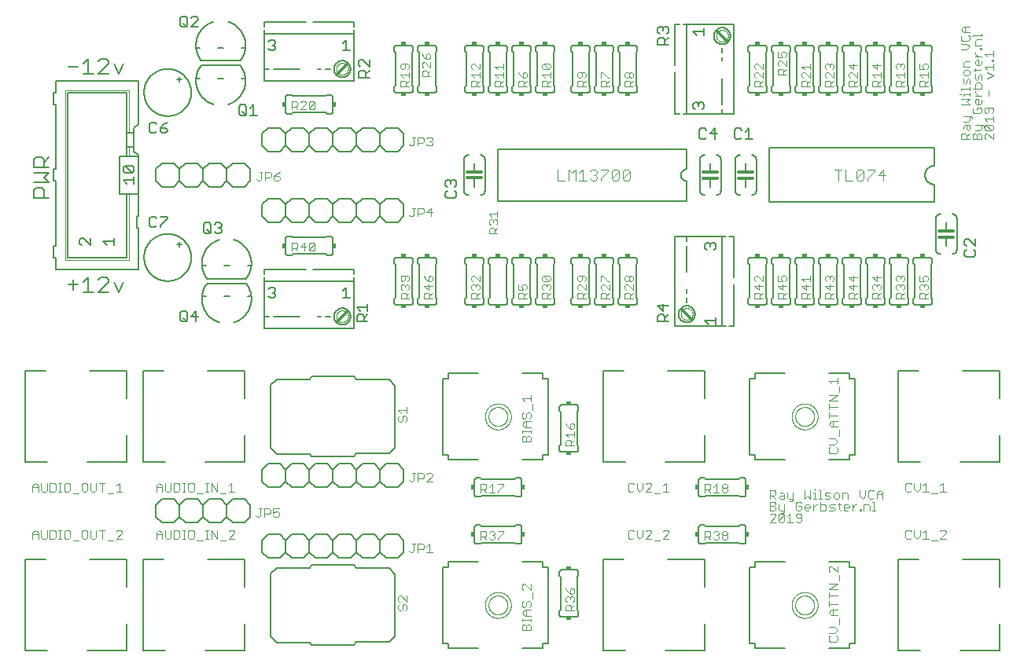
<source format=gbr>
G04 EAGLE Gerber RS-274X export*
G75*
%MOMM*%
%FSLAX34Y34*%
%LPD*%
%INSilkscreen Top*%
%IPPOS*%
%AMOC8*
5,1,8,0,0,1.08239X$1,22.5*%
G01*
%ADD10C,0.152400*%
%ADD11C,0.076200*%
%ADD12C,0.101600*%
%ADD13C,0.304800*%
%ADD14C,0.127000*%
%ADD15R,0.508000X0.381000*%
%ADD16R,0.381000X0.508000*%
%ADD17C,0.050800*%
%ADD18C,0.203200*%
%ADD19C,0.177800*%


D10*
X57912Y421647D02*
X68759Y421647D01*
X63335Y427070D02*
X63335Y416224D01*
X74284Y424359D02*
X79707Y429782D01*
X79707Y413512D01*
X74284Y413512D02*
X85130Y413512D01*
X90655Y413512D02*
X101502Y413512D01*
X90655Y413512D02*
X101502Y424359D01*
X101502Y427070D01*
X98790Y429782D01*
X93367Y429782D01*
X90655Y427070D01*
X107027Y424359D02*
X112450Y413512D01*
X117873Y424359D01*
X68759Y656597D02*
X57912Y656597D01*
X74284Y659309D02*
X79707Y664732D01*
X79707Y648462D01*
X74284Y648462D02*
X85130Y648462D01*
X90655Y648462D02*
X101502Y648462D01*
X90655Y648462D02*
X101502Y659309D01*
X101502Y662020D01*
X98790Y664732D01*
X93367Y664732D01*
X90655Y662020D01*
X107027Y659309D02*
X112450Y648462D01*
X117873Y659309D01*
D11*
X1018913Y578231D02*
X1028319Y578231D01*
X1018913Y578231D02*
X1018913Y582934D01*
X1020481Y584502D01*
X1023616Y584502D01*
X1025184Y582934D01*
X1025184Y578231D01*
X1025184Y581366D02*
X1028319Y584502D01*
X1022048Y589154D02*
X1022048Y592289D01*
X1023616Y593857D01*
X1028319Y593857D01*
X1028319Y589154D01*
X1026751Y587586D01*
X1025184Y589154D01*
X1025184Y593857D01*
X1026751Y596941D02*
X1022048Y596941D01*
X1026751Y596941D02*
X1028319Y598509D01*
X1028319Y603212D01*
X1029887Y603212D02*
X1022048Y603212D01*
X1029887Y603212D02*
X1031454Y601644D01*
X1031454Y600077D01*
X1028319Y615652D02*
X1018913Y615652D01*
X1025184Y618787D02*
X1028319Y615652D01*
X1025184Y618787D02*
X1028319Y621922D01*
X1018913Y621922D01*
X1022048Y625007D02*
X1022048Y626575D01*
X1028319Y626575D01*
X1028319Y628142D02*
X1028319Y625007D01*
X1018913Y626575D02*
X1017345Y626575D01*
X1018913Y631244D02*
X1018913Y632811D01*
X1028319Y632811D01*
X1028319Y631244D02*
X1028319Y634379D01*
X1028319Y637481D02*
X1028319Y642184D01*
X1026751Y643751D01*
X1025184Y642184D01*
X1025184Y639048D01*
X1023616Y637481D01*
X1022048Y639048D01*
X1022048Y643751D01*
X1028319Y648403D02*
X1028319Y651539D01*
X1026751Y653106D01*
X1023616Y653106D01*
X1022048Y651539D01*
X1022048Y648403D01*
X1023616Y646836D01*
X1026751Y646836D01*
X1028319Y648403D01*
X1028319Y656191D02*
X1022048Y656191D01*
X1022048Y660894D01*
X1023616Y662462D01*
X1028319Y662462D01*
X1025184Y674901D02*
X1018913Y674901D01*
X1025184Y674901D02*
X1028319Y678037D01*
X1025184Y681172D01*
X1018913Y681172D01*
X1018913Y688959D02*
X1020481Y690527D01*
X1018913Y688959D02*
X1018913Y685824D01*
X1020481Y684256D01*
X1026751Y684256D01*
X1028319Y685824D01*
X1028319Y688959D01*
X1026751Y690527D01*
X1028319Y693612D02*
X1022048Y693612D01*
X1018913Y696747D01*
X1022048Y699882D01*
X1028319Y699882D01*
X1023616Y699882D02*
X1023616Y693612D01*
X1031613Y578231D02*
X1041019Y578231D01*
X1031613Y578231D02*
X1031613Y582934D01*
X1033181Y584502D01*
X1034748Y584502D01*
X1036316Y582934D01*
X1037884Y584502D01*
X1039451Y584502D01*
X1041019Y582934D01*
X1041019Y578231D01*
X1036316Y578231D02*
X1036316Y582934D01*
X1034748Y587586D02*
X1039451Y587586D01*
X1041019Y589154D01*
X1041019Y593857D01*
X1042587Y593857D02*
X1034748Y593857D01*
X1042587Y593857D02*
X1044154Y592289D01*
X1044154Y590722D01*
X1031613Y611000D02*
X1033181Y612567D01*
X1031613Y611000D02*
X1031613Y607864D01*
X1033181Y606297D01*
X1039451Y606297D01*
X1041019Y607864D01*
X1041019Y611000D01*
X1039451Y612567D01*
X1036316Y612567D01*
X1036316Y609432D01*
X1041019Y617219D02*
X1041019Y620355D01*
X1041019Y617219D02*
X1039451Y615652D01*
X1036316Y615652D01*
X1034748Y617219D01*
X1034748Y620355D01*
X1036316Y621922D01*
X1037884Y621922D01*
X1037884Y615652D01*
X1041019Y625007D02*
X1034748Y625007D01*
X1034748Y628142D02*
X1037884Y625007D01*
X1034748Y628142D02*
X1034748Y629710D01*
X1031613Y632803D02*
X1041019Y632803D01*
X1041019Y637506D01*
X1039451Y639074D01*
X1036316Y639074D01*
X1034748Y637506D01*
X1034748Y632803D01*
X1041019Y642158D02*
X1041019Y646861D01*
X1039451Y648429D01*
X1037884Y646861D01*
X1037884Y643726D01*
X1036316Y642158D01*
X1034748Y643726D01*
X1034748Y648429D01*
X1033181Y653081D02*
X1039451Y653081D01*
X1041019Y654649D01*
X1034748Y654649D02*
X1034748Y651513D01*
X1041019Y659318D02*
X1041019Y662453D01*
X1041019Y659318D02*
X1039451Y657750D01*
X1036316Y657750D01*
X1034748Y659318D01*
X1034748Y662453D01*
X1036316Y664021D01*
X1037884Y664021D01*
X1037884Y657750D01*
X1041019Y667105D02*
X1034748Y667105D01*
X1037884Y667105D02*
X1034748Y670241D01*
X1034748Y671808D01*
X1039451Y674901D02*
X1041019Y674901D01*
X1039451Y674901D02*
X1039451Y676469D01*
X1041019Y676469D01*
X1041019Y674901D01*
X1041019Y679579D02*
X1034748Y679579D01*
X1034748Y684282D01*
X1036316Y685850D01*
X1041019Y685850D01*
X1031613Y688934D02*
X1031613Y690502D01*
X1041019Y690502D01*
X1041019Y692069D02*
X1041019Y688934D01*
X1053719Y584502D02*
X1053719Y578231D01*
X1047448Y584502D01*
X1045881Y584502D01*
X1044313Y582934D01*
X1044313Y579799D01*
X1045881Y578231D01*
X1045881Y587586D02*
X1052151Y587586D01*
X1045881Y587586D02*
X1044313Y589154D01*
X1044313Y592289D01*
X1045881Y593857D01*
X1052151Y593857D01*
X1053719Y592289D01*
X1053719Y589154D01*
X1052151Y587586D01*
X1045881Y593857D01*
X1047448Y596941D02*
X1044313Y600077D01*
X1053719Y600077D01*
X1053719Y603212D02*
X1053719Y596941D01*
X1052151Y606297D02*
X1053719Y607864D01*
X1053719Y611000D01*
X1052151Y612567D01*
X1045881Y612567D01*
X1044313Y611000D01*
X1044313Y607864D01*
X1045881Y606297D01*
X1047448Y606297D01*
X1049016Y607864D01*
X1049016Y612567D01*
X1049016Y625007D02*
X1049016Y631278D01*
X1047448Y643717D02*
X1053719Y646853D01*
X1047448Y649988D01*
X1047448Y653073D02*
X1044313Y656208D01*
X1053719Y656208D01*
X1053719Y653073D02*
X1053719Y659343D01*
X1053719Y662428D02*
X1052151Y662428D01*
X1052151Y663995D01*
X1053719Y663995D01*
X1053719Y662428D01*
X1047448Y667105D02*
X1044313Y670241D01*
X1053719Y670241D01*
X1053719Y673376D02*
X1053719Y667105D01*
X813181Y200287D02*
X813181Y190881D01*
X813181Y200287D02*
X817884Y200287D01*
X819452Y198719D01*
X819452Y195584D01*
X817884Y194016D01*
X813181Y194016D01*
X816316Y194016D02*
X819452Y190881D01*
X824104Y197152D02*
X827239Y197152D01*
X828807Y195584D01*
X828807Y190881D01*
X824104Y190881D01*
X822536Y192449D01*
X824104Y194016D01*
X828807Y194016D01*
X831891Y192449D02*
X831891Y197152D01*
X831891Y192449D02*
X833459Y190881D01*
X838162Y190881D01*
X838162Y189313D02*
X838162Y197152D01*
X838162Y189313D02*
X836594Y187746D01*
X835027Y187746D01*
X850602Y190881D02*
X850602Y200287D01*
X853737Y194016D02*
X850602Y190881D01*
X853737Y194016D02*
X856872Y190881D01*
X856872Y200287D01*
X859957Y197152D02*
X861525Y197152D01*
X861525Y190881D01*
X863092Y190881D02*
X859957Y190881D01*
X861525Y200287D02*
X861525Y201855D01*
X866194Y200287D02*
X867761Y200287D01*
X867761Y190881D01*
X866194Y190881D02*
X869329Y190881D01*
X872431Y190881D02*
X877134Y190881D01*
X878701Y192449D01*
X877134Y194016D01*
X873998Y194016D01*
X872431Y195584D01*
X873998Y197152D01*
X878701Y197152D01*
X883353Y190881D02*
X886489Y190881D01*
X888056Y192449D01*
X888056Y195584D01*
X886489Y197152D01*
X883353Y197152D01*
X881786Y195584D01*
X881786Y192449D01*
X883353Y190881D01*
X891141Y190881D02*
X891141Y197152D01*
X895844Y197152D01*
X897412Y195584D01*
X897412Y190881D01*
X909851Y194016D02*
X909851Y200287D01*
X909851Y194016D02*
X912987Y190881D01*
X916122Y194016D01*
X916122Y200287D01*
X923909Y200287D02*
X925477Y198719D01*
X923909Y200287D02*
X920774Y200287D01*
X919206Y198719D01*
X919206Y192449D01*
X920774Y190881D01*
X923909Y190881D01*
X925477Y192449D01*
X928562Y190881D02*
X928562Y197152D01*
X931697Y200287D01*
X934832Y197152D01*
X934832Y190881D01*
X934832Y195584D02*
X928562Y195584D01*
X813181Y187587D02*
X813181Y178181D01*
X813181Y187587D02*
X817884Y187587D01*
X819452Y186019D01*
X819452Y184452D01*
X817884Y182884D01*
X819452Y181316D01*
X819452Y179749D01*
X817884Y178181D01*
X813181Y178181D01*
X813181Y182884D02*
X817884Y182884D01*
X822536Y184452D02*
X822536Y179749D01*
X824104Y178181D01*
X828807Y178181D01*
X828807Y176613D02*
X828807Y184452D01*
X828807Y176613D02*
X827239Y175046D01*
X825672Y175046D01*
X845950Y187587D02*
X847517Y186019D01*
X845950Y187587D02*
X842814Y187587D01*
X841247Y186019D01*
X841247Y179749D01*
X842814Y178181D01*
X845950Y178181D01*
X847517Y179749D01*
X847517Y182884D01*
X844382Y182884D01*
X852169Y178181D02*
X855305Y178181D01*
X852169Y178181D02*
X850602Y179749D01*
X850602Y182884D01*
X852169Y184452D01*
X855305Y184452D01*
X856872Y182884D01*
X856872Y181316D01*
X850602Y181316D01*
X859957Y178181D02*
X859957Y184452D01*
X863092Y184452D02*
X859957Y181316D01*
X863092Y184452D02*
X864660Y184452D01*
X867753Y187587D02*
X867753Y178181D01*
X872456Y178181D01*
X874024Y179749D01*
X874024Y182884D01*
X872456Y184452D01*
X867753Y184452D01*
X877108Y178181D02*
X881811Y178181D01*
X883379Y179749D01*
X881811Y181316D01*
X878676Y181316D01*
X877108Y182884D01*
X878676Y184452D01*
X883379Y184452D01*
X888031Y186019D02*
X888031Y179749D01*
X889599Y178181D01*
X889599Y184452D02*
X886463Y184452D01*
X894268Y178181D02*
X897403Y178181D01*
X894268Y178181D02*
X892700Y179749D01*
X892700Y182884D01*
X894268Y184452D01*
X897403Y184452D01*
X898971Y182884D01*
X898971Y181316D01*
X892700Y181316D01*
X902055Y178181D02*
X902055Y184452D01*
X902055Y181316D02*
X905191Y184452D01*
X906758Y184452D01*
X909851Y179749D02*
X909851Y178181D01*
X909851Y179749D02*
X911419Y179749D01*
X911419Y178181D01*
X909851Y178181D01*
X914529Y178181D02*
X914529Y184452D01*
X919232Y184452D01*
X920800Y182884D01*
X920800Y178181D01*
X923884Y187587D02*
X925452Y187587D01*
X925452Y178181D01*
X927019Y178181D02*
X923884Y178181D01*
X819452Y165481D02*
X813181Y165481D01*
X819452Y171752D01*
X819452Y173319D01*
X817884Y174887D01*
X814749Y174887D01*
X813181Y173319D01*
X822536Y173319D02*
X822536Y167049D01*
X822536Y173319D02*
X824104Y174887D01*
X827239Y174887D01*
X828807Y173319D01*
X828807Y167049D01*
X827239Y165481D01*
X824104Y165481D01*
X822536Y167049D01*
X828807Y173319D01*
X831891Y171752D02*
X835027Y174887D01*
X835027Y165481D01*
X838162Y165481D02*
X831891Y165481D01*
X841247Y167049D02*
X842814Y165481D01*
X845950Y165481D01*
X847517Y167049D01*
X847517Y173319D01*
X845950Y174887D01*
X842814Y174887D01*
X841247Y173319D01*
X841247Y171752D01*
X842814Y170184D01*
X847517Y170184D01*
D12*
X584708Y533908D02*
X584708Y545602D01*
X584708Y533908D02*
X592504Y533908D01*
X596402Y533908D02*
X596402Y545602D01*
X600300Y541704D01*
X604198Y545602D01*
X604198Y533908D01*
X608096Y541704D02*
X611994Y545602D01*
X611994Y533908D01*
X608096Y533908D02*
X615892Y533908D01*
X619790Y543653D02*
X621739Y545602D01*
X625637Y545602D01*
X627586Y543653D01*
X627586Y541704D01*
X625637Y539755D01*
X623688Y539755D01*
X625637Y539755D02*
X627586Y537806D01*
X627586Y535857D01*
X625637Y533908D01*
X621739Y533908D01*
X619790Y535857D01*
X631484Y545602D02*
X639280Y545602D01*
X639280Y543653D01*
X631484Y535857D01*
X631484Y533908D01*
X643178Y535857D02*
X643178Y543653D01*
X645127Y545602D01*
X649025Y545602D01*
X650974Y543653D01*
X650974Y535857D01*
X649025Y533908D01*
X645127Y533908D01*
X643178Y535857D01*
X650974Y543653D01*
X654872Y543653D02*
X654872Y535857D01*
X654872Y543653D02*
X656821Y545602D01*
X660719Y545602D01*
X662668Y543653D01*
X662668Y535857D01*
X660719Y533908D01*
X656821Y533908D01*
X654872Y535857D01*
X662668Y543653D01*
X887056Y545602D02*
X887056Y533908D01*
X883158Y545602D02*
X890954Y545602D01*
X894852Y545602D02*
X894852Y533908D01*
X902648Y533908D01*
X906546Y535857D02*
X906546Y543653D01*
X908495Y545602D01*
X912393Y545602D01*
X914342Y543653D01*
X914342Y535857D01*
X912393Y533908D01*
X908495Y533908D01*
X906546Y535857D01*
X914342Y543653D01*
X918240Y545602D02*
X926036Y545602D01*
X926036Y543653D01*
X918240Y535857D01*
X918240Y533908D01*
X935781Y533908D02*
X935781Y545602D01*
X929934Y539755D01*
X937730Y539755D01*
D10*
X798830Y556260D02*
X798828Y556400D01*
X798822Y556540D01*
X798813Y556680D01*
X798799Y556819D01*
X798782Y556958D01*
X798761Y557096D01*
X798736Y557234D01*
X798707Y557371D01*
X798675Y557507D01*
X798638Y557642D01*
X798598Y557776D01*
X798555Y557909D01*
X798507Y558041D01*
X798457Y558172D01*
X798402Y558301D01*
X798344Y558428D01*
X798283Y558554D01*
X798218Y558678D01*
X798149Y558800D01*
X798078Y558920D01*
X798003Y559038D01*
X797925Y559155D01*
X797843Y559269D01*
X797759Y559380D01*
X797671Y559489D01*
X797581Y559596D01*
X797487Y559701D01*
X797391Y559802D01*
X797292Y559901D01*
X797191Y559997D01*
X797086Y560091D01*
X796979Y560181D01*
X796870Y560269D01*
X796759Y560353D01*
X796645Y560435D01*
X796528Y560513D01*
X796410Y560588D01*
X796290Y560659D01*
X796168Y560728D01*
X796044Y560793D01*
X795918Y560854D01*
X795791Y560912D01*
X795662Y560967D01*
X795531Y561017D01*
X795399Y561065D01*
X795266Y561108D01*
X795132Y561148D01*
X794997Y561185D01*
X794861Y561217D01*
X794724Y561246D01*
X794586Y561271D01*
X794448Y561292D01*
X794309Y561309D01*
X794170Y561323D01*
X794030Y561332D01*
X793890Y561338D01*
X793750Y561340D01*
X781050Y561340D02*
X780910Y561338D01*
X780770Y561332D01*
X780630Y561323D01*
X780491Y561309D01*
X780352Y561292D01*
X780214Y561271D01*
X780076Y561246D01*
X779939Y561217D01*
X779803Y561185D01*
X779668Y561148D01*
X779534Y561108D01*
X779401Y561065D01*
X779269Y561017D01*
X779138Y560967D01*
X779009Y560912D01*
X778882Y560854D01*
X778756Y560793D01*
X778632Y560728D01*
X778510Y560659D01*
X778390Y560588D01*
X778272Y560513D01*
X778155Y560435D01*
X778041Y560353D01*
X777930Y560269D01*
X777821Y560181D01*
X777714Y560091D01*
X777609Y559997D01*
X777508Y559901D01*
X777409Y559802D01*
X777313Y559701D01*
X777219Y559596D01*
X777129Y559489D01*
X777041Y559380D01*
X776957Y559269D01*
X776875Y559155D01*
X776797Y559038D01*
X776722Y558920D01*
X776651Y558800D01*
X776582Y558678D01*
X776517Y558554D01*
X776456Y558428D01*
X776398Y558301D01*
X776343Y558172D01*
X776293Y558041D01*
X776245Y557909D01*
X776202Y557776D01*
X776162Y557642D01*
X776125Y557507D01*
X776093Y557371D01*
X776064Y557234D01*
X776039Y557096D01*
X776018Y556958D01*
X776001Y556819D01*
X775987Y556680D01*
X775978Y556540D01*
X775972Y556400D01*
X775970Y556260D01*
X798830Y556260D02*
X798830Y523240D01*
X775970Y523240D02*
X775970Y556260D01*
X798830Y523240D02*
X798828Y523100D01*
X798822Y522960D01*
X798813Y522820D01*
X798799Y522681D01*
X798782Y522542D01*
X798761Y522404D01*
X798736Y522266D01*
X798707Y522129D01*
X798675Y521993D01*
X798638Y521858D01*
X798598Y521724D01*
X798555Y521591D01*
X798507Y521459D01*
X798457Y521328D01*
X798402Y521199D01*
X798344Y521072D01*
X798283Y520946D01*
X798218Y520822D01*
X798149Y520700D01*
X798078Y520580D01*
X798003Y520462D01*
X797925Y520345D01*
X797843Y520231D01*
X797759Y520120D01*
X797671Y520011D01*
X797581Y519904D01*
X797487Y519799D01*
X797391Y519698D01*
X797292Y519599D01*
X797191Y519503D01*
X797086Y519409D01*
X796979Y519319D01*
X796870Y519231D01*
X796759Y519147D01*
X796645Y519065D01*
X796528Y518987D01*
X796410Y518912D01*
X796290Y518841D01*
X796168Y518772D01*
X796044Y518707D01*
X795918Y518646D01*
X795791Y518588D01*
X795662Y518533D01*
X795531Y518483D01*
X795399Y518435D01*
X795266Y518392D01*
X795132Y518352D01*
X794997Y518315D01*
X794861Y518283D01*
X794724Y518254D01*
X794586Y518229D01*
X794448Y518208D01*
X794309Y518191D01*
X794170Y518177D01*
X794030Y518168D01*
X793890Y518162D01*
X793750Y518160D01*
X781050Y518160D02*
X780910Y518162D01*
X780770Y518168D01*
X780630Y518177D01*
X780491Y518191D01*
X780352Y518208D01*
X780214Y518229D01*
X780076Y518254D01*
X779939Y518283D01*
X779803Y518315D01*
X779668Y518352D01*
X779534Y518392D01*
X779401Y518435D01*
X779269Y518483D01*
X779138Y518533D01*
X779009Y518588D01*
X778882Y518646D01*
X778756Y518707D01*
X778632Y518772D01*
X778510Y518841D01*
X778390Y518912D01*
X778272Y518987D01*
X778155Y519065D01*
X778041Y519147D01*
X777930Y519231D01*
X777821Y519319D01*
X777714Y519409D01*
X777609Y519503D01*
X777508Y519599D01*
X777409Y519698D01*
X777313Y519799D01*
X777219Y519904D01*
X777129Y520011D01*
X777041Y520120D01*
X776957Y520231D01*
X776875Y520345D01*
X776797Y520462D01*
X776722Y520580D01*
X776651Y520700D01*
X776582Y520822D01*
X776517Y520946D01*
X776456Y521072D01*
X776398Y521199D01*
X776343Y521328D01*
X776293Y521459D01*
X776245Y521591D01*
X776202Y521724D01*
X776162Y521858D01*
X776125Y521993D01*
X776093Y522129D01*
X776064Y522266D01*
X776039Y522404D01*
X776018Y522542D01*
X776001Y522681D01*
X775987Y522820D01*
X775978Y522960D01*
X775972Y523100D01*
X775970Y523240D01*
D13*
X787400Y542798D02*
X795020Y542798D01*
X787400Y542798D02*
X779780Y542798D01*
X787400Y536448D02*
X795020Y536448D01*
X787400Y536448D02*
X779780Y536448D01*
D10*
X787400Y536448D02*
X787400Y527050D01*
X787400Y542798D02*
X787400Y552450D01*
D14*
X782962Y588018D02*
X781055Y589925D01*
X777242Y589925D01*
X775335Y588018D01*
X775335Y580392D01*
X777242Y578485D01*
X781055Y578485D01*
X782962Y580392D01*
X787029Y586112D02*
X790842Y589925D01*
X790842Y578485D01*
X787029Y578485D02*
X794655Y578485D01*
D10*
X1009650Y497840D02*
X1009790Y497838D01*
X1009930Y497832D01*
X1010070Y497823D01*
X1010209Y497809D01*
X1010348Y497792D01*
X1010486Y497771D01*
X1010624Y497746D01*
X1010761Y497717D01*
X1010897Y497685D01*
X1011032Y497648D01*
X1011166Y497608D01*
X1011299Y497565D01*
X1011431Y497517D01*
X1011562Y497467D01*
X1011691Y497412D01*
X1011818Y497354D01*
X1011944Y497293D01*
X1012068Y497228D01*
X1012190Y497159D01*
X1012310Y497088D01*
X1012428Y497013D01*
X1012545Y496935D01*
X1012659Y496853D01*
X1012770Y496769D01*
X1012879Y496681D01*
X1012986Y496591D01*
X1013091Y496497D01*
X1013192Y496401D01*
X1013291Y496302D01*
X1013387Y496201D01*
X1013481Y496096D01*
X1013571Y495989D01*
X1013659Y495880D01*
X1013743Y495769D01*
X1013825Y495655D01*
X1013903Y495538D01*
X1013978Y495420D01*
X1014049Y495300D01*
X1014118Y495178D01*
X1014183Y495054D01*
X1014244Y494928D01*
X1014302Y494801D01*
X1014357Y494672D01*
X1014407Y494541D01*
X1014455Y494409D01*
X1014498Y494276D01*
X1014538Y494142D01*
X1014575Y494007D01*
X1014607Y493871D01*
X1014636Y493734D01*
X1014661Y493596D01*
X1014682Y493458D01*
X1014699Y493319D01*
X1014713Y493180D01*
X1014722Y493040D01*
X1014728Y492900D01*
X1014730Y492760D01*
X996950Y497840D02*
X996810Y497838D01*
X996670Y497832D01*
X996530Y497823D01*
X996391Y497809D01*
X996252Y497792D01*
X996114Y497771D01*
X995976Y497746D01*
X995839Y497717D01*
X995703Y497685D01*
X995568Y497648D01*
X995434Y497608D01*
X995301Y497565D01*
X995169Y497517D01*
X995038Y497467D01*
X994909Y497412D01*
X994782Y497354D01*
X994656Y497293D01*
X994532Y497228D01*
X994410Y497159D01*
X994290Y497088D01*
X994172Y497013D01*
X994055Y496935D01*
X993941Y496853D01*
X993830Y496769D01*
X993721Y496681D01*
X993614Y496591D01*
X993509Y496497D01*
X993408Y496401D01*
X993309Y496302D01*
X993213Y496201D01*
X993119Y496096D01*
X993029Y495989D01*
X992941Y495880D01*
X992857Y495769D01*
X992775Y495655D01*
X992697Y495538D01*
X992622Y495420D01*
X992551Y495300D01*
X992482Y495178D01*
X992417Y495054D01*
X992356Y494928D01*
X992298Y494801D01*
X992243Y494672D01*
X992193Y494541D01*
X992145Y494409D01*
X992102Y494276D01*
X992062Y494142D01*
X992025Y494007D01*
X991993Y493871D01*
X991964Y493734D01*
X991939Y493596D01*
X991918Y493458D01*
X991901Y493319D01*
X991887Y493180D01*
X991878Y493040D01*
X991872Y492900D01*
X991870Y492760D01*
X1014730Y492760D02*
X1014730Y459740D01*
X991870Y459740D02*
X991870Y492760D01*
X1014730Y459740D02*
X1014728Y459600D01*
X1014722Y459460D01*
X1014713Y459320D01*
X1014699Y459181D01*
X1014682Y459042D01*
X1014661Y458904D01*
X1014636Y458766D01*
X1014607Y458629D01*
X1014575Y458493D01*
X1014538Y458358D01*
X1014498Y458224D01*
X1014455Y458091D01*
X1014407Y457959D01*
X1014357Y457828D01*
X1014302Y457699D01*
X1014244Y457572D01*
X1014183Y457446D01*
X1014118Y457322D01*
X1014049Y457200D01*
X1013978Y457080D01*
X1013903Y456962D01*
X1013825Y456845D01*
X1013743Y456731D01*
X1013659Y456620D01*
X1013571Y456511D01*
X1013481Y456404D01*
X1013387Y456299D01*
X1013291Y456198D01*
X1013192Y456099D01*
X1013091Y456003D01*
X1012986Y455909D01*
X1012879Y455819D01*
X1012770Y455731D01*
X1012659Y455647D01*
X1012545Y455565D01*
X1012428Y455487D01*
X1012310Y455412D01*
X1012190Y455341D01*
X1012068Y455272D01*
X1011944Y455207D01*
X1011818Y455146D01*
X1011691Y455088D01*
X1011562Y455033D01*
X1011431Y454983D01*
X1011299Y454935D01*
X1011166Y454892D01*
X1011032Y454852D01*
X1010897Y454815D01*
X1010761Y454783D01*
X1010624Y454754D01*
X1010486Y454729D01*
X1010348Y454708D01*
X1010209Y454691D01*
X1010070Y454677D01*
X1009930Y454668D01*
X1009790Y454662D01*
X1009650Y454660D01*
X996950Y454660D02*
X996810Y454662D01*
X996670Y454668D01*
X996530Y454677D01*
X996391Y454691D01*
X996252Y454708D01*
X996114Y454729D01*
X995976Y454754D01*
X995839Y454783D01*
X995703Y454815D01*
X995568Y454852D01*
X995434Y454892D01*
X995301Y454935D01*
X995169Y454983D01*
X995038Y455033D01*
X994909Y455088D01*
X994782Y455146D01*
X994656Y455207D01*
X994532Y455272D01*
X994410Y455341D01*
X994290Y455412D01*
X994172Y455487D01*
X994055Y455565D01*
X993941Y455647D01*
X993830Y455731D01*
X993721Y455819D01*
X993614Y455909D01*
X993509Y456003D01*
X993408Y456099D01*
X993309Y456198D01*
X993213Y456299D01*
X993119Y456404D01*
X993029Y456511D01*
X992941Y456620D01*
X992857Y456731D01*
X992775Y456845D01*
X992697Y456962D01*
X992622Y457080D01*
X992551Y457200D01*
X992482Y457322D01*
X992417Y457446D01*
X992356Y457572D01*
X992298Y457699D01*
X992243Y457828D01*
X992193Y457959D01*
X992145Y458091D01*
X992102Y458224D01*
X992062Y458358D01*
X992025Y458493D01*
X991993Y458629D01*
X991964Y458766D01*
X991939Y458904D01*
X991918Y459042D01*
X991901Y459181D01*
X991887Y459320D01*
X991878Y459460D01*
X991872Y459600D01*
X991870Y459740D01*
D13*
X1003300Y479298D02*
X1010920Y479298D01*
X1003300Y479298D02*
X995680Y479298D01*
X1003300Y472948D02*
X1010920Y472948D01*
X1003300Y472948D02*
X995680Y472948D01*
D10*
X1003300Y472948D02*
X1003300Y463550D01*
X1003300Y479298D02*
X1003300Y488950D01*
D14*
X1024882Y459112D02*
X1022975Y457205D01*
X1022975Y453392D01*
X1024882Y451485D01*
X1032508Y451485D01*
X1034415Y453392D01*
X1034415Y457205D01*
X1032508Y459112D01*
X1034415Y463179D02*
X1034415Y470805D01*
X1034415Y463179D02*
X1026789Y470805D01*
X1024882Y470805D01*
X1022975Y468899D01*
X1022975Y465086D01*
X1024882Y463179D01*
D10*
X990600Y510540D02*
X812800Y510540D01*
X812800Y568960D02*
X990600Y568960D01*
X812800Y568960D02*
X812800Y510540D01*
X990600Y510540D02*
X990600Y529590D01*
X990600Y549910D02*
X990600Y568960D01*
X990600Y549910D02*
X990353Y549907D01*
X990105Y549898D01*
X989858Y549883D01*
X989612Y549862D01*
X989366Y549835D01*
X989121Y549802D01*
X988876Y549763D01*
X988633Y549718D01*
X988391Y549667D01*
X988150Y549610D01*
X987911Y549548D01*
X987673Y549479D01*
X987437Y549405D01*
X987203Y549325D01*
X986971Y549240D01*
X986741Y549148D01*
X986513Y549052D01*
X986288Y548949D01*
X986065Y548842D01*
X985845Y548728D01*
X985628Y548610D01*
X985413Y548486D01*
X985202Y548357D01*
X984994Y548223D01*
X984789Y548084D01*
X984588Y547940D01*
X984390Y547792D01*
X984196Y547638D01*
X984006Y547480D01*
X983820Y547317D01*
X983638Y547150D01*
X983460Y546978D01*
X983286Y546802D01*
X983116Y546622D01*
X982951Y546437D01*
X982791Y546249D01*
X982635Y546057D01*
X982483Y545861D01*
X982337Y545662D01*
X982195Y545459D01*
X982059Y545252D01*
X981927Y545043D01*
X981801Y544830D01*
X981680Y544614D01*
X981564Y544396D01*
X981454Y544174D01*
X981349Y543950D01*
X981249Y543724D01*
X981155Y543495D01*
X981067Y543264D01*
X980984Y543030D01*
X980907Y542795D01*
X980836Y542558D01*
X980770Y542320D01*
X980711Y542080D01*
X980657Y541838D01*
X980609Y541595D01*
X980567Y541352D01*
X980531Y541107D01*
X980501Y540861D01*
X980477Y540615D01*
X980459Y540368D01*
X980447Y540121D01*
X980441Y539874D01*
X980441Y539626D01*
X980447Y539379D01*
X980459Y539132D01*
X980477Y538885D01*
X980501Y538639D01*
X980531Y538393D01*
X980567Y538148D01*
X980609Y537905D01*
X980657Y537662D01*
X980711Y537420D01*
X980770Y537180D01*
X980836Y536942D01*
X980907Y536705D01*
X980984Y536470D01*
X981067Y536236D01*
X981155Y536005D01*
X981249Y535776D01*
X981349Y535550D01*
X981454Y535326D01*
X981564Y535104D01*
X981680Y534886D01*
X981801Y534670D01*
X981927Y534457D01*
X982059Y534248D01*
X982195Y534041D01*
X982337Y533838D01*
X982483Y533639D01*
X982635Y533443D01*
X982791Y533251D01*
X982951Y533063D01*
X983116Y532878D01*
X983286Y532698D01*
X983460Y532522D01*
X983638Y532350D01*
X983820Y532183D01*
X984006Y532020D01*
X984196Y531862D01*
X984390Y531708D01*
X984588Y531560D01*
X984789Y531416D01*
X984994Y531277D01*
X985202Y531143D01*
X985413Y531014D01*
X985628Y530890D01*
X985845Y530772D01*
X986065Y530658D01*
X986288Y530551D01*
X986513Y530448D01*
X986741Y530352D01*
X986971Y530260D01*
X987203Y530175D01*
X987437Y530095D01*
X987673Y530021D01*
X987911Y529952D01*
X988150Y529890D01*
X988391Y529833D01*
X988633Y529782D01*
X988876Y529737D01*
X989121Y529698D01*
X989366Y529665D01*
X989612Y529638D01*
X989858Y529617D01*
X990105Y529602D01*
X990353Y529593D01*
X990600Y529590D01*
X723900Y546100D02*
X723900Y567690D01*
X723900Y546100D02*
X723742Y546098D01*
X723583Y546092D01*
X723425Y546082D01*
X723268Y546068D01*
X723110Y546051D01*
X722954Y546029D01*
X722797Y546004D01*
X722642Y545974D01*
X722487Y545941D01*
X722333Y545904D01*
X722180Y545863D01*
X722028Y545818D01*
X721878Y545769D01*
X721728Y545717D01*
X721580Y545661D01*
X721433Y545601D01*
X721288Y545538D01*
X721145Y545471D01*
X721003Y545401D01*
X720863Y545327D01*
X720725Y545249D01*
X720589Y545168D01*
X720455Y545084D01*
X720323Y544997D01*
X720193Y544906D01*
X720066Y544812D01*
X719941Y544715D01*
X719818Y544614D01*
X719698Y544511D01*
X719581Y544405D01*
X719466Y544296D01*
X719354Y544184D01*
X719245Y544069D01*
X719139Y543952D01*
X719036Y543832D01*
X718935Y543709D01*
X718838Y543584D01*
X718744Y543457D01*
X718653Y543327D01*
X718566Y543195D01*
X718482Y543061D01*
X718401Y542925D01*
X718323Y542787D01*
X718249Y542647D01*
X718179Y542505D01*
X718112Y542362D01*
X718049Y542217D01*
X717989Y542070D01*
X717933Y541922D01*
X717881Y541772D01*
X717832Y541622D01*
X717787Y541470D01*
X717746Y541317D01*
X717709Y541163D01*
X717676Y541008D01*
X717646Y540853D01*
X717621Y540696D01*
X717599Y540540D01*
X717582Y540382D01*
X717568Y540225D01*
X717558Y540067D01*
X717552Y539908D01*
X717550Y539750D01*
X717552Y539592D01*
X717558Y539433D01*
X717568Y539275D01*
X717582Y539118D01*
X717599Y538960D01*
X717621Y538804D01*
X717646Y538647D01*
X717676Y538492D01*
X717709Y538337D01*
X717746Y538183D01*
X717787Y538030D01*
X717832Y537878D01*
X717881Y537728D01*
X717933Y537578D01*
X717989Y537430D01*
X718049Y537283D01*
X718112Y537138D01*
X718179Y536995D01*
X718249Y536853D01*
X718323Y536713D01*
X718401Y536575D01*
X718482Y536439D01*
X718566Y536305D01*
X718653Y536173D01*
X718744Y536043D01*
X718838Y535916D01*
X718935Y535791D01*
X719036Y535668D01*
X719139Y535548D01*
X719245Y535431D01*
X719354Y535316D01*
X719466Y535204D01*
X719581Y535095D01*
X719698Y534989D01*
X719818Y534886D01*
X719941Y534785D01*
X720066Y534688D01*
X720193Y534594D01*
X720323Y534503D01*
X720455Y534416D01*
X720589Y534332D01*
X720725Y534251D01*
X720863Y534173D01*
X721003Y534099D01*
X721145Y534029D01*
X721288Y533962D01*
X721433Y533899D01*
X721580Y533839D01*
X721728Y533783D01*
X721878Y533731D01*
X722028Y533682D01*
X722180Y533637D01*
X722333Y533596D01*
X722487Y533559D01*
X722642Y533526D01*
X722797Y533496D01*
X722954Y533471D01*
X723110Y533449D01*
X723268Y533432D01*
X723425Y533418D01*
X723583Y533408D01*
X723742Y533402D01*
X723900Y533400D01*
X723900Y567690D02*
X520700Y567690D01*
X520700Y511810D01*
X723900Y511810D01*
X723900Y533400D01*
D14*
X248799Y643889D02*
X248731Y644522D01*
X248648Y645152D01*
X248549Y645780D01*
X248436Y646406D01*
X248308Y647028D01*
X248166Y647648D01*
X248008Y648264D01*
X247836Y648876D01*
X247649Y649484D01*
X247448Y650087D01*
X247233Y650685D01*
X247003Y651278D01*
X246760Y651865D01*
X246502Y652446D01*
X246231Y653021D01*
X245946Y653590D01*
X245647Y654151D01*
X245335Y654705D01*
X245010Y655252D01*
X244673Y655790D01*
X244322Y656320D01*
X243959Y656842D01*
X243583Y657355D01*
X243196Y657859D01*
X248799Y643890D02*
X248853Y643241D01*
X248891Y642592D01*
X248913Y641941D01*
X248920Y641290D01*
X248911Y640639D01*
X248885Y639989D01*
X248844Y639339D01*
X248787Y638691D01*
X248714Y638044D01*
X248626Y637399D01*
X248521Y636756D01*
X248401Y636116D01*
X248266Y635480D01*
X248115Y634846D01*
X247948Y634217D01*
X247767Y633592D01*
X247570Y632971D01*
X247358Y632356D01*
X247131Y631746D01*
X246889Y631141D01*
X246632Y630543D01*
X246361Y629951D01*
X246076Y629366D01*
X245776Y628788D01*
X245463Y628218D01*
X245135Y627655D01*
X244794Y627101D01*
X244440Y626555D01*
X244072Y626018D01*
X243691Y625489D01*
X243298Y624971D01*
X242892Y624462D01*
X242474Y623963D01*
X242043Y623475D01*
X241601Y622997D01*
X241147Y622530D01*
X240682Y622075D01*
X240206Y621631D01*
X239720Y621198D01*
X239223Y620778D01*
X238716Y620370D01*
X238199Y619974D01*
X237672Y619591D01*
X237136Y619221D01*
X236592Y618864D01*
X236039Y618521D01*
X235478Y618191D01*
X234908Y617875D01*
X234332Y617573D01*
X233748Y617286D01*
X233157Y617012D01*
X232560Y616753D01*
X231956Y616509D01*
X231347Y616279D01*
X230733Y616065D01*
X230113Y615865D01*
X214387Y615865D02*
X213772Y616064D01*
X213161Y616276D01*
X212556Y616504D01*
X211957Y616746D01*
X211364Y617003D01*
X210777Y617274D01*
X210197Y617559D01*
X209624Y617858D01*
X209058Y618171D01*
X208500Y618498D01*
X207950Y618838D01*
X207409Y619191D01*
X206876Y619557D01*
X206353Y619936D01*
X205838Y620328D01*
X205334Y620731D01*
X204839Y621148D01*
X204354Y621575D01*
X203880Y622015D01*
X203417Y622466D01*
X202965Y622928D01*
X202524Y623401D01*
X202095Y623884D01*
X201678Y624378D01*
X201272Y624881D01*
X200879Y625394D01*
X200499Y625917D01*
X200131Y626449D01*
X199777Y626989D01*
X199435Y627538D01*
X199107Y628095D01*
X198793Y628660D01*
X198492Y629232D01*
X198205Y629811D01*
X197933Y630398D01*
X197674Y630990D01*
X197431Y631589D01*
X197201Y632193D01*
X196987Y632803D01*
X196787Y633418D01*
X196602Y634037D01*
X196432Y634661D01*
X196278Y635289D01*
X196139Y635920D01*
X196015Y636554D01*
X195906Y637192D01*
X195813Y637831D01*
X195736Y638473D01*
X195674Y639116D01*
X195627Y639761D01*
X195597Y640407D01*
X195582Y641053D01*
X195582Y641699D01*
X195599Y642346D01*
X195631Y642991D01*
X195678Y643636D01*
X195741Y644279D01*
X195820Y644921D01*
X195914Y645560D01*
X196024Y646197D01*
X196149Y646832D01*
X196290Y647463D01*
X196446Y648090D01*
X196617Y648713D01*
X196803Y649332D01*
X197004Y649947D01*
X197219Y650556D01*
X197450Y651160D01*
X197695Y651758D01*
X197954Y652350D01*
X198228Y652936D01*
X198516Y653515D01*
X198818Y654086D01*
X199133Y654651D01*
X199462Y655207D01*
X199805Y655755D01*
X200161Y656295D01*
X200529Y656826D01*
X200911Y657348D01*
X201305Y657860D01*
X243195Y657860D01*
X244787Y643890D02*
X248799Y643890D01*
X225113Y643890D02*
X219387Y643890D01*
X199713Y643890D02*
X195701Y643890D01*
X241935Y613418D02*
X241935Y605792D01*
X241935Y613418D02*
X243842Y615325D01*
X247655Y615325D01*
X249562Y613418D01*
X249562Y605792D01*
X247655Y603885D01*
X243842Y603885D01*
X241935Y605792D01*
X245748Y607698D02*
X249562Y603885D01*
X253629Y611512D02*
X257442Y615325D01*
X257442Y603885D01*
X253629Y603885D02*
X261255Y603885D01*
D10*
X201304Y662940D02*
X200910Y663453D01*
X200529Y663975D01*
X200160Y664506D01*
X199805Y665045D01*
X199462Y665594D01*
X199133Y666150D01*
X198817Y666714D01*
X198516Y667286D01*
X198228Y667865D01*
X197954Y668450D01*
X197695Y669042D01*
X197450Y669640D01*
X197219Y670244D01*
X197003Y670854D01*
X196802Y671468D01*
X196616Y672087D01*
X196446Y672711D01*
X196290Y673338D01*
X196149Y673969D01*
X196024Y674603D01*
X195914Y675240D01*
X195820Y675880D01*
X195741Y676521D01*
X195678Y677164D01*
X195631Y677809D01*
X195599Y678455D01*
X195582Y679101D01*
X195582Y679747D01*
X195597Y680394D01*
X195627Y681039D01*
X195674Y681684D01*
X195736Y682327D01*
X195813Y682969D01*
X195906Y683609D01*
X196015Y684246D01*
X196139Y684881D01*
X196278Y685512D01*
X196433Y686139D01*
X196602Y686763D01*
X196787Y687383D01*
X196987Y687997D01*
X197201Y688607D01*
X197431Y689212D01*
X197675Y689810D01*
X197933Y690403D01*
X198205Y690989D01*
X198492Y691568D01*
X198793Y692140D01*
X199107Y692705D01*
X199435Y693262D01*
X199777Y693811D01*
X200131Y694352D01*
X200499Y694883D01*
X200879Y695406D01*
X201272Y695919D01*
X201678Y696423D01*
X202095Y696916D01*
X202524Y697400D01*
X202965Y697872D01*
X203417Y698334D01*
X203881Y698785D01*
X204355Y699225D01*
X204839Y699653D01*
X205334Y700069D01*
X205838Y700473D01*
X206353Y700864D01*
X206876Y701243D01*
X207409Y701609D01*
X207951Y701963D01*
X208500Y702302D01*
X209058Y702629D01*
X209624Y702942D01*
X210197Y703241D01*
X210777Y703526D01*
X211364Y703797D01*
X211957Y704054D01*
X212556Y704296D01*
X213161Y704524D01*
X213772Y704737D01*
X214387Y704935D01*
X230118Y704935D02*
X230733Y704736D01*
X231344Y704524D01*
X231949Y704296D01*
X232548Y704054D01*
X233141Y703797D01*
X233728Y703526D01*
X234308Y703241D01*
X234881Y702942D01*
X235447Y702629D01*
X236005Y702302D01*
X236555Y701962D01*
X237096Y701609D01*
X237629Y701243D01*
X238152Y700864D01*
X238667Y700472D01*
X239171Y700069D01*
X239666Y699652D01*
X240151Y699225D01*
X240625Y698785D01*
X241088Y698334D01*
X241540Y697872D01*
X241981Y697399D01*
X242410Y696916D01*
X242827Y696422D01*
X243233Y695919D01*
X243626Y695406D01*
X244006Y694883D01*
X244374Y694351D01*
X244728Y693811D01*
X245070Y693262D01*
X245398Y692705D01*
X245712Y692140D01*
X246013Y691568D01*
X246300Y690989D01*
X246572Y690402D01*
X246831Y689810D01*
X247074Y689211D01*
X247304Y688607D01*
X247518Y687997D01*
X247718Y687382D01*
X247903Y686763D01*
X248073Y686139D01*
X248227Y685511D01*
X248366Y684880D01*
X248490Y684246D01*
X248599Y683608D01*
X248692Y682969D01*
X248769Y682327D01*
X248831Y681684D01*
X248878Y681039D01*
X248908Y680393D01*
X248923Y679747D01*
X248923Y679101D01*
X248906Y678454D01*
X248874Y677809D01*
X248827Y677164D01*
X248764Y676521D01*
X248685Y675879D01*
X248591Y675240D01*
X248481Y674603D01*
X248356Y673968D01*
X248215Y673337D01*
X248059Y672710D01*
X247888Y672087D01*
X247702Y671468D01*
X247501Y670853D01*
X247286Y670244D01*
X247055Y669640D01*
X246810Y669042D01*
X246551Y668450D01*
X246277Y667864D01*
X245989Y667285D01*
X245687Y666714D01*
X245372Y666149D01*
X245043Y665593D01*
X244700Y665045D01*
X244344Y664505D01*
X243976Y663974D01*
X243594Y663452D01*
X243200Y662940D01*
X201300Y662940D01*
X199710Y676910D02*
X195700Y676910D01*
X219390Y676910D02*
X225110Y676910D01*
X244790Y676910D02*
X248800Y676910D01*
D14*
X178435Y701042D02*
X178435Y708668D01*
X180342Y710575D01*
X184155Y710575D01*
X186062Y708668D01*
X186062Y701042D01*
X184155Y699135D01*
X180342Y699135D01*
X178435Y701042D01*
X182248Y702948D02*
X186062Y699135D01*
X190129Y699135D02*
X197755Y699135D01*
X190129Y699135D02*
X197755Y706762D01*
X197755Y708668D01*
X195849Y710575D01*
X192036Y710575D01*
X190129Y708668D01*
D10*
X561340Y631190D02*
X561342Y631090D01*
X561348Y630991D01*
X561358Y630891D01*
X561371Y630793D01*
X561389Y630694D01*
X561410Y630597D01*
X561435Y630501D01*
X561464Y630405D01*
X561497Y630311D01*
X561533Y630218D01*
X561573Y630127D01*
X561617Y630037D01*
X561664Y629949D01*
X561714Y629863D01*
X561768Y629779D01*
X561825Y629697D01*
X561885Y629618D01*
X561949Y629540D01*
X562015Y629466D01*
X562084Y629394D01*
X562156Y629325D01*
X562230Y629259D01*
X562308Y629195D01*
X562387Y629135D01*
X562469Y629078D01*
X562553Y629024D01*
X562639Y628974D01*
X562727Y628927D01*
X562817Y628883D01*
X562908Y628843D01*
X563001Y628807D01*
X563095Y628774D01*
X563191Y628745D01*
X563287Y628720D01*
X563384Y628699D01*
X563483Y628681D01*
X563581Y628668D01*
X563681Y628658D01*
X563780Y628652D01*
X563880Y628650D01*
X579120Y628650D02*
X579220Y628652D01*
X579319Y628658D01*
X579419Y628668D01*
X579517Y628681D01*
X579616Y628699D01*
X579713Y628720D01*
X579809Y628745D01*
X579905Y628774D01*
X579999Y628807D01*
X580092Y628843D01*
X580183Y628883D01*
X580273Y628927D01*
X580361Y628974D01*
X580447Y629024D01*
X580531Y629078D01*
X580613Y629135D01*
X580692Y629195D01*
X580770Y629259D01*
X580844Y629325D01*
X580916Y629394D01*
X580985Y629466D01*
X581051Y629540D01*
X581115Y629618D01*
X581175Y629697D01*
X581232Y629779D01*
X581286Y629863D01*
X581336Y629949D01*
X581383Y630037D01*
X581427Y630127D01*
X581467Y630218D01*
X581503Y630311D01*
X581536Y630405D01*
X581565Y630501D01*
X581590Y630597D01*
X581611Y630694D01*
X581629Y630793D01*
X581642Y630891D01*
X581652Y630991D01*
X581658Y631090D01*
X581660Y631190D01*
X581660Y676910D02*
X581658Y677010D01*
X581652Y677109D01*
X581642Y677209D01*
X581629Y677307D01*
X581611Y677406D01*
X581590Y677503D01*
X581565Y677599D01*
X581536Y677695D01*
X581503Y677789D01*
X581467Y677882D01*
X581427Y677973D01*
X581383Y678063D01*
X581336Y678151D01*
X581286Y678237D01*
X581232Y678321D01*
X581175Y678403D01*
X581115Y678482D01*
X581051Y678560D01*
X580985Y678634D01*
X580916Y678706D01*
X580844Y678775D01*
X580770Y678841D01*
X580692Y678905D01*
X580613Y678965D01*
X580531Y679022D01*
X580447Y679076D01*
X580361Y679126D01*
X580273Y679173D01*
X580183Y679217D01*
X580092Y679257D01*
X579999Y679293D01*
X579905Y679326D01*
X579809Y679355D01*
X579713Y679380D01*
X579616Y679401D01*
X579517Y679419D01*
X579419Y679432D01*
X579319Y679442D01*
X579220Y679448D01*
X579120Y679450D01*
X563880Y679450D02*
X563780Y679448D01*
X563681Y679442D01*
X563581Y679432D01*
X563483Y679419D01*
X563384Y679401D01*
X563287Y679380D01*
X563191Y679355D01*
X563095Y679326D01*
X563001Y679293D01*
X562908Y679257D01*
X562817Y679217D01*
X562727Y679173D01*
X562639Y679126D01*
X562553Y679076D01*
X562469Y679022D01*
X562387Y678965D01*
X562308Y678905D01*
X562230Y678841D01*
X562156Y678775D01*
X562084Y678706D01*
X562015Y678634D01*
X561949Y678560D01*
X561885Y678482D01*
X561825Y678403D01*
X561768Y678321D01*
X561714Y678237D01*
X561664Y678151D01*
X561617Y678063D01*
X561573Y677973D01*
X561533Y677882D01*
X561497Y677789D01*
X561464Y677695D01*
X561435Y677599D01*
X561410Y677503D01*
X561389Y677406D01*
X561371Y677307D01*
X561358Y677209D01*
X561348Y677109D01*
X561342Y677010D01*
X561340Y676910D01*
X563880Y628650D02*
X579120Y628650D01*
X561340Y631190D02*
X561340Y635000D01*
X562610Y636270D01*
X581660Y635000D02*
X581660Y631190D01*
X581660Y635000D02*
X580390Y636270D01*
X562610Y671830D02*
X561340Y673100D01*
X562610Y671830D02*
X562610Y636270D01*
X580390Y671830D02*
X581660Y673100D01*
X580390Y671830D02*
X580390Y636270D01*
X561340Y673100D02*
X561340Y676910D01*
X581660Y676910D02*
X581660Y673100D01*
X579120Y679450D02*
X563880Y679450D01*
D15*
X571500Y681355D03*
X571500Y626745D03*
D12*
X568190Y635508D02*
X577088Y635508D01*
X568190Y635508D02*
X568190Y639957D01*
X569673Y641440D01*
X572639Y641440D01*
X574122Y639957D01*
X574122Y635508D01*
X574122Y638474D02*
X577088Y641440D01*
X571156Y644629D02*
X568190Y647595D01*
X577088Y647595D01*
X577088Y644629D02*
X577088Y650561D01*
X575605Y653751D02*
X569673Y653751D01*
X568190Y655234D01*
X568190Y658199D01*
X569673Y659682D01*
X575605Y659682D01*
X577088Y658199D01*
X577088Y655234D01*
X575605Y653751D01*
X569673Y659682D01*
D10*
X513080Y628650D02*
X512980Y628652D01*
X512881Y628658D01*
X512781Y628668D01*
X512683Y628681D01*
X512584Y628699D01*
X512487Y628720D01*
X512391Y628745D01*
X512295Y628774D01*
X512201Y628807D01*
X512108Y628843D01*
X512017Y628883D01*
X511927Y628927D01*
X511839Y628974D01*
X511753Y629024D01*
X511669Y629078D01*
X511587Y629135D01*
X511508Y629195D01*
X511430Y629259D01*
X511356Y629325D01*
X511284Y629394D01*
X511215Y629466D01*
X511149Y629540D01*
X511085Y629618D01*
X511025Y629697D01*
X510968Y629779D01*
X510914Y629863D01*
X510864Y629949D01*
X510817Y630037D01*
X510773Y630127D01*
X510733Y630218D01*
X510697Y630311D01*
X510664Y630405D01*
X510635Y630501D01*
X510610Y630597D01*
X510589Y630694D01*
X510571Y630793D01*
X510558Y630891D01*
X510548Y630991D01*
X510542Y631090D01*
X510540Y631190D01*
X528320Y628650D02*
X528420Y628652D01*
X528519Y628658D01*
X528619Y628668D01*
X528717Y628681D01*
X528816Y628699D01*
X528913Y628720D01*
X529009Y628745D01*
X529105Y628774D01*
X529199Y628807D01*
X529292Y628843D01*
X529383Y628883D01*
X529473Y628927D01*
X529561Y628974D01*
X529647Y629024D01*
X529731Y629078D01*
X529813Y629135D01*
X529892Y629195D01*
X529970Y629259D01*
X530044Y629325D01*
X530116Y629394D01*
X530185Y629466D01*
X530251Y629540D01*
X530315Y629618D01*
X530375Y629697D01*
X530432Y629779D01*
X530486Y629863D01*
X530536Y629949D01*
X530583Y630037D01*
X530627Y630127D01*
X530667Y630218D01*
X530703Y630311D01*
X530736Y630405D01*
X530765Y630501D01*
X530790Y630597D01*
X530811Y630694D01*
X530829Y630793D01*
X530842Y630891D01*
X530852Y630991D01*
X530858Y631090D01*
X530860Y631190D01*
X530860Y676910D02*
X530858Y677010D01*
X530852Y677109D01*
X530842Y677209D01*
X530829Y677307D01*
X530811Y677406D01*
X530790Y677503D01*
X530765Y677599D01*
X530736Y677695D01*
X530703Y677789D01*
X530667Y677882D01*
X530627Y677973D01*
X530583Y678063D01*
X530536Y678151D01*
X530486Y678237D01*
X530432Y678321D01*
X530375Y678403D01*
X530315Y678482D01*
X530251Y678560D01*
X530185Y678634D01*
X530116Y678706D01*
X530044Y678775D01*
X529970Y678841D01*
X529892Y678905D01*
X529813Y678965D01*
X529731Y679022D01*
X529647Y679076D01*
X529561Y679126D01*
X529473Y679173D01*
X529383Y679217D01*
X529292Y679257D01*
X529199Y679293D01*
X529105Y679326D01*
X529009Y679355D01*
X528913Y679380D01*
X528816Y679401D01*
X528717Y679419D01*
X528619Y679432D01*
X528519Y679442D01*
X528420Y679448D01*
X528320Y679450D01*
X513080Y679450D02*
X512980Y679448D01*
X512881Y679442D01*
X512781Y679432D01*
X512683Y679419D01*
X512584Y679401D01*
X512487Y679380D01*
X512391Y679355D01*
X512295Y679326D01*
X512201Y679293D01*
X512108Y679257D01*
X512017Y679217D01*
X511927Y679173D01*
X511839Y679126D01*
X511753Y679076D01*
X511669Y679022D01*
X511587Y678965D01*
X511508Y678905D01*
X511430Y678841D01*
X511356Y678775D01*
X511284Y678706D01*
X511215Y678634D01*
X511149Y678560D01*
X511085Y678482D01*
X511025Y678403D01*
X510968Y678321D01*
X510914Y678237D01*
X510864Y678151D01*
X510817Y678063D01*
X510773Y677973D01*
X510733Y677882D01*
X510697Y677789D01*
X510664Y677695D01*
X510635Y677599D01*
X510610Y677503D01*
X510589Y677406D01*
X510571Y677307D01*
X510558Y677209D01*
X510548Y677109D01*
X510542Y677010D01*
X510540Y676910D01*
X513080Y628650D02*
X528320Y628650D01*
X510540Y631190D02*
X510540Y635000D01*
X511810Y636270D01*
X530860Y635000D02*
X530860Y631190D01*
X530860Y635000D02*
X529590Y636270D01*
X511810Y671830D02*
X510540Y673100D01*
X511810Y671830D02*
X511810Y636270D01*
X529590Y671830D02*
X530860Y673100D01*
X529590Y671830D02*
X529590Y636270D01*
X510540Y673100D02*
X510540Y676910D01*
X530860Y676910D02*
X530860Y673100D01*
X528320Y679450D02*
X513080Y679450D01*
D15*
X520700Y681355D03*
X520700Y626745D03*
D12*
X517390Y635508D02*
X526288Y635508D01*
X517390Y635508D02*
X517390Y639957D01*
X518873Y641440D01*
X521839Y641440D01*
X523322Y639957D01*
X523322Y635508D01*
X523322Y638474D02*
X526288Y641440D01*
X520356Y644629D02*
X517390Y647595D01*
X526288Y647595D01*
X526288Y644629D02*
X526288Y650561D01*
X520356Y653751D02*
X517390Y656716D01*
X526288Y656716D01*
X526288Y653751D02*
X526288Y659682D01*
D10*
X505460Y676910D02*
X505458Y677010D01*
X505452Y677109D01*
X505442Y677209D01*
X505429Y677307D01*
X505411Y677406D01*
X505390Y677503D01*
X505365Y677599D01*
X505336Y677695D01*
X505303Y677789D01*
X505267Y677882D01*
X505227Y677973D01*
X505183Y678063D01*
X505136Y678151D01*
X505086Y678237D01*
X505032Y678321D01*
X504975Y678403D01*
X504915Y678482D01*
X504851Y678560D01*
X504785Y678634D01*
X504716Y678706D01*
X504644Y678775D01*
X504570Y678841D01*
X504492Y678905D01*
X504413Y678965D01*
X504331Y679022D01*
X504247Y679076D01*
X504161Y679126D01*
X504073Y679173D01*
X503983Y679217D01*
X503892Y679257D01*
X503799Y679293D01*
X503705Y679326D01*
X503609Y679355D01*
X503513Y679380D01*
X503416Y679401D01*
X503317Y679419D01*
X503219Y679432D01*
X503119Y679442D01*
X503020Y679448D01*
X502920Y679450D01*
X487680Y679450D02*
X487580Y679448D01*
X487481Y679442D01*
X487381Y679432D01*
X487283Y679419D01*
X487184Y679401D01*
X487087Y679380D01*
X486991Y679355D01*
X486895Y679326D01*
X486801Y679293D01*
X486708Y679257D01*
X486617Y679217D01*
X486527Y679173D01*
X486439Y679126D01*
X486353Y679076D01*
X486269Y679022D01*
X486187Y678965D01*
X486108Y678905D01*
X486030Y678841D01*
X485956Y678775D01*
X485884Y678706D01*
X485815Y678634D01*
X485749Y678560D01*
X485685Y678482D01*
X485625Y678403D01*
X485568Y678321D01*
X485514Y678237D01*
X485464Y678151D01*
X485417Y678063D01*
X485373Y677973D01*
X485333Y677882D01*
X485297Y677789D01*
X485264Y677695D01*
X485235Y677599D01*
X485210Y677503D01*
X485189Y677406D01*
X485171Y677307D01*
X485158Y677209D01*
X485148Y677109D01*
X485142Y677010D01*
X485140Y676910D01*
X485140Y631190D02*
X485142Y631090D01*
X485148Y630991D01*
X485158Y630891D01*
X485171Y630793D01*
X485189Y630694D01*
X485210Y630597D01*
X485235Y630501D01*
X485264Y630405D01*
X485297Y630311D01*
X485333Y630218D01*
X485373Y630127D01*
X485417Y630037D01*
X485464Y629949D01*
X485514Y629863D01*
X485568Y629779D01*
X485625Y629697D01*
X485685Y629618D01*
X485749Y629540D01*
X485815Y629466D01*
X485884Y629394D01*
X485956Y629325D01*
X486030Y629259D01*
X486108Y629195D01*
X486187Y629135D01*
X486269Y629078D01*
X486353Y629024D01*
X486439Y628974D01*
X486527Y628927D01*
X486617Y628883D01*
X486708Y628843D01*
X486801Y628807D01*
X486895Y628774D01*
X486991Y628745D01*
X487087Y628720D01*
X487184Y628699D01*
X487283Y628681D01*
X487381Y628668D01*
X487481Y628658D01*
X487580Y628652D01*
X487680Y628650D01*
X502920Y628650D02*
X503020Y628652D01*
X503119Y628658D01*
X503219Y628668D01*
X503317Y628681D01*
X503416Y628699D01*
X503513Y628720D01*
X503609Y628745D01*
X503705Y628774D01*
X503799Y628807D01*
X503892Y628843D01*
X503983Y628883D01*
X504073Y628927D01*
X504161Y628974D01*
X504247Y629024D01*
X504331Y629078D01*
X504413Y629135D01*
X504492Y629195D01*
X504570Y629259D01*
X504644Y629325D01*
X504716Y629394D01*
X504785Y629466D01*
X504851Y629540D01*
X504915Y629618D01*
X504975Y629697D01*
X505032Y629779D01*
X505086Y629863D01*
X505136Y629949D01*
X505183Y630037D01*
X505227Y630127D01*
X505267Y630218D01*
X505303Y630311D01*
X505336Y630405D01*
X505365Y630501D01*
X505390Y630597D01*
X505411Y630694D01*
X505429Y630793D01*
X505442Y630891D01*
X505452Y630991D01*
X505458Y631090D01*
X505460Y631190D01*
X502920Y679450D02*
X487680Y679450D01*
X505460Y676910D02*
X505460Y673100D01*
X504190Y671830D01*
X485140Y673100D02*
X485140Y676910D01*
X485140Y673100D02*
X486410Y671830D01*
X504190Y636270D02*
X505460Y635000D01*
X504190Y636270D02*
X504190Y671830D01*
X486410Y636270D02*
X485140Y635000D01*
X486410Y636270D02*
X486410Y671830D01*
X505460Y635000D02*
X505460Y631190D01*
X485140Y631190D02*
X485140Y635000D01*
X487680Y628650D02*
X502920Y628650D01*
D15*
X495300Y626745D03*
X495300Y681355D03*
D12*
X491990Y635508D02*
X500888Y635508D01*
X491990Y635508D02*
X491990Y639957D01*
X493473Y641440D01*
X496439Y641440D01*
X497922Y639957D01*
X497922Y635508D01*
X497922Y638474D02*
X500888Y641440D01*
X494956Y644629D02*
X491990Y647595D01*
X500888Y647595D01*
X500888Y644629D02*
X500888Y650561D01*
X500888Y653751D02*
X500888Y659682D01*
X500888Y653751D02*
X494956Y659682D01*
X493473Y659682D01*
X491990Y658199D01*
X491990Y655234D01*
X493473Y653751D01*
D10*
X942340Y631190D02*
X942342Y631090D01*
X942348Y630991D01*
X942358Y630891D01*
X942371Y630793D01*
X942389Y630694D01*
X942410Y630597D01*
X942435Y630501D01*
X942464Y630405D01*
X942497Y630311D01*
X942533Y630218D01*
X942573Y630127D01*
X942617Y630037D01*
X942664Y629949D01*
X942714Y629863D01*
X942768Y629779D01*
X942825Y629697D01*
X942885Y629618D01*
X942949Y629540D01*
X943015Y629466D01*
X943084Y629394D01*
X943156Y629325D01*
X943230Y629259D01*
X943308Y629195D01*
X943387Y629135D01*
X943469Y629078D01*
X943553Y629024D01*
X943639Y628974D01*
X943727Y628927D01*
X943817Y628883D01*
X943908Y628843D01*
X944001Y628807D01*
X944095Y628774D01*
X944191Y628745D01*
X944287Y628720D01*
X944384Y628699D01*
X944483Y628681D01*
X944581Y628668D01*
X944681Y628658D01*
X944780Y628652D01*
X944880Y628650D01*
X960120Y628650D02*
X960220Y628652D01*
X960319Y628658D01*
X960419Y628668D01*
X960517Y628681D01*
X960616Y628699D01*
X960713Y628720D01*
X960809Y628745D01*
X960905Y628774D01*
X960999Y628807D01*
X961092Y628843D01*
X961183Y628883D01*
X961273Y628927D01*
X961361Y628974D01*
X961447Y629024D01*
X961531Y629078D01*
X961613Y629135D01*
X961692Y629195D01*
X961770Y629259D01*
X961844Y629325D01*
X961916Y629394D01*
X961985Y629466D01*
X962051Y629540D01*
X962115Y629618D01*
X962175Y629697D01*
X962232Y629779D01*
X962286Y629863D01*
X962336Y629949D01*
X962383Y630037D01*
X962427Y630127D01*
X962467Y630218D01*
X962503Y630311D01*
X962536Y630405D01*
X962565Y630501D01*
X962590Y630597D01*
X962611Y630694D01*
X962629Y630793D01*
X962642Y630891D01*
X962652Y630991D01*
X962658Y631090D01*
X962660Y631190D01*
X962660Y676910D02*
X962658Y677010D01*
X962652Y677109D01*
X962642Y677209D01*
X962629Y677307D01*
X962611Y677406D01*
X962590Y677503D01*
X962565Y677599D01*
X962536Y677695D01*
X962503Y677789D01*
X962467Y677882D01*
X962427Y677973D01*
X962383Y678063D01*
X962336Y678151D01*
X962286Y678237D01*
X962232Y678321D01*
X962175Y678403D01*
X962115Y678482D01*
X962051Y678560D01*
X961985Y678634D01*
X961916Y678706D01*
X961844Y678775D01*
X961770Y678841D01*
X961692Y678905D01*
X961613Y678965D01*
X961531Y679022D01*
X961447Y679076D01*
X961361Y679126D01*
X961273Y679173D01*
X961183Y679217D01*
X961092Y679257D01*
X960999Y679293D01*
X960905Y679326D01*
X960809Y679355D01*
X960713Y679380D01*
X960616Y679401D01*
X960517Y679419D01*
X960419Y679432D01*
X960319Y679442D01*
X960220Y679448D01*
X960120Y679450D01*
X944880Y679450D02*
X944780Y679448D01*
X944681Y679442D01*
X944581Y679432D01*
X944483Y679419D01*
X944384Y679401D01*
X944287Y679380D01*
X944191Y679355D01*
X944095Y679326D01*
X944001Y679293D01*
X943908Y679257D01*
X943817Y679217D01*
X943727Y679173D01*
X943639Y679126D01*
X943553Y679076D01*
X943469Y679022D01*
X943387Y678965D01*
X943308Y678905D01*
X943230Y678841D01*
X943156Y678775D01*
X943084Y678706D01*
X943015Y678634D01*
X942949Y678560D01*
X942885Y678482D01*
X942825Y678403D01*
X942768Y678321D01*
X942714Y678237D01*
X942664Y678151D01*
X942617Y678063D01*
X942573Y677973D01*
X942533Y677882D01*
X942497Y677789D01*
X942464Y677695D01*
X942435Y677599D01*
X942410Y677503D01*
X942389Y677406D01*
X942371Y677307D01*
X942358Y677209D01*
X942348Y677109D01*
X942342Y677010D01*
X942340Y676910D01*
X944880Y628650D02*
X960120Y628650D01*
X942340Y631190D02*
X942340Y635000D01*
X943610Y636270D01*
X962660Y635000D02*
X962660Y631190D01*
X962660Y635000D02*
X961390Y636270D01*
X943610Y671830D02*
X942340Y673100D01*
X943610Y671830D02*
X943610Y636270D01*
X961390Y671830D02*
X962660Y673100D01*
X961390Y671830D02*
X961390Y636270D01*
X942340Y673100D02*
X942340Y676910D01*
X962660Y676910D02*
X962660Y673100D01*
X960120Y679450D02*
X944880Y679450D01*
D15*
X952500Y681355D03*
X952500Y626745D03*
D12*
X949190Y635508D02*
X958088Y635508D01*
X949190Y635508D02*
X949190Y639957D01*
X950673Y641440D01*
X953639Y641440D01*
X955122Y639957D01*
X955122Y635508D01*
X955122Y638474D02*
X958088Y641440D01*
X952156Y644629D02*
X949190Y647595D01*
X958088Y647595D01*
X958088Y644629D02*
X958088Y650561D01*
X950673Y653751D02*
X949190Y655234D01*
X949190Y658199D01*
X950673Y659682D01*
X952156Y659682D01*
X953639Y658199D01*
X953639Y656716D01*
X953639Y658199D02*
X955122Y659682D01*
X956605Y659682D01*
X958088Y658199D01*
X958088Y655234D01*
X956605Y653751D01*
D10*
X937260Y676910D02*
X937258Y677010D01*
X937252Y677109D01*
X937242Y677209D01*
X937229Y677307D01*
X937211Y677406D01*
X937190Y677503D01*
X937165Y677599D01*
X937136Y677695D01*
X937103Y677789D01*
X937067Y677882D01*
X937027Y677973D01*
X936983Y678063D01*
X936936Y678151D01*
X936886Y678237D01*
X936832Y678321D01*
X936775Y678403D01*
X936715Y678482D01*
X936651Y678560D01*
X936585Y678634D01*
X936516Y678706D01*
X936444Y678775D01*
X936370Y678841D01*
X936292Y678905D01*
X936213Y678965D01*
X936131Y679022D01*
X936047Y679076D01*
X935961Y679126D01*
X935873Y679173D01*
X935783Y679217D01*
X935692Y679257D01*
X935599Y679293D01*
X935505Y679326D01*
X935409Y679355D01*
X935313Y679380D01*
X935216Y679401D01*
X935117Y679419D01*
X935019Y679432D01*
X934919Y679442D01*
X934820Y679448D01*
X934720Y679450D01*
X919480Y679450D02*
X919380Y679448D01*
X919281Y679442D01*
X919181Y679432D01*
X919083Y679419D01*
X918984Y679401D01*
X918887Y679380D01*
X918791Y679355D01*
X918695Y679326D01*
X918601Y679293D01*
X918508Y679257D01*
X918417Y679217D01*
X918327Y679173D01*
X918239Y679126D01*
X918153Y679076D01*
X918069Y679022D01*
X917987Y678965D01*
X917908Y678905D01*
X917830Y678841D01*
X917756Y678775D01*
X917684Y678706D01*
X917615Y678634D01*
X917549Y678560D01*
X917485Y678482D01*
X917425Y678403D01*
X917368Y678321D01*
X917314Y678237D01*
X917264Y678151D01*
X917217Y678063D01*
X917173Y677973D01*
X917133Y677882D01*
X917097Y677789D01*
X917064Y677695D01*
X917035Y677599D01*
X917010Y677503D01*
X916989Y677406D01*
X916971Y677307D01*
X916958Y677209D01*
X916948Y677109D01*
X916942Y677010D01*
X916940Y676910D01*
X916940Y631190D02*
X916942Y631090D01*
X916948Y630991D01*
X916958Y630891D01*
X916971Y630793D01*
X916989Y630694D01*
X917010Y630597D01*
X917035Y630501D01*
X917064Y630405D01*
X917097Y630311D01*
X917133Y630218D01*
X917173Y630127D01*
X917217Y630037D01*
X917264Y629949D01*
X917314Y629863D01*
X917368Y629779D01*
X917425Y629697D01*
X917485Y629618D01*
X917549Y629540D01*
X917615Y629466D01*
X917684Y629394D01*
X917756Y629325D01*
X917830Y629259D01*
X917908Y629195D01*
X917987Y629135D01*
X918069Y629078D01*
X918153Y629024D01*
X918239Y628974D01*
X918327Y628927D01*
X918417Y628883D01*
X918508Y628843D01*
X918601Y628807D01*
X918695Y628774D01*
X918791Y628745D01*
X918887Y628720D01*
X918984Y628699D01*
X919083Y628681D01*
X919181Y628668D01*
X919281Y628658D01*
X919380Y628652D01*
X919480Y628650D01*
X934720Y628650D02*
X934820Y628652D01*
X934919Y628658D01*
X935019Y628668D01*
X935117Y628681D01*
X935216Y628699D01*
X935313Y628720D01*
X935409Y628745D01*
X935505Y628774D01*
X935599Y628807D01*
X935692Y628843D01*
X935783Y628883D01*
X935873Y628927D01*
X935961Y628974D01*
X936047Y629024D01*
X936131Y629078D01*
X936213Y629135D01*
X936292Y629195D01*
X936370Y629259D01*
X936444Y629325D01*
X936516Y629394D01*
X936585Y629466D01*
X936651Y629540D01*
X936715Y629618D01*
X936775Y629697D01*
X936832Y629779D01*
X936886Y629863D01*
X936936Y629949D01*
X936983Y630037D01*
X937027Y630127D01*
X937067Y630218D01*
X937103Y630311D01*
X937136Y630405D01*
X937165Y630501D01*
X937190Y630597D01*
X937211Y630694D01*
X937229Y630793D01*
X937242Y630891D01*
X937252Y630991D01*
X937258Y631090D01*
X937260Y631190D01*
X934720Y679450D02*
X919480Y679450D01*
X937260Y676910D02*
X937260Y673100D01*
X935990Y671830D01*
X916940Y673100D02*
X916940Y676910D01*
X916940Y673100D02*
X918210Y671830D01*
X935990Y636270D02*
X937260Y635000D01*
X935990Y636270D02*
X935990Y671830D01*
X918210Y636270D02*
X916940Y635000D01*
X918210Y636270D02*
X918210Y671830D01*
X937260Y635000D02*
X937260Y631190D01*
X916940Y631190D02*
X916940Y635000D01*
X919480Y628650D02*
X934720Y628650D01*
D15*
X927100Y626745D03*
X927100Y681355D03*
D12*
X923790Y635508D02*
X932688Y635508D01*
X923790Y635508D02*
X923790Y639957D01*
X925273Y641440D01*
X928239Y641440D01*
X929722Y639957D01*
X929722Y635508D01*
X929722Y638474D02*
X932688Y641440D01*
X926756Y644629D02*
X923790Y647595D01*
X932688Y647595D01*
X932688Y644629D02*
X932688Y650561D01*
X932688Y658199D02*
X923790Y658199D01*
X928239Y653751D01*
X928239Y659682D01*
D10*
X967740Y631190D02*
X967742Y631090D01*
X967748Y630991D01*
X967758Y630891D01*
X967771Y630793D01*
X967789Y630694D01*
X967810Y630597D01*
X967835Y630501D01*
X967864Y630405D01*
X967897Y630311D01*
X967933Y630218D01*
X967973Y630127D01*
X968017Y630037D01*
X968064Y629949D01*
X968114Y629863D01*
X968168Y629779D01*
X968225Y629697D01*
X968285Y629618D01*
X968349Y629540D01*
X968415Y629466D01*
X968484Y629394D01*
X968556Y629325D01*
X968630Y629259D01*
X968708Y629195D01*
X968787Y629135D01*
X968869Y629078D01*
X968953Y629024D01*
X969039Y628974D01*
X969127Y628927D01*
X969217Y628883D01*
X969308Y628843D01*
X969401Y628807D01*
X969495Y628774D01*
X969591Y628745D01*
X969687Y628720D01*
X969784Y628699D01*
X969883Y628681D01*
X969981Y628668D01*
X970081Y628658D01*
X970180Y628652D01*
X970280Y628650D01*
X985520Y628650D02*
X985620Y628652D01*
X985719Y628658D01*
X985819Y628668D01*
X985917Y628681D01*
X986016Y628699D01*
X986113Y628720D01*
X986209Y628745D01*
X986305Y628774D01*
X986399Y628807D01*
X986492Y628843D01*
X986583Y628883D01*
X986673Y628927D01*
X986761Y628974D01*
X986847Y629024D01*
X986931Y629078D01*
X987013Y629135D01*
X987092Y629195D01*
X987170Y629259D01*
X987244Y629325D01*
X987316Y629394D01*
X987385Y629466D01*
X987451Y629540D01*
X987515Y629618D01*
X987575Y629697D01*
X987632Y629779D01*
X987686Y629863D01*
X987736Y629949D01*
X987783Y630037D01*
X987827Y630127D01*
X987867Y630218D01*
X987903Y630311D01*
X987936Y630405D01*
X987965Y630501D01*
X987990Y630597D01*
X988011Y630694D01*
X988029Y630793D01*
X988042Y630891D01*
X988052Y630991D01*
X988058Y631090D01*
X988060Y631190D01*
X988060Y676910D02*
X988058Y677010D01*
X988052Y677109D01*
X988042Y677209D01*
X988029Y677307D01*
X988011Y677406D01*
X987990Y677503D01*
X987965Y677599D01*
X987936Y677695D01*
X987903Y677789D01*
X987867Y677882D01*
X987827Y677973D01*
X987783Y678063D01*
X987736Y678151D01*
X987686Y678237D01*
X987632Y678321D01*
X987575Y678403D01*
X987515Y678482D01*
X987451Y678560D01*
X987385Y678634D01*
X987316Y678706D01*
X987244Y678775D01*
X987170Y678841D01*
X987092Y678905D01*
X987013Y678965D01*
X986931Y679022D01*
X986847Y679076D01*
X986761Y679126D01*
X986673Y679173D01*
X986583Y679217D01*
X986492Y679257D01*
X986399Y679293D01*
X986305Y679326D01*
X986209Y679355D01*
X986113Y679380D01*
X986016Y679401D01*
X985917Y679419D01*
X985819Y679432D01*
X985719Y679442D01*
X985620Y679448D01*
X985520Y679450D01*
X970280Y679450D02*
X970180Y679448D01*
X970081Y679442D01*
X969981Y679432D01*
X969883Y679419D01*
X969784Y679401D01*
X969687Y679380D01*
X969591Y679355D01*
X969495Y679326D01*
X969401Y679293D01*
X969308Y679257D01*
X969217Y679217D01*
X969127Y679173D01*
X969039Y679126D01*
X968953Y679076D01*
X968869Y679022D01*
X968787Y678965D01*
X968708Y678905D01*
X968630Y678841D01*
X968556Y678775D01*
X968484Y678706D01*
X968415Y678634D01*
X968349Y678560D01*
X968285Y678482D01*
X968225Y678403D01*
X968168Y678321D01*
X968114Y678237D01*
X968064Y678151D01*
X968017Y678063D01*
X967973Y677973D01*
X967933Y677882D01*
X967897Y677789D01*
X967864Y677695D01*
X967835Y677599D01*
X967810Y677503D01*
X967789Y677406D01*
X967771Y677307D01*
X967758Y677209D01*
X967748Y677109D01*
X967742Y677010D01*
X967740Y676910D01*
X970280Y628650D02*
X985520Y628650D01*
X967740Y631190D02*
X967740Y635000D01*
X969010Y636270D01*
X988060Y635000D02*
X988060Y631190D01*
X988060Y635000D02*
X986790Y636270D01*
X969010Y671830D02*
X967740Y673100D01*
X969010Y671830D02*
X969010Y636270D01*
X986790Y671830D02*
X988060Y673100D01*
X986790Y671830D02*
X986790Y636270D01*
X967740Y673100D02*
X967740Y676910D01*
X988060Y676910D02*
X988060Y673100D01*
X985520Y679450D02*
X970280Y679450D01*
D15*
X977900Y681355D03*
X977900Y626745D03*
D12*
X974590Y635508D02*
X983488Y635508D01*
X974590Y635508D02*
X974590Y639957D01*
X976073Y641440D01*
X979039Y641440D01*
X980522Y639957D01*
X980522Y635508D01*
X980522Y638474D02*
X983488Y641440D01*
X977556Y644629D02*
X974590Y647595D01*
X983488Y647595D01*
X983488Y644629D02*
X983488Y650561D01*
X974590Y653751D02*
X974590Y659682D01*
X974590Y653751D02*
X979039Y653751D01*
X977556Y656716D01*
X977556Y658199D01*
X979039Y659682D01*
X982005Y659682D01*
X983488Y658199D01*
X983488Y655234D01*
X982005Y653751D01*
D10*
X607060Y289560D02*
X607058Y289660D01*
X607052Y289759D01*
X607042Y289859D01*
X607029Y289957D01*
X607011Y290056D01*
X606990Y290153D01*
X606965Y290249D01*
X606936Y290345D01*
X606903Y290439D01*
X606867Y290532D01*
X606827Y290623D01*
X606783Y290713D01*
X606736Y290801D01*
X606686Y290887D01*
X606632Y290971D01*
X606575Y291053D01*
X606515Y291132D01*
X606451Y291210D01*
X606385Y291284D01*
X606316Y291356D01*
X606244Y291425D01*
X606170Y291491D01*
X606092Y291555D01*
X606013Y291615D01*
X605931Y291672D01*
X605847Y291726D01*
X605761Y291776D01*
X605673Y291823D01*
X605583Y291867D01*
X605492Y291907D01*
X605399Y291943D01*
X605305Y291976D01*
X605209Y292005D01*
X605113Y292030D01*
X605016Y292051D01*
X604917Y292069D01*
X604819Y292082D01*
X604719Y292092D01*
X604620Y292098D01*
X604520Y292100D01*
X589280Y292100D02*
X589180Y292098D01*
X589081Y292092D01*
X588981Y292082D01*
X588883Y292069D01*
X588784Y292051D01*
X588687Y292030D01*
X588591Y292005D01*
X588495Y291976D01*
X588401Y291943D01*
X588308Y291907D01*
X588217Y291867D01*
X588127Y291823D01*
X588039Y291776D01*
X587953Y291726D01*
X587869Y291672D01*
X587787Y291615D01*
X587708Y291555D01*
X587630Y291491D01*
X587556Y291425D01*
X587484Y291356D01*
X587415Y291284D01*
X587349Y291210D01*
X587285Y291132D01*
X587225Y291053D01*
X587168Y290971D01*
X587114Y290887D01*
X587064Y290801D01*
X587017Y290713D01*
X586973Y290623D01*
X586933Y290532D01*
X586897Y290439D01*
X586864Y290345D01*
X586835Y290249D01*
X586810Y290153D01*
X586789Y290056D01*
X586771Y289957D01*
X586758Y289859D01*
X586748Y289759D01*
X586742Y289660D01*
X586740Y289560D01*
X586740Y243840D02*
X586742Y243740D01*
X586748Y243641D01*
X586758Y243541D01*
X586771Y243443D01*
X586789Y243344D01*
X586810Y243247D01*
X586835Y243151D01*
X586864Y243055D01*
X586897Y242961D01*
X586933Y242868D01*
X586973Y242777D01*
X587017Y242687D01*
X587064Y242599D01*
X587114Y242513D01*
X587168Y242429D01*
X587225Y242347D01*
X587285Y242268D01*
X587349Y242190D01*
X587415Y242116D01*
X587484Y242044D01*
X587556Y241975D01*
X587630Y241909D01*
X587708Y241845D01*
X587787Y241785D01*
X587869Y241728D01*
X587953Y241674D01*
X588039Y241624D01*
X588127Y241577D01*
X588217Y241533D01*
X588308Y241493D01*
X588401Y241457D01*
X588495Y241424D01*
X588591Y241395D01*
X588687Y241370D01*
X588784Y241349D01*
X588883Y241331D01*
X588981Y241318D01*
X589081Y241308D01*
X589180Y241302D01*
X589280Y241300D01*
X604520Y241300D02*
X604620Y241302D01*
X604719Y241308D01*
X604819Y241318D01*
X604917Y241331D01*
X605016Y241349D01*
X605113Y241370D01*
X605209Y241395D01*
X605305Y241424D01*
X605399Y241457D01*
X605492Y241493D01*
X605583Y241533D01*
X605673Y241577D01*
X605761Y241624D01*
X605847Y241674D01*
X605931Y241728D01*
X606013Y241785D01*
X606092Y241845D01*
X606170Y241909D01*
X606244Y241975D01*
X606316Y242044D01*
X606385Y242116D01*
X606451Y242190D01*
X606515Y242268D01*
X606575Y242347D01*
X606632Y242429D01*
X606686Y242513D01*
X606736Y242599D01*
X606783Y242687D01*
X606827Y242777D01*
X606867Y242868D01*
X606903Y242961D01*
X606936Y243055D01*
X606965Y243151D01*
X606990Y243247D01*
X607011Y243344D01*
X607029Y243443D01*
X607042Y243541D01*
X607052Y243641D01*
X607058Y243740D01*
X607060Y243840D01*
X604520Y292100D02*
X589280Y292100D01*
X607060Y289560D02*
X607060Y285750D01*
X605790Y284480D01*
X586740Y285750D02*
X586740Y289560D01*
X586740Y285750D02*
X588010Y284480D01*
X605790Y248920D02*
X607060Y247650D01*
X605790Y248920D02*
X605790Y284480D01*
X588010Y248920D02*
X586740Y247650D01*
X588010Y248920D02*
X588010Y284480D01*
X607060Y247650D02*
X607060Y243840D01*
X586740Y243840D02*
X586740Y247650D01*
X589280Y241300D02*
X604520Y241300D01*
D15*
X596900Y239395D03*
X596900Y294005D03*
D12*
X593590Y248158D02*
X602488Y248158D01*
X593590Y248158D02*
X593590Y252607D01*
X595073Y254090D01*
X598039Y254090D01*
X599522Y252607D01*
X599522Y248158D01*
X599522Y251124D02*
X602488Y254090D01*
X596556Y257279D02*
X593590Y260245D01*
X602488Y260245D01*
X602488Y257279D02*
X602488Y263211D01*
X595073Y269366D02*
X593590Y272332D01*
X595073Y269366D02*
X598039Y266401D01*
X601005Y266401D01*
X602488Y267884D01*
X602488Y270849D01*
X601005Y272332D01*
X599522Y272332D01*
X598039Y270849D01*
X598039Y266401D01*
D10*
X497840Y213360D02*
X497740Y213358D01*
X497641Y213352D01*
X497541Y213342D01*
X497443Y213329D01*
X497344Y213311D01*
X497247Y213290D01*
X497151Y213265D01*
X497055Y213236D01*
X496961Y213203D01*
X496868Y213167D01*
X496777Y213127D01*
X496687Y213083D01*
X496599Y213036D01*
X496513Y212986D01*
X496429Y212932D01*
X496347Y212875D01*
X496268Y212815D01*
X496190Y212751D01*
X496116Y212685D01*
X496044Y212616D01*
X495975Y212544D01*
X495909Y212470D01*
X495845Y212392D01*
X495785Y212313D01*
X495728Y212231D01*
X495674Y212147D01*
X495624Y212061D01*
X495577Y211973D01*
X495533Y211883D01*
X495493Y211792D01*
X495457Y211699D01*
X495424Y211605D01*
X495395Y211509D01*
X495370Y211413D01*
X495349Y211316D01*
X495331Y211217D01*
X495318Y211119D01*
X495308Y211019D01*
X495302Y210920D01*
X495300Y210820D01*
X495300Y195580D02*
X495302Y195480D01*
X495308Y195381D01*
X495318Y195281D01*
X495331Y195183D01*
X495349Y195084D01*
X495370Y194987D01*
X495395Y194891D01*
X495424Y194795D01*
X495457Y194701D01*
X495493Y194608D01*
X495533Y194517D01*
X495577Y194427D01*
X495624Y194339D01*
X495674Y194253D01*
X495728Y194169D01*
X495785Y194087D01*
X495845Y194008D01*
X495909Y193930D01*
X495975Y193856D01*
X496044Y193784D01*
X496116Y193715D01*
X496190Y193649D01*
X496268Y193585D01*
X496347Y193525D01*
X496429Y193468D01*
X496513Y193414D01*
X496599Y193364D01*
X496687Y193317D01*
X496777Y193273D01*
X496868Y193233D01*
X496961Y193197D01*
X497055Y193164D01*
X497151Y193135D01*
X497247Y193110D01*
X497344Y193089D01*
X497443Y193071D01*
X497541Y193058D01*
X497641Y193048D01*
X497740Y193042D01*
X497840Y193040D01*
X543560Y193040D02*
X543660Y193042D01*
X543759Y193048D01*
X543859Y193058D01*
X543957Y193071D01*
X544056Y193089D01*
X544153Y193110D01*
X544249Y193135D01*
X544345Y193164D01*
X544439Y193197D01*
X544532Y193233D01*
X544623Y193273D01*
X544713Y193317D01*
X544801Y193364D01*
X544887Y193414D01*
X544971Y193468D01*
X545053Y193525D01*
X545132Y193585D01*
X545210Y193649D01*
X545284Y193715D01*
X545356Y193784D01*
X545425Y193856D01*
X545491Y193930D01*
X545555Y194008D01*
X545615Y194087D01*
X545672Y194169D01*
X545726Y194253D01*
X545776Y194339D01*
X545823Y194427D01*
X545867Y194517D01*
X545907Y194608D01*
X545943Y194701D01*
X545976Y194795D01*
X546005Y194891D01*
X546030Y194987D01*
X546051Y195084D01*
X546069Y195183D01*
X546082Y195281D01*
X546092Y195381D01*
X546098Y195480D01*
X546100Y195580D01*
X546100Y210820D02*
X546098Y210920D01*
X546092Y211019D01*
X546082Y211119D01*
X546069Y211217D01*
X546051Y211316D01*
X546030Y211413D01*
X546005Y211509D01*
X545976Y211605D01*
X545943Y211699D01*
X545907Y211792D01*
X545867Y211883D01*
X545823Y211973D01*
X545776Y212061D01*
X545726Y212147D01*
X545672Y212231D01*
X545615Y212313D01*
X545555Y212392D01*
X545491Y212470D01*
X545425Y212544D01*
X545356Y212616D01*
X545284Y212685D01*
X545210Y212751D01*
X545132Y212815D01*
X545053Y212875D01*
X544971Y212932D01*
X544887Y212986D01*
X544801Y213036D01*
X544713Y213083D01*
X544623Y213127D01*
X544532Y213167D01*
X544439Y213203D01*
X544345Y213236D01*
X544249Y213265D01*
X544153Y213290D01*
X544056Y213311D01*
X543957Y213329D01*
X543859Y213342D01*
X543759Y213352D01*
X543660Y213358D01*
X543560Y213360D01*
X495300Y210820D02*
X495300Y195580D01*
X497840Y213360D02*
X501650Y213360D01*
X502920Y212090D01*
X501650Y193040D02*
X497840Y193040D01*
X501650Y193040D02*
X502920Y194310D01*
X538480Y212090D02*
X539750Y213360D01*
X538480Y212090D02*
X502920Y212090D01*
X538480Y194310D02*
X539750Y193040D01*
X538480Y194310D02*
X502920Y194310D01*
X539750Y213360D02*
X543560Y213360D01*
X543560Y193040D02*
X539750Y193040D01*
X546100Y195580D02*
X546100Y210820D01*
D16*
X548005Y203200D03*
X493395Y203200D03*
D12*
X502158Y206510D02*
X502158Y197612D01*
X502158Y206510D02*
X506607Y206510D01*
X508090Y205027D01*
X508090Y202061D01*
X506607Y200578D01*
X502158Y200578D01*
X505124Y200578D02*
X508090Y197612D01*
X511279Y203544D02*
X514245Y206510D01*
X514245Y197612D01*
X511279Y197612D02*
X517211Y197612D01*
X520401Y206510D02*
X526332Y206510D01*
X526332Y205027D01*
X520401Y199095D01*
X520401Y197612D01*
D10*
X784860Y193040D02*
X784960Y193042D01*
X785059Y193048D01*
X785159Y193058D01*
X785257Y193071D01*
X785356Y193089D01*
X785453Y193110D01*
X785549Y193135D01*
X785645Y193164D01*
X785739Y193197D01*
X785832Y193233D01*
X785923Y193273D01*
X786013Y193317D01*
X786101Y193364D01*
X786187Y193414D01*
X786271Y193468D01*
X786353Y193525D01*
X786432Y193585D01*
X786510Y193649D01*
X786584Y193715D01*
X786656Y193784D01*
X786725Y193856D01*
X786791Y193930D01*
X786855Y194008D01*
X786915Y194087D01*
X786972Y194169D01*
X787026Y194253D01*
X787076Y194339D01*
X787123Y194427D01*
X787167Y194517D01*
X787207Y194608D01*
X787243Y194701D01*
X787276Y194795D01*
X787305Y194891D01*
X787330Y194987D01*
X787351Y195084D01*
X787369Y195183D01*
X787382Y195281D01*
X787392Y195381D01*
X787398Y195480D01*
X787400Y195580D01*
X787400Y210820D02*
X787398Y210920D01*
X787392Y211019D01*
X787382Y211119D01*
X787369Y211217D01*
X787351Y211316D01*
X787330Y211413D01*
X787305Y211509D01*
X787276Y211605D01*
X787243Y211699D01*
X787207Y211792D01*
X787167Y211883D01*
X787123Y211973D01*
X787076Y212061D01*
X787026Y212147D01*
X786972Y212231D01*
X786915Y212313D01*
X786855Y212392D01*
X786791Y212470D01*
X786725Y212544D01*
X786656Y212616D01*
X786584Y212685D01*
X786510Y212751D01*
X786432Y212815D01*
X786353Y212875D01*
X786271Y212932D01*
X786187Y212986D01*
X786101Y213036D01*
X786013Y213083D01*
X785923Y213127D01*
X785832Y213167D01*
X785739Y213203D01*
X785645Y213236D01*
X785549Y213265D01*
X785453Y213290D01*
X785356Y213311D01*
X785257Y213329D01*
X785159Y213342D01*
X785059Y213352D01*
X784960Y213358D01*
X784860Y213360D01*
X739140Y213360D02*
X739040Y213358D01*
X738941Y213352D01*
X738841Y213342D01*
X738743Y213329D01*
X738644Y213311D01*
X738547Y213290D01*
X738451Y213265D01*
X738355Y213236D01*
X738261Y213203D01*
X738168Y213167D01*
X738077Y213127D01*
X737987Y213083D01*
X737899Y213036D01*
X737813Y212986D01*
X737729Y212932D01*
X737647Y212875D01*
X737568Y212815D01*
X737490Y212751D01*
X737416Y212685D01*
X737344Y212616D01*
X737275Y212544D01*
X737209Y212470D01*
X737145Y212392D01*
X737085Y212313D01*
X737028Y212231D01*
X736974Y212147D01*
X736924Y212061D01*
X736877Y211973D01*
X736833Y211883D01*
X736793Y211792D01*
X736757Y211699D01*
X736724Y211605D01*
X736695Y211509D01*
X736670Y211413D01*
X736649Y211316D01*
X736631Y211217D01*
X736618Y211119D01*
X736608Y211019D01*
X736602Y210920D01*
X736600Y210820D01*
X736600Y195580D02*
X736602Y195480D01*
X736608Y195381D01*
X736618Y195281D01*
X736631Y195183D01*
X736649Y195084D01*
X736670Y194987D01*
X736695Y194891D01*
X736724Y194795D01*
X736757Y194701D01*
X736793Y194608D01*
X736833Y194517D01*
X736877Y194427D01*
X736924Y194339D01*
X736974Y194253D01*
X737028Y194169D01*
X737085Y194087D01*
X737145Y194008D01*
X737209Y193930D01*
X737275Y193856D01*
X737344Y193784D01*
X737416Y193715D01*
X737490Y193649D01*
X737568Y193585D01*
X737647Y193525D01*
X737729Y193468D01*
X737813Y193414D01*
X737899Y193364D01*
X737987Y193317D01*
X738077Y193273D01*
X738168Y193233D01*
X738261Y193197D01*
X738355Y193164D01*
X738451Y193135D01*
X738547Y193110D01*
X738644Y193089D01*
X738743Y193071D01*
X738841Y193058D01*
X738941Y193048D01*
X739040Y193042D01*
X739140Y193040D01*
X787400Y195580D02*
X787400Y210820D01*
X784860Y193040D02*
X781050Y193040D01*
X779780Y194310D01*
X781050Y213360D02*
X784860Y213360D01*
X781050Y213360D02*
X779780Y212090D01*
X744220Y194310D02*
X742950Y193040D01*
X744220Y194310D02*
X779780Y194310D01*
X744220Y212090D02*
X742950Y213360D01*
X744220Y212090D02*
X779780Y212090D01*
X742950Y193040D02*
X739140Y193040D01*
X739140Y213360D02*
X742950Y213360D01*
X736600Y210820D02*
X736600Y195580D01*
D16*
X734695Y203200D03*
X789305Y203200D03*
D12*
X743458Y206510D02*
X743458Y197612D01*
X743458Y206510D02*
X747907Y206510D01*
X749390Y205027D01*
X749390Y202061D01*
X747907Y200578D01*
X743458Y200578D01*
X746424Y200578D02*
X749390Y197612D01*
X752579Y203544D02*
X755545Y206510D01*
X755545Y197612D01*
X752579Y197612D02*
X758511Y197612D01*
X761701Y205027D02*
X763184Y206510D01*
X766149Y206510D01*
X767632Y205027D01*
X767632Y203544D01*
X766149Y202061D01*
X767632Y200578D01*
X767632Y199095D01*
X766149Y197612D01*
X763184Y197612D01*
X761701Y199095D01*
X761701Y200578D01*
X763184Y202061D01*
X761701Y203544D01*
X761701Y205027D01*
X763184Y202061D02*
X766149Y202061D01*
D10*
X429260Y676910D02*
X429258Y677010D01*
X429252Y677109D01*
X429242Y677209D01*
X429229Y677307D01*
X429211Y677406D01*
X429190Y677503D01*
X429165Y677599D01*
X429136Y677695D01*
X429103Y677789D01*
X429067Y677882D01*
X429027Y677973D01*
X428983Y678063D01*
X428936Y678151D01*
X428886Y678237D01*
X428832Y678321D01*
X428775Y678403D01*
X428715Y678482D01*
X428651Y678560D01*
X428585Y678634D01*
X428516Y678706D01*
X428444Y678775D01*
X428370Y678841D01*
X428292Y678905D01*
X428213Y678965D01*
X428131Y679022D01*
X428047Y679076D01*
X427961Y679126D01*
X427873Y679173D01*
X427783Y679217D01*
X427692Y679257D01*
X427599Y679293D01*
X427505Y679326D01*
X427409Y679355D01*
X427313Y679380D01*
X427216Y679401D01*
X427117Y679419D01*
X427019Y679432D01*
X426919Y679442D01*
X426820Y679448D01*
X426720Y679450D01*
X411480Y679450D02*
X411380Y679448D01*
X411281Y679442D01*
X411181Y679432D01*
X411083Y679419D01*
X410984Y679401D01*
X410887Y679380D01*
X410791Y679355D01*
X410695Y679326D01*
X410601Y679293D01*
X410508Y679257D01*
X410417Y679217D01*
X410327Y679173D01*
X410239Y679126D01*
X410153Y679076D01*
X410069Y679022D01*
X409987Y678965D01*
X409908Y678905D01*
X409830Y678841D01*
X409756Y678775D01*
X409684Y678706D01*
X409615Y678634D01*
X409549Y678560D01*
X409485Y678482D01*
X409425Y678403D01*
X409368Y678321D01*
X409314Y678237D01*
X409264Y678151D01*
X409217Y678063D01*
X409173Y677973D01*
X409133Y677882D01*
X409097Y677789D01*
X409064Y677695D01*
X409035Y677599D01*
X409010Y677503D01*
X408989Y677406D01*
X408971Y677307D01*
X408958Y677209D01*
X408948Y677109D01*
X408942Y677010D01*
X408940Y676910D01*
X408940Y631190D02*
X408942Y631090D01*
X408948Y630991D01*
X408958Y630891D01*
X408971Y630793D01*
X408989Y630694D01*
X409010Y630597D01*
X409035Y630501D01*
X409064Y630405D01*
X409097Y630311D01*
X409133Y630218D01*
X409173Y630127D01*
X409217Y630037D01*
X409264Y629949D01*
X409314Y629863D01*
X409368Y629779D01*
X409425Y629697D01*
X409485Y629618D01*
X409549Y629540D01*
X409615Y629466D01*
X409684Y629394D01*
X409756Y629325D01*
X409830Y629259D01*
X409908Y629195D01*
X409987Y629135D01*
X410069Y629078D01*
X410153Y629024D01*
X410239Y628974D01*
X410327Y628927D01*
X410417Y628883D01*
X410508Y628843D01*
X410601Y628807D01*
X410695Y628774D01*
X410791Y628745D01*
X410887Y628720D01*
X410984Y628699D01*
X411083Y628681D01*
X411181Y628668D01*
X411281Y628658D01*
X411380Y628652D01*
X411480Y628650D01*
X426720Y628650D02*
X426820Y628652D01*
X426919Y628658D01*
X427019Y628668D01*
X427117Y628681D01*
X427216Y628699D01*
X427313Y628720D01*
X427409Y628745D01*
X427505Y628774D01*
X427599Y628807D01*
X427692Y628843D01*
X427783Y628883D01*
X427873Y628927D01*
X427961Y628974D01*
X428047Y629024D01*
X428131Y629078D01*
X428213Y629135D01*
X428292Y629195D01*
X428370Y629259D01*
X428444Y629325D01*
X428516Y629394D01*
X428585Y629466D01*
X428651Y629540D01*
X428715Y629618D01*
X428775Y629697D01*
X428832Y629779D01*
X428886Y629863D01*
X428936Y629949D01*
X428983Y630037D01*
X429027Y630127D01*
X429067Y630218D01*
X429103Y630311D01*
X429136Y630405D01*
X429165Y630501D01*
X429190Y630597D01*
X429211Y630694D01*
X429229Y630793D01*
X429242Y630891D01*
X429252Y630991D01*
X429258Y631090D01*
X429260Y631190D01*
X426720Y679450D02*
X411480Y679450D01*
X429260Y676910D02*
X429260Y673100D01*
X427990Y671830D01*
X408940Y673100D02*
X408940Y676910D01*
X408940Y673100D02*
X410210Y671830D01*
X427990Y636270D02*
X429260Y635000D01*
X427990Y636270D02*
X427990Y671830D01*
X410210Y636270D02*
X408940Y635000D01*
X410210Y636270D02*
X410210Y671830D01*
X429260Y635000D02*
X429260Y631190D01*
X408940Y631190D02*
X408940Y635000D01*
X411480Y628650D02*
X426720Y628650D01*
D15*
X419100Y626745D03*
X419100Y681355D03*
D12*
X415790Y635508D02*
X424688Y635508D01*
X415790Y635508D02*
X415790Y639957D01*
X417273Y641440D01*
X420239Y641440D01*
X421722Y639957D01*
X421722Y635508D01*
X421722Y638474D02*
X424688Y641440D01*
X418756Y644629D02*
X415790Y647595D01*
X424688Y647595D01*
X424688Y644629D02*
X424688Y650561D01*
X423205Y653751D02*
X424688Y655234D01*
X424688Y658199D01*
X423205Y659682D01*
X417273Y659682D01*
X415790Y658199D01*
X415790Y655234D01*
X417273Y653751D01*
X418756Y653751D01*
X420239Y655234D01*
X420239Y659682D01*
D10*
X365760Y641350D02*
X269240Y641350D01*
X365760Y641350D02*
X365760Y692150D01*
X269240Y692150D01*
X269240Y654050D02*
X269240Y641350D01*
D13*
X347980Y648970D02*
X358140Y659130D01*
D10*
X269240Y699770D02*
X269240Y704850D01*
X269240Y695960D02*
X269240Y692150D01*
X269240Y704850D02*
X313690Y704850D01*
X321310Y704850D02*
X365760Y704850D01*
X365760Y699770D01*
X365760Y695960D02*
X365760Y692150D01*
X274320Y654050D02*
X269240Y654050D01*
X269240Y692150D01*
X335280Y654050D02*
X340360Y654050D01*
X307340Y654050D02*
X279400Y654050D01*
X326390Y654050D02*
X330200Y654050D01*
X344170Y654050D02*
X344173Y654268D01*
X344181Y654486D01*
X344194Y654704D01*
X344213Y654921D01*
X344237Y655138D01*
X344266Y655354D01*
X344301Y655570D01*
X344341Y655784D01*
X344386Y655998D01*
X344436Y656210D01*
X344492Y656421D01*
X344553Y656631D01*
X344619Y656839D01*
X344690Y657045D01*
X344766Y657249D01*
X344847Y657452D01*
X344933Y657653D01*
X345024Y657851D01*
X345119Y658047D01*
X345220Y658241D01*
X345325Y658432D01*
X345435Y658620D01*
X345549Y658806D01*
X345668Y658989D01*
X345792Y659169D01*
X345919Y659346D01*
X346052Y659519D01*
X346188Y659690D01*
X346328Y659857D01*
X346473Y660020D01*
X346621Y660180D01*
X346774Y660336D01*
X346930Y660489D01*
X347090Y660637D01*
X347253Y660782D01*
X347420Y660922D01*
X347591Y661058D01*
X347764Y661191D01*
X347941Y661318D01*
X348121Y661442D01*
X348304Y661561D01*
X348490Y661675D01*
X348678Y661785D01*
X348869Y661890D01*
X349063Y661991D01*
X349259Y662086D01*
X349457Y662177D01*
X349658Y662263D01*
X349861Y662344D01*
X350065Y662420D01*
X350271Y662491D01*
X350479Y662557D01*
X350689Y662618D01*
X350900Y662674D01*
X351112Y662724D01*
X351326Y662769D01*
X351540Y662809D01*
X351756Y662844D01*
X351972Y662873D01*
X352189Y662897D01*
X352406Y662916D01*
X352624Y662929D01*
X352842Y662937D01*
X353060Y662940D01*
X353278Y662937D01*
X353496Y662929D01*
X353714Y662916D01*
X353931Y662897D01*
X354148Y662873D01*
X354364Y662844D01*
X354580Y662809D01*
X354794Y662769D01*
X355008Y662724D01*
X355220Y662674D01*
X355431Y662618D01*
X355641Y662557D01*
X355849Y662491D01*
X356055Y662420D01*
X356259Y662344D01*
X356462Y662263D01*
X356663Y662177D01*
X356861Y662086D01*
X357057Y661991D01*
X357251Y661890D01*
X357442Y661785D01*
X357630Y661675D01*
X357816Y661561D01*
X357999Y661442D01*
X358179Y661318D01*
X358356Y661191D01*
X358529Y661058D01*
X358700Y660922D01*
X358867Y660782D01*
X359030Y660637D01*
X359190Y660489D01*
X359346Y660336D01*
X359499Y660180D01*
X359647Y660020D01*
X359792Y659857D01*
X359932Y659690D01*
X360068Y659519D01*
X360201Y659346D01*
X360328Y659169D01*
X360452Y658989D01*
X360571Y658806D01*
X360685Y658620D01*
X360795Y658432D01*
X360900Y658241D01*
X361001Y658047D01*
X361096Y657851D01*
X361187Y657653D01*
X361273Y657452D01*
X361354Y657249D01*
X361430Y657045D01*
X361501Y656839D01*
X361567Y656631D01*
X361628Y656421D01*
X361684Y656210D01*
X361734Y655998D01*
X361779Y655784D01*
X361819Y655570D01*
X361854Y655354D01*
X361883Y655138D01*
X361907Y654921D01*
X361926Y654704D01*
X361939Y654486D01*
X361947Y654268D01*
X361950Y654050D01*
X361947Y653832D01*
X361939Y653614D01*
X361926Y653396D01*
X361907Y653179D01*
X361883Y652962D01*
X361854Y652746D01*
X361819Y652530D01*
X361779Y652316D01*
X361734Y652102D01*
X361684Y651890D01*
X361628Y651679D01*
X361567Y651469D01*
X361501Y651261D01*
X361430Y651055D01*
X361354Y650851D01*
X361273Y650648D01*
X361187Y650447D01*
X361096Y650249D01*
X361001Y650053D01*
X360900Y649859D01*
X360795Y649668D01*
X360685Y649480D01*
X360571Y649294D01*
X360452Y649111D01*
X360328Y648931D01*
X360201Y648754D01*
X360068Y648581D01*
X359932Y648410D01*
X359792Y648243D01*
X359647Y648080D01*
X359499Y647920D01*
X359346Y647764D01*
X359190Y647611D01*
X359030Y647463D01*
X358867Y647318D01*
X358700Y647178D01*
X358529Y647042D01*
X358356Y646909D01*
X358179Y646782D01*
X357999Y646658D01*
X357816Y646539D01*
X357630Y646425D01*
X357442Y646315D01*
X357251Y646210D01*
X357057Y646109D01*
X356861Y646014D01*
X356663Y645923D01*
X356462Y645837D01*
X356259Y645756D01*
X356055Y645680D01*
X355849Y645609D01*
X355641Y645543D01*
X355431Y645482D01*
X355220Y645426D01*
X355008Y645376D01*
X354794Y645331D01*
X354580Y645291D01*
X354364Y645256D01*
X354148Y645227D01*
X353931Y645203D01*
X353714Y645184D01*
X353496Y645171D01*
X353278Y645163D01*
X353060Y645160D01*
X352842Y645163D01*
X352624Y645171D01*
X352406Y645184D01*
X352189Y645203D01*
X351972Y645227D01*
X351756Y645256D01*
X351540Y645291D01*
X351326Y645331D01*
X351112Y645376D01*
X350900Y645426D01*
X350689Y645482D01*
X350479Y645543D01*
X350271Y645609D01*
X350065Y645680D01*
X349861Y645756D01*
X349658Y645837D01*
X349457Y645923D01*
X349259Y646014D01*
X349063Y646109D01*
X348869Y646210D01*
X348678Y646315D01*
X348490Y646425D01*
X348304Y646539D01*
X348121Y646658D01*
X347941Y646782D01*
X347764Y646909D01*
X347591Y647042D01*
X347420Y647178D01*
X347253Y647318D01*
X347090Y647463D01*
X346930Y647611D01*
X346774Y647764D01*
X346621Y647920D01*
X346473Y648080D01*
X346328Y648243D01*
X346188Y648410D01*
X346052Y648581D01*
X345919Y648754D01*
X345792Y648931D01*
X345668Y649111D01*
X345549Y649294D01*
X345435Y649480D01*
X345325Y649668D01*
X345220Y649859D01*
X345119Y650053D01*
X345024Y650249D01*
X344933Y650447D01*
X344847Y650648D01*
X344766Y650851D01*
X344690Y651055D01*
X344619Y651261D01*
X344553Y651469D01*
X344492Y651679D01*
X344436Y651890D01*
X344386Y652102D01*
X344341Y652316D01*
X344301Y652530D01*
X344266Y652746D01*
X344237Y652962D01*
X344213Y653179D01*
X344194Y653396D01*
X344181Y653614D01*
X344173Y653832D01*
X344170Y654050D01*
D17*
X346710Y654050D02*
X346712Y654209D01*
X346718Y654368D01*
X346728Y654526D01*
X346742Y654685D01*
X346760Y654843D01*
X346781Y655000D01*
X346807Y655157D01*
X346837Y655313D01*
X346870Y655469D01*
X346908Y655623D01*
X346949Y655777D01*
X346994Y655929D01*
X347043Y656080D01*
X347096Y656230D01*
X347152Y656379D01*
X347213Y656526D01*
X347276Y656671D01*
X347344Y656815D01*
X347415Y656958D01*
X347489Y657098D01*
X347567Y657236D01*
X347649Y657373D01*
X347734Y657507D01*
X347822Y657640D01*
X347913Y657770D01*
X348008Y657897D01*
X348106Y658022D01*
X348207Y658145D01*
X348311Y658265D01*
X348418Y658383D01*
X348528Y658498D01*
X348641Y658610D01*
X348756Y658719D01*
X348874Y658825D01*
X348995Y658929D01*
X349119Y659029D01*
X349244Y659126D01*
X349373Y659220D01*
X349503Y659310D01*
X349636Y659398D01*
X349771Y659482D01*
X349908Y659562D01*
X350047Y659640D01*
X350188Y659713D01*
X350330Y659783D01*
X350475Y659850D01*
X350621Y659913D01*
X350768Y659972D01*
X350917Y660028D01*
X351068Y660079D01*
X351219Y660127D01*
X351372Y660171D01*
X351526Y660212D01*
X351680Y660248D01*
X351836Y660281D01*
X351992Y660310D01*
X352149Y660334D01*
X352307Y660355D01*
X352465Y660372D01*
X352623Y660385D01*
X352782Y660394D01*
X352941Y660399D01*
X353100Y660400D01*
X353259Y660397D01*
X353417Y660390D01*
X353576Y660379D01*
X353734Y660364D01*
X353892Y660345D01*
X354049Y660322D01*
X354206Y660296D01*
X354362Y660265D01*
X354517Y660231D01*
X354671Y660192D01*
X354825Y660150D01*
X354977Y660104D01*
X355128Y660054D01*
X355277Y660000D01*
X355426Y659943D01*
X355572Y659882D01*
X355718Y659817D01*
X355861Y659749D01*
X356003Y659677D01*
X356143Y659601D01*
X356281Y659523D01*
X356417Y659440D01*
X356551Y659355D01*
X356682Y659266D01*
X356812Y659173D01*
X356939Y659078D01*
X357063Y658979D01*
X357186Y658877D01*
X357305Y658773D01*
X357422Y658665D01*
X357536Y658554D01*
X357647Y658441D01*
X357756Y658325D01*
X357861Y658206D01*
X357964Y658084D01*
X358063Y657960D01*
X358160Y657834D01*
X358253Y657705D01*
X358343Y657574D01*
X358429Y657440D01*
X358512Y657305D01*
X358592Y657167D01*
X358668Y657028D01*
X358741Y656887D01*
X358810Y656744D01*
X358876Y656599D01*
X358938Y656452D01*
X358996Y656305D01*
X359051Y656155D01*
X359102Y656005D01*
X359149Y655853D01*
X359192Y655700D01*
X359231Y655546D01*
X359267Y655391D01*
X359298Y655235D01*
X359326Y655079D01*
X359350Y654922D01*
X359370Y654764D01*
X359386Y654606D01*
X359398Y654447D01*
X359406Y654288D01*
X359410Y654129D01*
X359410Y653971D01*
X359406Y653812D01*
X359398Y653653D01*
X359386Y653494D01*
X359370Y653336D01*
X359350Y653178D01*
X359326Y653021D01*
X359298Y652865D01*
X359267Y652709D01*
X359231Y652554D01*
X359192Y652400D01*
X359149Y652247D01*
X359102Y652095D01*
X359051Y651945D01*
X358996Y651795D01*
X358938Y651648D01*
X358876Y651501D01*
X358810Y651356D01*
X358741Y651213D01*
X358668Y651072D01*
X358592Y650933D01*
X358512Y650795D01*
X358429Y650660D01*
X358343Y650526D01*
X358253Y650395D01*
X358160Y650266D01*
X358063Y650140D01*
X357964Y650016D01*
X357861Y649894D01*
X357756Y649775D01*
X357647Y649659D01*
X357536Y649546D01*
X357422Y649435D01*
X357305Y649327D01*
X357186Y649223D01*
X357063Y649121D01*
X356939Y649022D01*
X356812Y648927D01*
X356682Y648834D01*
X356551Y648745D01*
X356417Y648660D01*
X356281Y648577D01*
X356143Y648499D01*
X356003Y648423D01*
X355861Y648351D01*
X355718Y648283D01*
X355572Y648218D01*
X355426Y648157D01*
X355277Y648100D01*
X355128Y648046D01*
X354977Y647996D01*
X354825Y647950D01*
X354671Y647908D01*
X354517Y647869D01*
X354362Y647835D01*
X354206Y647804D01*
X354049Y647778D01*
X353892Y647755D01*
X353734Y647736D01*
X353576Y647721D01*
X353417Y647710D01*
X353259Y647703D01*
X353100Y647700D01*
X352941Y647701D01*
X352782Y647706D01*
X352623Y647715D01*
X352465Y647728D01*
X352307Y647745D01*
X352149Y647766D01*
X351992Y647790D01*
X351836Y647819D01*
X351680Y647852D01*
X351526Y647888D01*
X351372Y647929D01*
X351219Y647973D01*
X351068Y648021D01*
X350917Y648072D01*
X350768Y648128D01*
X350621Y648187D01*
X350475Y648250D01*
X350330Y648317D01*
X350188Y648387D01*
X350047Y648460D01*
X349908Y648538D01*
X349771Y648618D01*
X349636Y648702D01*
X349503Y648790D01*
X349373Y648880D01*
X349244Y648974D01*
X349119Y649071D01*
X348995Y649171D01*
X348874Y649275D01*
X348756Y649381D01*
X348641Y649490D01*
X348528Y649602D01*
X348418Y649717D01*
X348311Y649835D01*
X348207Y649955D01*
X348106Y650078D01*
X348008Y650203D01*
X347913Y650330D01*
X347822Y650460D01*
X347734Y650593D01*
X347649Y650727D01*
X347567Y650864D01*
X347489Y651002D01*
X347415Y651142D01*
X347344Y651285D01*
X347276Y651429D01*
X347213Y651574D01*
X347152Y651721D01*
X347096Y651870D01*
X347043Y652020D01*
X346994Y652171D01*
X346949Y652323D01*
X346908Y652477D01*
X346870Y652631D01*
X346837Y652787D01*
X346807Y652943D01*
X346781Y653100D01*
X346760Y653257D01*
X346742Y653415D01*
X346728Y653574D01*
X346718Y653732D01*
X346712Y653891D01*
X346710Y654050D01*
D14*
X275592Y685175D02*
X273685Y683268D01*
X275592Y685175D02*
X279405Y685175D01*
X281312Y683268D01*
X281312Y681362D01*
X279405Y679455D01*
X277498Y679455D01*
X279405Y679455D02*
X281312Y677548D01*
X281312Y675642D01*
X279405Y673735D01*
X275592Y673735D01*
X273685Y675642D01*
X353695Y681362D02*
X357508Y685175D01*
X357508Y673735D01*
X353695Y673735D02*
X361322Y673735D01*
X370703Y644525D02*
X382143Y644525D01*
X370703Y644525D02*
X370703Y650245D01*
X372610Y652152D01*
X376423Y652152D01*
X378330Y650245D01*
X378330Y644525D01*
X378330Y648338D02*
X382143Y652152D01*
X382143Y656219D02*
X382143Y663845D01*
X382143Y656219D02*
X374517Y663845D01*
X372610Y663845D01*
X370703Y661939D01*
X370703Y658126D01*
X372610Y656219D01*
D10*
X342900Y608330D02*
X342898Y608230D01*
X342892Y608131D01*
X342882Y608031D01*
X342869Y607933D01*
X342851Y607834D01*
X342830Y607737D01*
X342805Y607641D01*
X342776Y607545D01*
X342743Y607451D01*
X342707Y607358D01*
X342667Y607267D01*
X342623Y607177D01*
X342576Y607089D01*
X342526Y607003D01*
X342472Y606919D01*
X342415Y606837D01*
X342355Y606758D01*
X342291Y606680D01*
X342225Y606606D01*
X342156Y606534D01*
X342084Y606465D01*
X342010Y606399D01*
X341932Y606335D01*
X341853Y606275D01*
X341771Y606218D01*
X341687Y606164D01*
X341601Y606114D01*
X341513Y606067D01*
X341423Y606023D01*
X341332Y605983D01*
X341239Y605947D01*
X341145Y605914D01*
X341049Y605885D01*
X340953Y605860D01*
X340856Y605839D01*
X340757Y605821D01*
X340659Y605808D01*
X340559Y605798D01*
X340460Y605792D01*
X340360Y605790D01*
X342900Y623570D02*
X342898Y623670D01*
X342892Y623769D01*
X342882Y623869D01*
X342869Y623967D01*
X342851Y624066D01*
X342830Y624163D01*
X342805Y624259D01*
X342776Y624355D01*
X342743Y624449D01*
X342707Y624542D01*
X342667Y624633D01*
X342623Y624723D01*
X342576Y624811D01*
X342526Y624897D01*
X342472Y624981D01*
X342415Y625063D01*
X342355Y625142D01*
X342291Y625220D01*
X342225Y625294D01*
X342156Y625366D01*
X342084Y625435D01*
X342010Y625501D01*
X341932Y625565D01*
X341853Y625625D01*
X341771Y625682D01*
X341687Y625736D01*
X341601Y625786D01*
X341513Y625833D01*
X341423Y625877D01*
X341332Y625917D01*
X341239Y625953D01*
X341145Y625986D01*
X341049Y626015D01*
X340953Y626040D01*
X340856Y626061D01*
X340757Y626079D01*
X340659Y626092D01*
X340559Y626102D01*
X340460Y626108D01*
X340360Y626110D01*
X294640Y626110D02*
X294540Y626108D01*
X294441Y626102D01*
X294341Y626092D01*
X294243Y626079D01*
X294144Y626061D01*
X294047Y626040D01*
X293951Y626015D01*
X293855Y625986D01*
X293761Y625953D01*
X293668Y625917D01*
X293577Y625877D01*
X293487Y625833D01*
X293399Y625786D01*
X293313Y625736D01*
X293229Y625682D01*
X293147Y625625D01*
X293068Y625565D01*
X292990Y625501D01*
X292916Y625435D01*
X292844Y625366D01*
X292775Y625294D01*
X292709Y625220D01*
X292645Y625142D01*
X292585Y625063D01*
X292528Y624981D01*
X292474Y624897D01*
X292424Y624811D01*
X292377Y624723D01*
X292333Y624633D01*
X292293Y624542D01*
X292257Y624449D01*
X292224Y624355D01*
X292195Y624259D01*
X292170Y624163D01*
X292149Y624066D01*
X292131Y623967D01*
X292118Y623869D01*
X292108Y623769D01*
X292102Y623670D01*
X292100Y623570D01*
X292100Y608330D02*
X292102Y608230D01*
X292108Y608131D01*
X292118Y608031D01*
X292131Y607933D01*
X292149Y607834D01*
X292170Y607737D01*
X292195Y607641D01*
X292224Y607545D01*
X292257Y607451D01*
X292293Y607358D01*
X292333Y607267D01*
X292377Y607177D01*
X292424Y607089D01*
X292474Y607003D01*
X292528Y606919D01*
X292585Y606837D01*
X292645Y606758D01*
X292709Y606680D01*
X292775Y606606D01*
X292844Y606534D01*
X292916Y606465D01*
X292990Y606399D01*
X293068Y606335D01*
X293147Y606275D01*
X293229Y606218D01*
X293313Y606164D01*
X293399Y606114D01*
X293487Y606067D01*
X293577Y606023D01*
X293668Y605983D01*
X293761Y605947D01*
X293855Y605914D01*
X293951Y605885D01*
X294047Y605860D01*
X294144Y605839D01*
X294243Y605821D01*
X294341Y605808D01*
X294441Y605798D01*
X294540Y605792D01*
X294640Y605790D01*
X342900Y608330D02*
X342900Y623570D01*
X340360Y605790D02*
X336550Y605790D01*
X335280Y607060D01*
X336550Y626110D02*
X340360Y626110D01*
X336550Y626110D02*
X335280Y624840D01*
X299720Y607060D02*
X298450Y605790D01*
X299720Y607060D02*
X335280Y607060D01*
X299720Y624840D02*
X298450Y626110D01*
X299720Y624840D02*
X335280Y624840D01*
X298450Y605790D02*
X294640Y605790D01*
X294640Y626110D02*
X298450Y626110D01*
X292100Y623570D02*
X292100Y608330D01*
D16*
X290195Y615950D03*
X344805Y615950D03*
D12*
X298958Y619260D02*
X298958Y610362D01*
X298958Y619260D02*
X303407Y619260D01*
X304890Y617777D01*
X304890Y614811D01*
X303407Y613328D01*
X298958Y613328D01*
X301924Y613328D02*
X304890Y610362D01*
X308079Y610362D02*
X314011Y610362D01*
X308079Y610362D02*
X314011Y616294D01*
X314011Y617777D01*
X312528Y619260D01*
X309562Y619260D01*
X308079Y617777D01*
X317201Y617777D02*
X317201Y611845D01*
X317201Y617777D02*
X318684Y619260D01*
X321649Y619260D01*
X323132Y617777D01*
X323132Y611845D01*
X321649Y610362D01*
X318684Y610362D01*
X317201Y611845D01*
X323132Y617777D01*
D10*
X858520Y679450D02*
X858620Y679448D01*
X858719Y679442D01*
X858819Y679432D01*
X858917Y679419D01*
X859016Y679401D01*
X859113Y679380D01*
X859209Y679355D01*
X859305Y679326D01*
X859399Y679293D01*
X859492Y679257D01*
X859583Y679217D01*
X859673Y679173D01*
X859761Y679126D01*
X859847Y679076D01*
X859931Y679022D01*
X860013Y678965D01*
X860092Y678905D01*
X860170Y678841D01*
X860244Y678775D01*
X860316Y678706D01*
X860385Y678634D01*
X860451Y678560D01*
X860515Y678482D01*
X860575Y678403D01*
X860632Y678321D01*
X860686Y678237D01*
X860736Y678151D01*
X860783Y678063D01*
X860827Y677973D01*
X860867Y677882D01*
X860903Y677789D01*
X860936Y677695D01*
X860965Y677599D01*
X860990Y677503D01*
X861011Y677406D01*
X861029Y677307D01*
X861042Y677209D01*
X861052Y677109D01*
X861058Y677010D01*
X861060Y676910D01*
X843280Y679450D02*
X843180Y679448D01*
X843081Y679442D01*
X842981Y679432D01*
X842883Y679419D01*
X842784Y679401D01*
X842687Y679380D01*
X842591Y679355D01*
X842495Y679326D01*
X842401Y679293D01*
X842308Y679257D01*
X842217Y679217D01*
X842127Y679173D01*
X842039Y679126D01*
X841953Y679076D01*
X841869Y679022D01*
X841787Y678965D01*
X841708Y678905D01*
X841630Y678841D01*
X841556Y678775D01*
X841484Y678706D01*
X841415Y678634D01*
X841349Y678560D01*
X841285Y678482D01*
X841225Y678403D01*
X841168Y678321D01*
X841114Y678237D01*
X841064Y678151D01*
X841017Y678063D01*
X840973Y677973D01*
X840933Y677882D01*
X840897Y677789D01*
X840864Y677695D01*
X840835Y677599D01*
X840810Y677503D01*
X840789Y677406D01*
X840771Y677307D01*
X840758Y677209D01*
X840748Y677109D01*
X840742Y677010D01*
X840740Y676910D01*
X840740Y631190D02*
X840742Y631090D01*
X840748Y630991D01*
X840758Y630891D01*
X840771Y630793D01*
X840789Y630694D01*
X840810Y630597D01*
X840835Y630501D01*
X840864Y630405D01*
X840897Y630311D01*
X840933Y630218D01*
X840973Y630127D01*
X841017Y630037D01*
X841064Y629949D01*
X841114Y629863D01*
X841168Y629779D01*
X841225Y629697D01*
X841285Y629618D01*
X841349Y629540D01*
X841415Y629466D01*
X841484Y629394D01*
X841556Y629325D01*
X841630Y629259D01*
X841708Y629195D01*
X841787Y629135D01*
X841869Y629078D01*
X841953Y629024D01*
X842039Y628974D01*
X842127Y628927D01*
X842217Y628883D01*
X842308Y628843D01*
X842401Y628807D01*
X842495Y628774D01*
X842591Y628745D01*
X842687Y628720D01*
X842784Y628699D01*
X842883Y628681D01*
X842981Y628668D01*
X843081Y628658D01*
X843180Y628652D01*
X843280Y628650D01*
X858520Y628650D02*
X858620Y628652D01*
X858719Y628658D01*
X858819Y628668D01*
X858917Y628681D01*
X859016Y628699D01*
X859113Y628720D01*
X859209Y628745D01*
X859305Y628774D01*
X859399Y628807D01*
X859492Y628843D01*
X859583Y628883D01*
X859673Y628927D01*
X859761Y628974D01*
X859847Y629024D01*
X859931Y629078D01*
X860013Y629135D01*
X860092Y629195D01*
X860170Y629259D01*
X860244Y629325D01*
X860316Y629394D01*
X860385Y629466D01*
X860451Y629540D01*
X860515Y629618D01*
X860575Y629697D01*
X860632Y629779D01*
X860686Y629863D01*
X860736Y629949D01*
X860783Y630037D01*
X860827Y630127D01*
X860867Y630218D01*
X860903Y630311D01*
X860936Y630405D01*
X860965Y630501D01*
X860990Y630597D01*
X861011Y630694D01*
X861029Y630793D01*
X861042Y630891D01*
X861052Y630991D01*
X861058Y631090D01*
X861060Y631190D01*
X858520Y679450D02*
X843280Y679450D01*
X861060Y676910D02*
X861060Y673100D01*
X859790Y671830D01*
X840740Y673100D02*
X840740Y676910D01*
X840740Y673100D02*
X842010Y671830D01*
X859790Y636270D02*
X861060Y635000D01*
X859790Y636270D02*
X859790Y671830D01*
X842010Y636270D02*
X840740Y635000D01*
X842010Y636270D02*
X842010Y671830D01*
X861060Y635000D02*
X861060Y631190D01*
X840740Y631190D02*
X840740Y635000D01*
X843280Y628650D02*
X858520Y628650D01*
D15*
X850900Y626745D03*
X850900Y681355D03*
D12*
X847590Y635508D02*
X856488Y635508D01*
X847590Y635508D02*
X847590Y639957D01*
X849073Y641440D01*
X852039Y641440D01*
X853522Y639957D01*
X853522Y635508D01*
X853522Y638474D02*
X856488Y641440D01*
X856488Y644629D02*
X856488Y650561D01*
X856488Y644629D02*
X850556Y650561D01*
X849073Y650561D01*
X847590Y649078D01*
X847590Y646112D01*
X849073Y644629D01*
X850556Y653751D02*
X847590Y656716D01*
X856488Y656716D01*
X856488Y653751D02*
X856488Y659682D01*
D10*
X810260Y676910D02*
X810258Y677010D01*
X810252Y677109D01*
X810242Y677209D01*
X810229Y677307D01*
X810211Y677406D01*
X810190Y677503D01*
X810165Y677599D01*
X810136Y677695D01*
X810103Y677789D01*
X810067Y677882D01*
X810027Y677973D01*
X809983Y678063D01*
X809936Y678151D01*
X809886Y678237D01*
X809832Y678321D01*
X809775Y678403D01*
X809715Y678482D01*
X809651Y678560D01*
X809585Y678634D01*
X809516Y678706D01*
X809444Y678775D01*
X809370Y678841D01*
X809292Y678905D01*
X809213Y678965D01*
X809131Y679022D01*
X809047Y679076D01*
X808961Y679126D01*
X808873Y679173D01*
X808783Y679217D01*
X808692Y679257D01*
X808599Y679293D01*
X808505Y679326D01*
X808409Y679355D01*
X808313Y679380D01*
X808216Y679401D01*
X808117Y679419D01*
X808019Y679432D01*
X807919Y679442D01*
X807820Y679448D01*
X807720Y679450D01*
X792480Y679450D02*
X792380Y679448D01*
X792281Y679442D01*
X792181Y679432D01*
X792083Y679419D01*
X791984Y679401D01*
X791887Y679380D01*
X791791Y679355D01*
X791695Y679326D01*
X791601Y679293D01*
X791508Y679257D01*
X791417Y679217D01*
X791327Y679173D01*
X791239Y679126D01*
X791153Y679076D01*
X791069Y679022D01*
X790987Y678965D01*
X790908Y678905D01*
X790830Y678841D01*
X790756Y678775D01*
X790684Y678706D01*
X790615Y678634D01*
X790549Y678560D01*
X790485Y678482D01*
X790425Y678403D01*
X790368Y678321D01*
X790314Y678237D01*
X790264Y678151D01*
X790217Y678063D01*
X790173Y677973D01*
X790133Y677882D01*
X790097Y677789D01*
X790064Y677695D01*
X790035Y677599D01*
X790010Y677503D01*
X789989Y677406D01*
X789971Y677307D01*
X789958Y677209D01*
X789948Y677109D01*
X789942Y677010D01*
X789940Y676910D01*
X789940Y631190D02*
X789942Y631090D01*
X789948Y630991D01*
X789958Y630891D01*
X789971Y630793D01*
X789989Y630694D01*
X790010Y630597D01*
X790035Y630501D01*
X790064Y630405D01*
X790097Y630311D01*
X790133Y630218D01*
X790173Y630127D01*
X790217Y630037D01*
X790264Y629949D01*
X790314Y629863D01*
X790368Y629779D01*
X790425Y629697D01*
X790485Y629618D01*
X790549Y629540D01*
X790615Y629466D01*
X790684Y629394D01*
X790756Y629325D01*
X790830Y629259D01*
X790908Y629195D01*
X790987Y629135D01*
X791069Y629078D01*
X791153Y629024D01*
X791239Y628974D01*
X791327Y628927D01*
X791417Y628883D01*
X791508Y628843D01*
X791601Y628807D01*
X791695Y628774D01*
X791791Y628745D01*
X791887Y628720D01*
X791984Y628699D01*
X792083Y628681D01*
X792181Y628668D01*
X792281Y628658D01*
X792380Y628652D01*
X792480Y628650D01*
X807720Y628650D02*
X807820Y628652D01*
X807919Y628658D01*
X808019Y628668D01*
X808117Y628681D01*
X808216Y628699D01*
X808313Y628720D01*
X808409Y628745D01*
X808505Y628774D01*
X808599Y628807D01*
X808692Y628843D01*
X808783Y628883D01*
X808873Y628927D01*
X808961Y628974D01*
X809047Y629024D01*
X809131Y629078D01*
X809213Y629135D01*
X809292Y629195D01*
X809370Y629259D01*
X809444Y629325D01*
X809516Y629394D01*
X809585Y629466D01*
X809651Y629540D01*
X809715Y629618D01*
X809775Y629697D01*
X809832Y629779D01*
X809886Y629863D01*
X809936Y629949D01*
X809983Y630037D01*
X810027Y630127D01*
X810067Y630218D01*
X810103Y630311D01*
X810136Y630405D01*
X810165Y630501D01*
X810190Y630597D01*
X810211Y630694D01*
X810229Y630793D01*
X810242Y630891D01*
X810252Y630991D01*
X810258Y631090D01*
X810260Y631190D01*
X807720Y679450D02*
X792480Y679450D01*
X810260Y676910D02*
X810260Y673100D01*
X808990Y671830D01*
X789940Y673100D02*
X789940Y676910D01*
X789940Y673100D02*
X791210Y671830D01*
X808990Y636270D02*
X810260Y635000D01*
X808990Y636270D02*
X808990Y671830D01*
X791210Y636270D02*
X789940Y635000D01*
X791210Y636270D02*
X791210Y671830D01*
X810260Y635000D02*
X810260Y631190D01*
X789940Y631190D02*
X789940Y635000D01*
X792480Y628650D02*
X807720Y628650D01*
D15*
X800100Y626745D03*
X800100Y681355D03*
D12*
X796790Y635508D02*
X805688Y635508D01*
X796790Y635508D02*
X796790Y639957D01*
X798273Y641440D01*
X801239Y641440D01*
X802722Y639957D01*
X802722Y635508D01*
X802722Y638474D02*
X805688Y641440D01*
X805688Y644629D02*
X805688Y650561D01*
X805688Y644629D02*
X799756Y650561D01*
X798273Y650561D01*
X796790Y649078D01*
X796790Y646112D01*
X798273Y644629D01*
X805688Y653751D02*
X805688Y659682D01*
X805688Y653751D02*
X799756Y659682D01*
X798273Y659682D01*
X796790Y658199D01*
X796790Y655234D01*
X798273Y653751D01*
D10*
X883920Y679450D02*
X884020Y679448D01*
X884119Y679442D01*
X884219Y679432D01*
X884317Y679419D01*
X884416Y679401D01*
X884513Y679380D01*
X884609Y679355D01*
X884705Y679326D01*
X884799Y679293D01*
X884892Y679257D01*
X884983Y679217D01*
X885073Y679173D01*
X885161Y679126D01*
X885247Y679076D01*
X885331Y679022D01*
X885413Y678965D01*
X885492Y678905D01*
X885570Y678841D01*
X885644Y678775D01*
X885716Y678706D01*
X885785Y678634D01*
X885851Y678560D01*
X885915Y678482D01*
X885975Y678403D01*
X886032Y678321D01*
X886086Y678237D01*
X886136Y678151D01*
X886183Y678063D01*
X886227Y677973D01*
X886267Y677882D01*
X886303Y677789D01*
X886336Y677695D01*
X886365Y677599D01*
X886390Y677503D01*
X886411Y677406D01*
X886429Y677307D01*
X886442Y677209D01*
X886452Y677109D01*
X886458Y677010D01*
X886460Y676910D01*
X868680Y679450D02*
X868580Y679448D01*
X868481Y679442D01*
X868381Y679432D01*
X868283Y679419D01*
X868184Y679401D01*
X868087Y679380D01*
X867991Y679355D01*
X867895Y679326D01*
X867801Y679293D01*
X867708Y679257D01*
X867617Y679217D01*
X867527Y679173D01*
X867439Y679126D01*
X867353Y679076D01*
X867269Y679022D01*
X867187Y678965D01*
X867108Y678905D01*
X867030Y678841D01*
X866956Y678775D01*
X866884Y678706D01*
X866815Y678634D01*
X866749Y678560D01*
X866685Y678482D01*
X866625Y678403D01*
X866568Y678321D01*
X866514Y678237D01*
X866464Y678151D01*
X866417Y678063D01*
X866373Y677973D01*
X866333Y677882D01*
X866297Y677789D01*
X866264Y677695D01*
X866235Y677599D01*
X866210Y677503D01*
X866189Y677406D01*
X866171Y677307D01*
X866158Y677209D01*
X866148Y677109D01*
X866142Y677010D01*
X866140Y676910D01*
X866140Y631190D02*
X866142Y631090D01*
X866148Y630991D01*
X866158Y630891D01*
X866171Y630793D01*
X866189Y630694D01*
X866210Y630597D01*
X866235Y630501D01*
X866264Y630405D01*
X866297Y630311D01*
X866333Y630218D01*
X866373Y630127D01*
X866417Y630037D01*
X866464Y629949D01*
X866514Y629863D01*
X866568Y629779D01*
X866625Y629697D01*
X866685Y629618D01*
X866749Y629540D01*
X866815Y629466D01*
X866884Y629394D01*
X866956Y629325D01*
X867030Y629259D01*
X867108Y629195D01*
X867187Y629135D01*
X867269Y629078D01*
X867353Y629024D01*
X867439Y628974D01*
X867527Y628927D01*
X867617Y628883D01*
X867708Y628843D01*
X867801Y628807D01*
X867895Y628774D01*
X867991Y628745D01*
X868087Y628720D01*
X868184Y628699D01*
X868283Y628681D01*
X868381Y628668D01*
X868481Y628658D01*
X868580Y628652D01*
X868680Y628650D01*
X883920Y628650D02*
X884020Y628652D01*
X884119Y628658D01*
X884219Y628668D01*
X884317Y628681D01*
X884416Y628699D01*
X884513Y628720D01*
X884609Y628745D01*
X884705Y628774D01*
X884799Y628807D01*
X884892Y628843D01*
X884983Y628883D01*
X885073Y628927D01*
X885161Y628974D01*
X885247Y629024D01*
X885331Y629078D01*
X885413Y629135D01*
X885492Y629195D01*
X885570Y629259D01*
X885644Y629325D01*
X885716Y629394D01*
X885785Y629466D01*
X885851Y629540D01*
X885915Y629618D01*
X885975Y629697D01*
X886032Y629779D01*
X886086Y629863D01*
X886136Y629949D01*
X886183Y630037D01*
X886227Y630127D01*
X886267Y630218D01*
X886303Y630311D01*
X886336Y630405D01*
X886365Y630501D01*
X886390Y630597D01*
X886411Y630694D01*
X886429Y630793D01*
X886442Y630891D01*
X886452Y630991D01*
X886458Y631090D01*
X886460Y631190D01*
X883920Y679450D02*
X868680Y679450D01*
X886460Y676910D02*
X886460Y673100D01*
X885190Y671830D01*
X866140Y673100D02*
X866140Y676910D01*
X866140Y673100D02*
X867410Y671830D01*
X885190Y636270D02*
X886460Y635000D01*
X885190Y636270D02*
X885190Y671830D01*
X867410Y636270D02*
X866140Y635000D01*
X867410Y636270D02*
X867410Y671830D01*
X886460Y635000D02*
X886460Y631190D01*
X866140Y631190D02*
X866140Y635000D01*
X868680Y628650D02*
X883920Y628650D01*
D15*
X876300Y626745D03*
X876300Y681355D03*
D12*
X872990Y635508D02*
X881888Y635508D01*
X872990Y635508D02*
X872990Y639957D01*
X874473Y641440D01*
X877439Y641440D01*
X878922Y639957D01*
X878922Y635508D01*
X878922Y638474D02*
X881888Y641440D01*
X881888Y644629D02*
X881888Y650561D01*
X881888Y644629D02*
X875956Y650561D01*
X874473Y650561D01*
X872990Y649078D01*
X872990Y646112D01*
X874473Y644629D01*
X874473Y653751D02*
X872990Y655234D01*
X872990Y658199D01*
X874473Y659682D01*
X875956Y659682D01*
X877439Y658199D01*
X877439Y656716D01*
X877439Y658199D02*
X878922Y659682D01*
X880405Y659682D01*
X881888Y658199D01*
X881888Y655234D01*
X880405Y653751D01*
D10*
X891540Y631190D02*
X891542Y631090D01*
X891548Y630991D01*
X891558Y630891D01*
X891571Y630793D01*
X891589Y630694D01*
X891610Y630597D01*
X891635Y630501D01*
X891664Y630405D01*
X891697Y630311D01*
X891733Y630218D01*
X891773Y630127D01*
X891817Y630037D01*
X891864Y629949D01*
X891914Y629863D01*
X891968Y629779D01*
X892025Y629697D01*
X892085Y629618D01*
X892149Y629540D01*
X892215Y629466D01*
X892284Y629394D01*
X892356Y629325D01*
X892430Y629259D01*
X892508Y629195D01*
X892587Y629135D01*
X892669Y629078D01*
X892753Y629024D01*
X892839Y628974D01*
X892927Y628927D01*
X893017Y628883D01*
X893108Y628843D01*
X893201Y628807D01*
X893295Y628774D01*
X893391Y628745D01*
X893487Y628720D01*
X893584Y628699D01*
X893683Y628681D01*
X893781Y628668D01*
X893881Y628658D01*
X893980Y628652D01*
X894080Y628650D01*
X909320Y628650D02*
X909420Y628652D01*
X909519Y628658D01*
X909619Y628668D01*
X909717Y628681D01*
X909816Y628699D01*
X909913Y628720D01*
X910009Y628745D01*
X910105Y628774D01*
X910199Y628807D01*
X910292Y628843D01*
X910383Y628883D01*
X910473Y628927D01*
X910561Y628974D01*
X910647Y629024D01*
X910731Y629078D01*
X910813Y629135D01*
X910892Y629195D01*
X910970Y629259D01*
X911044Y629325D01*
X911116Y629394D01*
X911185Y629466D01*
X911251Y629540D01*
X911315Y629618D01*
X911375Y629697D01*
X911432Y629779D01*
X911486Y629863D01*
X911536Y629949D01*
X911583Y630037D01*
X911627Y630127D01*
X911667Y630218D01*
X911703Y630311D01*
X911736Y630405D01*
X911765Y630501D01*
X911790Y630597D01*
X911811Y630694D01*
X911829Y630793D01*
X911842Y630891D01*
X911852Y630991D01*
X911858Y631090D01*
X911860Y631190D01*
X911860Y676910D02*
X911858Y677010D01*
X911852Y677109D01*
X911842Y677209D01*
X911829Y677307D01*
X911811Y677406D01*
X911790Y677503D01*
X911765Y677599D01*
X911736Y677695D01*
X911703Y677789D01*
X911667Y677882D01*
X911627Y677973D01*
X911583Y678063D01*
X911536Y678151D01*
X911486Y678237D01*
X911432Y678321D01*
X911375Y678403D01*
X911315Y678482D01*
X911251Y678560D01*
X911185Y678634D01*
X911116Y678706D01*
X911044Y678775D01*
X910970Y678841D01*
X910892Y678905D01*
X910813Y678965D01*
X910731Y679022D01*
X910647Y679076D01*
X910561Y679126D01*
X910473Y679173D01*
X910383Y679217D01*
X910292Y679257D01*
X910199Y679293D01*
X910105Y679326D01*
X910009Y679355D01*
X909913Y679380D01*
X909816Y679401D01*
X909717Y679419D01*
X909619Y679432D01*
X909519Y679442D01*
X909420Y679448D01*
X909320Y679450D01*
X894080Y679450D02*
X893980Y679448D01*
X893881Y679442D01*
X893781Y679432D01*
X893683Y679419D01*
X893584Y679401D01*
X893487Y679380D01*
X893391Y679355D01*
X893295Y679326D01*
X893201Y679293D01*
X893108Y679257D01*
X893017Y679217D01*
X892927Y679173D01*
X892839Y679126D01*
X892753Y679076D01*
X892669Y679022D01*
X892587Y678965D01*
X892508Y678905D01*
X892430Y678841D01*
X892356Y678775D01*
X892284Y678706D01*
X892215Y678634D01*
X892149Y678560D01*
X892085Y678482D01*
X892025Y678403D01*
X891968Y678321D01*
X891914Y678237D01*
X891864Y678151D01*
X891817Y678063D01*
X891773Y677973D01*
X891733Y677882D01*
X891697Y677789D01*
X891664Y677695D01*
X891635Y677599D01*
X891610Y677503D01*
X891589Y677406D01*
X891571Y677307D01*
X891558Y677209D01*
X891548Y677109D01*
X891542Y677010D01*
X891540Y676910D01*
X894080Y628650D02*
X909320Y628650D01*
X891540Y631190D02*
X891540Y635000D01*
X892810Y636270D01*
X911860Y635000D02*
X911860Y631190D01*
X911860Y635000D02*
X910590Y636270D01*
X892810Y671830D02*
X891540Y673100D01*
X892810Y671830D02*
X892810Y636270D01*
X910590Y671830D02*
X911860Y673100D01*
X910590Y671830D02*
X910590Y636270D01*
X891540Y673100D02*
X891540Y676910D01*
X911860Y676910D02*
X911860Y673100D01*
X909320Y679450D02*
X894080Y679450D01*
D15*
X901700Y681355D03*
X901700Y626745D03*
D12*
X898390Y635508D02*
X907288Y635508D01*
X898390Y635508D02*
X898390Y639957D01*
X899873Y641440D01*
X902839Y641440D01*
X904322Y639957D01*
X904322Y635508D01*
X904322Y638474D02*
X907288Y641440D01*
X907288Y644629D02*
X907288Y650561D01*
X907288Y644629D02*
X901356Y650561D01*
X899873Y650561D01*
X898390Y649078D01*
X898390Y646112D01*
X899873Y644629D01*
X898390Y658199D02*
X907288Y658199D01*
X902839Y653751D02*
X898390Y658199D01*
X902839Y659682D02*
X902839Y653751D01*
D10*
X835660Y676910D02*
X835658Y677010D01*
X835652Y677109D01*
X835642Y677209D01*
X835629Y677307D01*
X835611Y677406D01*
X835590Y677503D01*
X835565Y677599D01*
X835536Y677695D01*
X835503Y677789D01*
X835467Y677882D01*
X835427Y677973D01*
X835383Y678063D01*
X835336Y678151D01*
X835286Y678237D01*
X835232Y678321D01*
X835175Y678403D01*
X835115Y678482D01*
X835051Y678560D01*
X834985Y678634D01*
X834916Y678706D01*
X834844Y678775D01*
X834770Y678841D01*
X834692Y678905D01*
X834613Y678965D01*
X834531Y679022D01*
X834447Y679076D01*
X834361Y679126D01*
X834273Y679173D01*
X834183Y679217D01*
X834092Y679257D01*
X833999Y679293D01*
X833905Y679326D01*
X833809Y679355D01*
X833713Y679380D01*
X833616Y679401D01*
X833517Y679419D01*
X833419Y679432D01*
X833319Y679442D01*
X833220Y679448D01*
X833120Y679450D01*
X817880Y679450D02*
X817780Y679448D01*
X817681Y679442D01*
X817581Y679432D01*
X817483Y679419D01*
X817384Y679401D01*
X817287Y679380D01*
X817191Y679355D01*
X817095Y679326D01*
X817001Y679293D01*
X816908Y679257D01*
X816817Y679217D01*
X816727Y679173D01*
X816639Y679126D01*
X816553Y679076D01*
X816469Y679022D01*
X816387Y678965D01*
X816308Y678905D01*
X816230Y678841D01*
X816156Y678775D01*
X816084Y678706D01*
X816015Y678634D01*
X815949Y678560D01*
X815885Y678482D01*
X815825Y678403D01*
X815768Y678321D01*
X815714Y678237D01*
X815664Y678151D01*
X815617Y678063D01*
X815573Y677973D01*
X815533Y677882D01*
X815497Y677789D01*
X815464Y677695D01*
X815435Y677599D01*
X815410Y677503D01*
X815389Y677406D01*
X815371Y677307D01*
X815358Y677209D01*
X815348Y677109D01*
X815342Y677010D01*
X815340Y676910D01*
X815340Y631190D02*
X815342Y631090D01*
X815348Y630991D01*
X815358Y630891D01*
X815371Y630793D01*
X815389Y630694D01*
X815410Y630597D01*
X815435Y630501D01*
X815464Y630405D01*
X815497Y630311D01*
X815533Y630218D01*
X815573Y630127D01*
X815617Y630037D01*
X815664Y629949D01*
X815714Y629863D01*
X815768Y629779D01*
X815825Y629697D01*
X815885Y629618D01*
X815949Y629540D01*
X816015Y629466D01*
X816084Y629394D01*
X816156Y629325D01*
X816230Y629259D01*
X816308Y629195D01*
X816387Y629135D01*
X816469Y629078D01*
X816553Y629024D01*
X816639Y628974D01*
X816727Y628927D01*
X816817Y628883D01*
X816908Y628843D01*
X817001Y628807D01*
X817095Y628774D01*
X817191Y628745D01*
X817287Y628720D01*
X817384Y628699D01*
X817483Y628681D01*
X817581Y628668D01*
X817681Y628658D01*
X817780Y628652D01*
X817880Y628650D01*
X833120Y628650D02*
X833220Y628652D01*
X833319Y628658D01*
X833419Y628668D01*
X833517Y628681D01*
X833616Y628699D01*
X833713Y628720D01*
X833809Y628745D01*
X833905Y628774D01*
X833999Y628807D01*
X834092Y628843D01*
X834183Y628883D01*
X834273Y628927D01*
X834361Y628974D01*
X834447Y629024D01*
X834531Y629078D01*
X834613Y629135D01*
X834692Y629195D01*
X834770Y629259D01*
X834844Y629325D01*
X834916Y629394D01*
X834985Y629466D01*
X835051Y629540D01*
X835115Y629618D01*
X835175Y629697D01*
X835232Y629779D01*
X835286Y629863D01*
X835336Y629949D01*
X835383Y630037D01*
X835427Y630127D01*
X835467Y630218D01*
X835503Y630311D01*
X835536Y630405D01*
X835565Y630501D01*
X835590Y630597D01*
X835611Y630694D01*
X835629Y630793D01*
X835642Y630891D01*
X835652Y630991D01*
X835658Y631090D01*
X835660Y631190D01*
X833120Y679450D02*
X817880Y679450D01*
X835660Y676910D02*
X835660Y673100D01*
X834390Y671830D01*
X815340Y673100D02*
X815340Y676910D01*
X815340Y673100D02*
X816610Y671830D01*
X834390Y636270D02*
X835660Y635000D01*
X834390Y636270D02*
X834390Y671830D01*
X816610Y636270D02*
X815340Y635000D01*
X816610Y636270D02*
X816610Y671830D01*
X835660Y635000D02*
X835660Y631190D01*
X815340Y631190D02*
X815340Y635000D01*
X817880Y628650D02*
X833120Y628650D01*
D15*
X825500Y626745D03*
X825500Y681355D03*
D12*
X822190Y648208D02*
X831088Y648208D01*
X822190Y648208D02*
X822190Y652657D01*
X823673Y654140D01*
X826639Y654140D01*
X828122Y652657D01*
X828122Y648208D01*
X828122Y651174D02*
X831088Y654140D01*
X831088Y657329D02*
X831088Y663261D01*
X831088Y657329D02*
X825156Y663261D01*
X823673Y663261D01*
X822190Y661778D01*
X822190Y658812D01*
X823673Y657329D01*
X822190Y666451D02*
X822190Y672382D01*
X822190Y666451D02*
X826639Y666451D01*
X825156Y669416D01*
X825156Y670899D01*
X826639Y672382D01*
X829605Y672382D01*
X831088Y670899D01*
X831088Y667934D01*
X829605Y666451D01*
D10*
X454660Y676910D02*
X454658Y677010D01*
X454652Y677109D01*
X454642Y677209D01*
X454629Y677307D01*
X454611Y677406D01*
X454590Y677503D01*
X454565Y677599D01*
X454536Y677695D01*
X454503Y677789D01*
X454467Y677882D01*
X454427Y677973D01*
X454383Y678063D01*
X454336Y678151D01*
X454286Y678237D01*
X454232Y678321D01*
X454175Y678403D01*
X454115Y678482D01*
X454051Y678560D01*
X453985Y678634D01*
X453916Y678706D01*
X453844Y678775D01*
X453770Y678841D01*
X453692Y678905D01*
X453613Y678965D01*
X453531Y679022D01*
X453447Y679076D01*
X453361Y679126D01*
X453273Y679173D01*
X453183Y679217D01*
X453092Y679257D01*
X452999Y679293D01*
X452905Y679326D01*
X452809Y679355D01*
X452713Y679380D01*
X452616Y679401D01*
X452517Y679419D01*
X452419Y679432D01*
X452319Y679442D01*
X452220Y679448D01*
X452120Y679450D01*
X436880Y679450D02*
X436780Y679448D01*
X436681Y679442D01*
X436581Y679432D01*
X436483Y679419D01*
X436384Y679401D01*
X436287Y679380D01*
X436191Y679355D01*
X436095Y679326D01*
X436001Y679293D01*
X435908Y679257D01*
X435817Y679217D01*
X435727Y679173D01*
X435639Y679126D01*
X435553Y679076D01*
X435469Y679022D01*
X435387Y678965D01*
X435308Y678905D01*
X435230Y678841D01*
X435156Y678775D01*
X435084Y678706D01*
X435015Y678634D01*
X434949Y678560D01*
X434885Y678482D01*
X434825Y678403D01*
X434768Y678321D01*
X434714Y678237D01*
X434664Y678151D01*
X434617Y678063D01*
X434573Y677973D01*
X434533Y677882D01*
X434497Y677789D01*
X434464Y677695D01*
X434435Y677599D01*
X434410Y677503D01*
X434389Y677406D01*
X434371Y677307D01*
X434358Y677209D01*
X434348Y677109D01*
X434342Y677010D01*
X434340Y676910D01*
X434340Y631190D02*
X434342Y631090D01*
X434348Y630991D01*
X434358Y630891D01*
X434371Y630793D01*
X434389Y630694D01*
X434410Y630597D01*
X434435Y630501D01*
X434464Y630405D01*
X434497Y630311D01*
X434533Y630218D01*
X434573Y630127D01*
X434617Y630037D01*
X434664Y629949D01*
X434714Y629863D01*
X434768Y629779D01*
X434825Y629697D01*
X434885Y629618D01*
X434949Y629540D01*
X435015Y629466D01*
X435084Y629394D01*
X435156Y629325D01*
X435230Y629259D01*
X435308Y629195D01*
X435387Y629135D01*
X435469Y629078D01*
X435553Y629024D01*
X435639Y628974D01*
X435727Y628927D01*
X435817Y628883D01*
X435908Y628843D01*
X436001Y628807D01*
X436095Y628774D01*
X436191Y628745D01*
X436287Y628720D01*
X436384Y628699D01*
X436483Y628681D01*
X436581Y628668D01*
X436681Y628658D01*
X436780Y628652D01*
X436880Y628650D01*
X452120Y628650D02*
X452220Y628652D01*
X452319Y628658D01*
X452419Y628668D01*
X452517Y628681D01*
X452616Y628699D01*
X452713Y628720D01*
X452809Y628745D01*
X452905Y628774D01*
X452999Y628807D01*
X453092Y628843D01*
X453183Y628883D01*
X453273Y628927D01*
X453361Y628974D01*
X453447Y629024D01*
X453531Y629078D01*
X453613Y629135D01*
X453692Y629195D01*
X453770Y629259D01*
X453844Y629325D01*
X453916Y629394D01*
X453985Y629466D01*
X454051Y629540D01*
X454115Y629618D01*
X454175Y629697D01*
X454232Y629779D01*
X454286Y629863D01*
X454336Y629949D01*
X454383Y630037D01*
X454427Y630127D01*
X454467Y630218D01*
X454503Y630311D01*
X454536Y630405D01*
X454565Y630501D01*
X454590Y630597D01*
X454611Y630694D01*
X454629Y630793D01*
X454642Y630891D01*
X454652Y630991D01*
X454658Y631090D01*
X454660Y631190D01*
X452120Y679450D02*
X436880Y679450D01*
X454660Y676910D02*
X454660Y673100D01*
X453390Y671830D01*
X434340Y673100D02*
X434340Y676910D01*
X434340Y673100D02*
X435610Y671830D01*
X453390Y636270D02*
X454660Y635000D01*
X453390Y636270D02*
X453390Y671830D01*
X435610Y636270D02*
X434340Y635000D01*
X435610Y636270D02*
X435610Y671830D01*
X454660Y635000D02*
X454660Y631190D01*
X434340Y631190D02*
X434340Y635000D01*
X436880Y628650D02*
X452120Y628650D01*
D15*
X444500Y626745D03*
X444500Y681355D03*
D12*
X447802Y646244D02*
X438904Y646244D01*
X438904Y650693D01*
X440387Y652176D01*
X443353Y652176D01*
X444836Y650693D01*
X444836Y646244D01*
X444836Y649210D02*
X447802Y652176D01*
X447802Y655365D02*
X447802Y661297D01*
X447802Y655365D02*
X441870Y661297D01*
X440387Y661297D01*
X438904Y659814D01*
X438904Y656848D01*
X440387Y655365D01*
X440387Y667453D02*
X438904Y670418D01*
X440387Y667453D02*
X443353Y664487D01*
X446319Y664487D01*
X447802Y665970D01*
X447802Y668935D01*
X446319Y670418D01*
X444836Y670418D01*
X443353Y668935D01*
X443353Y664487D01*
D10*
X774700Y702310D02*
X774700Y605790D01*
X774700Y702310D02*
X723900Y702310D01*
X723900Y605790D01*
X762000Y605790D02*
X774700Y605790D01*
D13*
X767080Y684530D02*
X756920Y694690D01*
D10*
X716280Y605790D02*
X711200Y605790D01*
X720090Y605790D02*
X723900Y605790D01*
X711200Y605790D02*
X711200Y650240D01*
X711200Y657860D02*
X711200Y702310D01*
X716280Y702310D01*
X720090Y702310D02*
X723900Y702310D01*
X762000Y610870D02*
X762000Y605790D01*
X723900Y605790D01*
X762000Y671830D02*
X762000Y676910D01*
X762000Y643890D02*
X762000Y615950D01*
X762000Y662940D02*
X762000Y666750D01*
X753110Y689610D02*
X753113Y689828D01*
X753121Y690046D01*
X753134Y690264D01*
X753153Y690481D01*
X753177Y690698D01*
X753206Y690914D01*
X753241Y691130D01*
X753281Y691344D01*
X753326Y691558D01*
X753376Y691770D01*
X753432Y691981D01*
X753493Y692191D01*
X753559Y692399D01*
X753630Y692605D01*
X753706Y692809D01*
X753787Y693012D01*
X753873Y693213D01*
X753964Y693411D01*
X754059Y693607D01*
X754160Y693801D01*
X754265Y693992D01*
X754375Y694180D01*
X754489Y694366D01*
X754608Y694549D01*
X754732Y694729D01*
X754859Y694906D01*
X754992Y695079D01*
X755128Y695250D01*
X755268Y695417D01*
X755413Y695580D01*
X755561Y695740D01*
X755714Y695896D01*
X755870Y696049D01*
X756030Y696197D01*
X756193Y696342D01*
X756360Y696482D01*
X756531Y696618D01*
X756704Y696751D01*
X756881Y696878D01*
X757061Y697002D01*
X757244Y697121D01*
X757430Y697235D01*
X757618Y697345D01*
X757809Y697450D01*
X758003Y697551D01*
X758199Y697646D01*
X758397Y697737D01*
X758598Y697823D01*
X758801Y697904D01*
X759005Y697980D01*
X759211Y698051D01*
X759419Y698117D01*
X759629Y698178D01*
X759840Y698234D01*
X760052Y698284D01*
X760266Y698329D01*
X760480Y698369D01*
X760696Y698404D01*
X760912Y698433D01*
X761129Y698457D01*
X761346Y698476D01*
X761564Y698489D01*
X761782Y698497D01*
X762000Y698500D01*
X762218Y698497D01*
X762436Y698489D01*
X762654Y698476D01*
X762871Y698457D01*
X763088Y698433D01*
X763304Y698404D01*
X763520Y698369D01*
X763734Y698329D01*
X763948Y698284D01*
X764160Y698234D01*
X764371Y698178D01*
X764581Y698117D01*
X764789Y698051D01*
X764995Y697980D01*
X765199Y697904D01*
X765402Y697823D01*
X765603Y697737D01*
X765801Y697646D01*
X765997Y697551D01*
X766191Y697450D01*
X766382Y697345D01*
X766570Y697235D01*
X766756Y697121D01*
X766939Y697002D01*
X767119Y696878D01*
X767296Y696751D01*
X767469Y696618D01*
X767640Y696482D01*
X767807Y696342D01*
X767970Y696197D01*
X768130Y696049D01*
X768286Y695896D01*
X768439Y695740D01*
X768587Y695580D01*
X768732Y695417D01*
X768872Y695250D01*
X769008Y695079D01*
X769141Y694906D01*
X769268Y694729D01*
X769392Y694549D01*
X769511Y694366D01*
X769625Y694180D01*
X769735Y693992D01*
X769840Y693801D01*
X769941Y693607D01*
X770036Y693411D01*
X770127Y693213D01*
X770213Y693012D01*
X770294Y692809D01*
X770370Y692605D01*
X770441Y692399D01*
X770507Y692191D01*
X770568Y691981D01*
X770624Y691770D01*
X770674Y691558D01*
X770719Y691344D01*
X770759Y691130D01*
X770794Y690914D01*
X770823Y690698D01*
X770847Y690481D01*
X770866Y690264D01*
X770879Y690046D01*
X770887Y689828D01*
X770890Y689610D01*
X770887Y689392D01*
X770879Y689174D01*
X770866Y688956D01*
X770847Y688739D01*
X770823Y688522D01*
X770794Y688306D01*
X770759Y688090D01*
X770719Y687876D01*
X770674Y687662D01*
X770624Y687450D01*
X770568Y687239D01*
X770507Y687029D01*
X770441Y686821D01*
X770370Y686615D01*
X770294Y686411D01*
X770213Y686208D01*
X770127Y686007D01*
X770036Y685809D01*
X769941Y685613D01*
X769840Y685419D01*
X769735Y685228D01*
X769625Y685040D01*
X769511Y684854D01*
X769392Y684671D01*
X769268Y684491D01*
X769141Y684314D01*
X769008Y684141D01*
X768872Y683970D01*
X768732Y683803D01*
X768587Y683640D01*
X768439Y683480D01*
X768286Y683324D01*
X768130Y683171D01*
X767970Y683023D01*
X767807Y682878D01*
X767640Y682738D01*
X767469Y682602D01*
X767296Y682469D01*
X767119Y682342D01*
X766939Y682218D01*
X766756Y682099D01*
X766570Y681985D01*
X766382Y681875D01*
X766191Y681770D01*
X765997Y681669D01*
X765801Y681574D01*
X765603Y681483D01*
X765402Y681397D01*
X765199Y681316D01*
X764995Y681240D01*
X764789Y681169D01*
X764581Y681103D01*
X764371Y681042D01*
X764160Y680986D01*
X763948Y680936D01*
X763734Y680891D01*
X763520Y680851D01*
X763304Y680816D01*
X763088Y680787D01*
X762871Y680763D01*
X762654Y680744D01*
X762436Y680731D01*
X762218Y680723D01*
X762000Y680720D01*
X761782Y680723D01*
X761564Y680731D01*
X761346Y680744D01*
X761129Y680763D01*
X760912Y680787D01*
X760696Y680816D01*
X760480Y680851D01*
X760266Y680891D01*
X760052Y680936D01*
X759840Y680986D01*
X759629Y681042D01*
X759419Y681103D01*
X759211Y681169D01*
X759005Y681240D01*
X758801Y681316D01*
X758598Y681397D01*
X758397Y681483D01*
X758199Y681574D01*
X758003Y681669D01*
X757809Y681770D01*
X757618Y681875D01*
X757430Y681985D01*
X757244Y682099D01*
X757061Y682218D01*
X756881Y682342D01*
X756704Y682469D01*
X756531Y682602D01*
X756360Y682738D01*
X756193Y682878D01*
X756030Y683023D01*
X755870Y683171D01*
X755714Y683324D01*
X755561Y683480D01*
X755413Y683640D01*
X755268Y683803D01*
X755128Y683970D01*
X754992Y684141D01*
X754859Y684314D01*
X754732Y684491D01*
X754608Y684671D01*
X754489Y684854D01*
X754375Y685040D01*
X754265Y685228D01*
X754160Y685419D01*
X754059Y685613D01*
X753964Y685809D01*
X753873Y686007D01*
X753787Y686208D01*
X753706Y686411D01*
X753630Y686615D01*
X753559Y686821D01*
X753493Y687029D01*
X753432Y687239D01*
X753376Y687450D01*
X753326Y687662D01*
X753281Y687876D01*
X753241Y688090D01*
X753206Y688306D01*
X753177Y688522D01*
X753153Y688739D01*
X753134Y688956D01*
X753121Y689174D01*
X753113Y689392D01*
X753110Y689610D01*
D17*
X755650Y689610D02*
X755652Y689769D01*
X755658Y689928D01*
X755668Y690086D01*
X755682Y690245D01*
X755700Y690403D01*
X755721Y690560D01*
X755747Y690717D01*
X755777Y690873D01*
X755810Y691029D01*
X755848Y691183D01*
X755889Y691337D01*
X755934Y691489D01*
X755983Y691640D01*
X756036Y691790D01*
X756092Y691939D01*
X756153Y692086D01*
X756216Y692231D01*
X756284Y692375D01*
X756355Y692518D01*
X756429Y692658D01*
X756507Y692796D01*
X756589Y692933D01*
X756674Y693067D01*
X756762Y693200D01*
X756853Y693330D01*
X756948Y693457D01*
X757046Y693582D01*
X757147Y693705D01*
X757251Y693825D01*
X757358Y693943D01*
X757468Y694058D01*
X757581Y694170D01*
X757696Y694279D01*
X757814Y694385D01*
X757935Y694489D01*
X758059Y694589D01*
X758184Y694686D01*
X758313Y694780D01*
X758443Y694870D01*
X758576Y694958D01*
X758711Y695042D01*
X758848Y695122D01*
X758987Y695200D01*
X759128Y695273D01*
X759270Y695343D01*
X759415Y695410D01*
X759561Y695473D01*
X759708Y695532D01*
X759857Y695588D01*
X760008Y695639D01*
X760159Y695687D01*
X760312Y695731D01*
X760466Y695772D01*
X760620Y695808D01*
X760776Y695841D01*
X760932Y695870D01*
X761089Y695894D01*
X761247Y695915D01*
X761405Y695932D01*
X761563Y695945D01*
X761722Y695954D01*
X761881Y695959D01*
X762040Y695960D01*
X762199Y695957D01*
X762357Y695950D01*
X762516Y695939D01*
X762674Y695924D01*
X762832Y695905D01*
X762989Y695882D01*
X763146Y695856D01*
X763302Y695825D01*
X763457Y695791D01*
X763611Y695752D01*
X763765Y695710D01*
X763917Y695664D01*
X764068Y695614D01*
X764217Y695560D01*
X764366Y695503D01*
X764512Y695442D01*
X764658Y695377D01*
X764801Y695309D01*
X764943Y695237D01*
X765083Y695161D01*
X765221Y695083D01*
X765357Y695000D01*
X765491Y694915D01*
X765622Y694826D01*
X765752Y694733D01*
X765879Y694638D01*
X766003Y694539D01*
X766126Y694437D01*
X766245Y694333D01*
X766362Y694225D01*
X766476Y694114D01*
X766587Y694001D01*
X766696Y693885D01*
X766801Y693766D01*
X766904Y693644D01*
X767003Y693520D01*
X767100Y693394D01*
X767193Y693265D01*
X767283Y693134D01*
X767369Y693000D01*
X767452Y692865D01*
X767532Y692727D01*
X767608Y692588D01*
X767681Y692447D01*
X767750Y692304D01*
X767816Y692159D01*
X767878Y692012D01*
X767936Y691865D01*
X767991Y691715D01*
X768042Y691565D01*
X768089Y691413D01*
X768132Y691260D01*
X768171Y691106D01*
X768207Y690951D01*
X768238Y690795D01*
X768266Y690639D01*
X768290Y690482D01*
X768310Y690324D01*
X768326Y690166D01*
X768338Y690007D01*
X768346Y689848D01*
X768350Y689689D01*
X768350Y689531D01*
X768346Y689372D01*
X768338Y689213D01*
X768326Y689054D01*
X768310Y688896D01*
X768290Y688738D01*
X768266Y688581D01*
X768238Y688425D01*
X768207Y688269D01*
X768171Y688114D01*
X768132Y687960D01*
X768089Y687807D01*
X768042Y687655D01*
X767991Y687505D01*
X767936Y687355D01*
X767878Y687208D01*
X767816Y687061D01*
X767750Y686916D01*
X767681Y686773D01*
X767608Y686632D01*
X767532Y686493D01*
X767452Y686355D01*
X767369Y686220D01*
X767283Y686086D01*
X767193Y685955D01*
X767100Y685826D01*
X767003Y685700D01*
X766904Y685576D01*
X766801Y685454D01*
X766696Y685335D01*
X766587Y685219D01*
X766476Y685106D01*
X766362Y684995D01*
X766245Y684887D01*
X766126Y684783D01*
X766003Y684681D01*
X765879Y684582D01*
X765752Y684487D01*
X765622Y684394D01*
X765491Y684305D01*
X765357Y684220D01*
X765221Y684137D01*
X765083Y684059D01*
X764943Y683983D01*
X764801Y683911D01*
X764658Y683843D01*
X764512Y683778D01*
X764366Y683717D01*
X764217Y683660D01*
X764068Y683606D01*
X763917Y683556D01*
X763765Y683510D01*
X763611Y683468D01*
X763457Y683429D01*
X763302Y683395D01*
X763146Y683364D01*
X762989Y683338D01*
X762832Y683315D01*
X762674Y683296D01*
X762516Y683281D01*
X762357Y683270D01*
X762199Y683263D01*
X762040Y683260D01*
X761881Y683261D01*
X761722Y683266D01*
X761563Y683275D01*
X761405Y683288D01*
X761247Y683305D01*
X761089Y683326D01*
X760932Y683350D01*
X760776Y683379D01*
X760620Y683412D01*
X760466Y683448D01*
X760312Y683489D01*
X760159Y683533D01*
X760008Y683581D01*
X759857Y683632D01*
X759708Y683688D01*
X759561Y683747D01*
X759415Y683810D01*
X759270Y683877D01*
X759128Y683947D01*
X758987Y684020D01*
X758848Y684098D01*
X758711Y684178D01*
X758576Y684262D01*
X758443Y684350D01*
X758313Y684440D01*
X758184Y684534D01*
X758059Y684631D01*
X757935Y684731D01*
X757814Y684835D01*
X757696Y684941D01*
X757581Y685050D01*
X757468Y685162D01*
X757358Y685277D01*
X757251Y685395D01*
X757147Y685515D01*
X757046Y685638D01*
X756948Y685763D01*
X756853Y685890D01*
X756762Y686020D01*
X756674Y686153D01*
X756589Y686287D01*
X756507Y686424D01*
X756429Y686562D01*
X756355Y686702D01*
X756284Y686845D01*
X756216Y686989D01*
X756153Y687134D01*
X756092Y687281D01*
X756036Y687430D01*
X755983Y687580D01*
X755934Y687731D01*
X755889Y687883D01*
X755848Y688037D01*
X755810Y688191D01*
X755777Y688347D01*
X755747Y688503D01*
X755721Y688660D01*
X755700Y688817D01*
X755682Y688975D01*
X755668Y689134D01*
X755658Y689292D01*
X755652Y689451D01*
X755650Y689610D01*
D14*
X730875Y612142D02*
X732782Y610235D01*
X730875Y612142D02*
X730875Y615955D01*
X732782Y617862D01*
X734689Y617862D01*
X736595Y615955D01*
X736595Y614048D01*
X736595Y615955D02*
X738502Y617862D01*
X740408Y617862D01*
X742315Y615955D01*
X742315Y612142D01*
X740408Y610235D01*
X734689Y690245D02*
X730875Y694058D01*
X742315Y694058D01*
X742315Y690245D02*
X742315Y697872D01*
X704215Y680085D02*
X692775Y680085D01*
X692775Y685805D01*
X694682Y687712D01*
X698495Y687712D01*
X700402Y685805D01*
X700402Y680085D01*
X700402Y683898D02*
X704215Y687712D01*
X694682Y691779D02*
X692775Y693686D01*
X692775Y697499D01*
X694682Y699405D01*
X696589Y699405D01*
X698495Y697499D01*
X698495Y695592D01*
X698495Y697499D02*
X700402Y699405D01*
X702308Y699405D01*
X704215Y697499D01*
X704215Y693686D01*
X702308Y691779D01*
D10*
X556260Y676910D02*
X556258Y677010D01*
X556252Y677109D01*
X556242Y677209D01*
X556229Y677307D01*
X556211Y677406D01*
X556190Y677503D01*
X556165Y677599D01*
X556136Y677695D01*
X556103Y677789D01*
X556067Y677882D01*
X556027Y677973D01*
X555983Y678063D01*
X555936Y678151D01*
X555886Y678237D01*
X555832Y678321D01*
X555775Y678403D01*
X555715Y678482D01*
X555651Y678560D01*
X555585Y678634D01*
X555516Y678706D01*
X555444Y678775D01*
X555370Y678841D01*
X555292Y678905D01*
X555213Y678965D01*
X555131Y679022D01*
X555047Y679076D01*
X554961Y679126D01*
X554873Y679173D01*
X554783Y679217D01*
X554692Y679257D01*
X554599Y679293D01*
X554505Y679326D01*
X554409Y679355D01*
X554313Y679380D01*
X554216Y679401D01*
X554117Y679419D01*
X554019Y679432D01*
X553919Y679442D01*
X553820Y679448D01*
X553720Y679450D01*
X538480Y679450D02*
X538380Y679448D01*
X538281Y679442D01*
X538181Y679432D01*
X538083Y679419D01*
X537984Y679401D01*
X537887Y679380D01*
X537791Y679355D01*
X537695Y679326D01*
X537601Y679293D01*
X537508Y679257D01*
X537417Y679217D01*
X537327Y679173D01*
X537239Y679126D01*
X537153Y679076D01*
X537069Y679022D01*
X536987Y678965D01*
X536908Y678905D01*
X536830Y678841D01*
X536756Y678775D01*
X536684Y678706D01*
X536615Y678634D01*
X536549Y678560D01*
X536485Y678482D01*
X536425Y678403D01*
X536368Y678321D01*
X536314Y678237D01*
X536264Y678151D01*
X536217Y678063D01*
X536173Y677973D01*
X536133Y677882D01*
X536097Y677789D01*
X536064Y677695D01*
X536035Y677599D01*
X536010Y677503D01*
X535989Y677406D01*
X535971Y677307D01*
X535958Y677209D01*
X535948Y677109D01*
X535942Y677010D01*
X535940Y676910D01*
X535940Y631190D02*
X535942Y631090D01*
X535948Y630991D01*
X535958Y630891D01*
X535971Y630793D01*
X535989Y630694D01*
X536010Y630597D01*
X536035Y630501D01*
X536064Y630405D01*
X536097Y630311D01*
X536133Y630218D01*
X536173Y630127D01*
X536217Y630037D01*
X536264Y629949D01*
X536314Y629863D01*
X536368Y629779D01*
X536425Y629697D01*
X536485Y629618D01*
X536549Y629540D01*
X536615Y629466D01*
X536684Y629394D01*
X536756Y629325D01*
X536830Y629259D01*
X536908Y629195D01*
X536987Y629135D01*
X537069Y629078D01*
X537153Y629024D01*
X537239Y628974D01*
X537327Y628927D01*
X537417Y628883D01*
X537508Y628843D01*
X537601Y628807D01*
X537695Y628774D01*
X537791Y628745D01*
X537887Y628720D01*
X537984Y628699D01*
X538083Y628681D01*
X538181Y628668D01*
X538281Y628658D01*
X538380Y628652D01*
X538480Y628650D01*
X553720Y628650D02*
X553820Y628652D01*
X553919Y628658D01*
X554019Y628668D01*
X554117Y628681D01*
X554216Y628699D01*
X554313Y628720D01*
X554409Y628745D01*
X554505Y628774D01*
X554599Y628807D01*
X554692Y628843D01*
X554783Y628883D01*
X554873Y628927D01*
X554961Y628974D01*
X555047Y629024D01*
X555131Y629078D01*
X555213Y629135D01*
X555292Y629195D01*
X555370Y629259D01*
X555444Y629325D01*
X555516Y629394D01*
X555585Y629466D01*
X555651Y629540D01*
X555715Y629618D01*
X555775Y629697D01*
X555832Y629779D01*
X555886Y629863D01*
X555936Y629949D01*
X555983Y630037D01*
X556027Y630127D01*
X556067Y630218D01*
X556103Y630311D01*
X556136Y630405D01*
X556165Y630501D01*
X556190Y630597D01*
X556211Y630694D01*
X556229Y630793D01*
X556242Y630891D01*
X556252Y630991D01*
X556258Y631090D01*
X556260Y631190D01*
X553720Y679450D02*
X538480Y679450D01*
X556260Y676910D02*
X556260Y673100D01*
X554990Y671830D01*
X535940Y673100D02*
X535940Y676910D01*
X535940Y673100D02*
X537210Y671830D01*
X554990Y636270D02*
X556260Y635000D01*
X554990Y636270D02*
X554990Y671830D01*
X537210Y636270D02*
X535940Y635000D01*
X537210Y636270D02*
X537210Y671830D01*
X556260Y635000D02*
X556260Y631190D01*
X535940Y631190D02*
X535940Y635000D01*
X538480Y628650D02*
X553720Y628650D01*
D15*
X546100Y626745D03*
X546100Y681355D03*
D12*
X542790Y635508D02*
X551688Y635508D01*
X542790Y635508D02*
X542790Y639957D01*
X544273Y641440D01*
X547239Y641440D01*
X548722Y639957D01*
X548722Y635508D01*
X548722Y638474D02*
X551688Y641440D01*
X544273Y647595D02*
X542790Y650561D01*
X544273Y647595D02*
X547239Y644629D01*
X550205Y644629D01*
X551688Y646112D01*
X551688Y649078D01*
X550205Y650561D01*
X548722Y650561D01*
X547239Y649078D01*
X547239Y644629D01*
D10*
X642620Y679450D02*
X642720Y679448D01*
X642819Y679442D01*
X642919Y679432D01*
X643017Y679419D01*
X643116Y679401D01*
X643213Y679380D01*
X643309Y679355D01*
X643405Y679326D01*
X643499Y679293D01*
X643592Y679257D01*
X643683Y679217D01*
X643773Y679173D01*
X643861Y679126D01*
X643947Y679076D01*
X644031Y679022D01*
X644113Y678965D01*
X644192Y678905D01*
X644270Y678841D01*
X644344Y678775D01*
X644416Y678706D01*
X644485Y678634D01*
X644551Y678560D01*
X644615Y678482D01*
X644675Y678403D01*
X644732Y678321D01*
X644786Y678237D01*
X644836Y678151D01*
X644883Y678063D01*
X644927Y677973D01*
X644967Y677882D01*
X645003Y677789D01*
X645036Y677695D01*
X645065Y677599D01*
X645090Y677503D01*
X645111Y677406D01*
X645129Y677307D01*
X645142Y677209D01*
X645152Y677109D01*
X645158Y677010D01*
X645160Y676910D01*
X627380Y679450D02*
X627280Y679448D01*
X627181Y679442D01*
X627081Y679432D01*
X626983Y679419D01*
X626884Y679401D01*
X626787Y679380D01*
X626691Y679355D01*
X626595Y679326D01*
X626501Y679293D01*
X626408Y679257D01*
X626317Y679217D01*
X626227Y679173D01*
X626139Y679126D01*
X626053Y679076D01*
X625969Y679022D01*
X625887Y678965D01*
X625808Y678905D01*
X625730Y678841D01*
X625656Y678775D01*
X625584Y678706D01*
X625515Y678634D01*
X625449Y678560D01*
X625385Y678482D01*
X625325Y678403D01*
X625268Y678321D01*
X625214Y678237D01*
X625164Y678151D01*
X625117Y678063D01*
X625073Y677973D01*
X625033Y677882D01*
X624997Y677789D01*
X624964Y677695D01*
X624935Y677599D01*
X624910Y677503D01*
X624889Y677406D01*
X624871Y677307D01*
X624858Y677209D01*
X624848Y677109D01*
X624842Y677010D01*
X624840Y676910D01*
X624840Y631190D02*
X624842Y631090D01*
X624848Y630991D01*
X624858Y630891D01*
X624871Y630793D01*
X624889Y630694D01*
X624910Y630597D01*
X624935Y630501D01*
X624964Y630405D01*
X624997Y630311D01*
X625033Y630218D01*
X625073Y630127D01*
X625117Y630037D01*
X625164Y629949D01*
X625214Y629863D01*
X625268Y629779D01*
X625325Y629697D01*
X625385Y629618D01*
X625449Y629540D01*
X625515Y629466D01*
X625584Y629394D01*
X625656Y629325D01*
X625730Y629259D01*
X625808Y629195D01*
X625887Y629135D01*
X625969Y629078D01*
X626053Y629024D01*
X626139Y628974D01*
X626227Y628927D01*
X626317Y628883D01*
X626408Y628843D01*
X626501Y628807D01*
X626595Y628774D01*
X626691Y628745D01*
X626787Y628720D01*
X626884Y628699D01*
X626983Y628681D01*
X627081Y628668D01*
X627181Y628658D01*
X627280Y628652D01*
X627380Y628650D01*
X642620Y628650D02*
X642720Y628652D01*
X642819Y628658D01*
X642919Y628668D01*
X643017Y628681D01*
X643116Y628699D01*
X643213Y628720D01*
X643309Y628745D01*
X643405Y628774D01*
X643499Y628807D01*
X643592Y628843D01*
X643683Y628883D01*
X643773Y628927D01*
X643861Y628974D01*
X643947Y629024D01*
X644031Y629078D01*
X644113Y629135D01*
X644192Y629195D01*
X644270Y629259D01*
X644344Y629325D01*
X644416Y629394D01*
X644485Y629466D01*
X644551Y629540D01*
X644615Y629618D01*
X644675Y629697D01*
X644732Y629779D01*
X644786Y629863D01*
X644836Y629949D01*
X644883Y630037D01*
X644927Y630127D01*
X644967Y630218D01*
X645003Y630311D01*
X645036Y630405D01*
X645065Y630501D01*
X645090Y630597D01*
X645111Y630694D01*
X645129Y630793D01*
X645142Y630891D01*
X645152Y630991D01*
X645158Y631090D01*
X645160Y631190D01*
X642620Y679450D02*
X627380Y679450D01*
X645160Y676910D02*
X645160Y673100D01*
X643890Y671830D01*
X624840Y673100D02*
X624840Y676910D01*
X624840Y673100D02*
X626110Y671830D01*
X643890Y636270D02*
X645160Y635000D01*
X643890Y636270D02*
X643890Y671830D01*
X626110Y636270D02*
X624840Y635000D01*
X626110Y636270D02*
X626110Y671830D01*
X645160Y635000D02*
X645160Y631190D01*
X624840Y631190D02*
X624840Y635000D01*
X627380Y628650D02*
X642620Y628650D01*
D15*
X635000Y626745D03*
X635000Y681355D03*
D12*
X631690Y635508D02*
X640588Y635508D01*
X631690Y635508D02*
X631690Y639957D01*
X633173Y641440D01*
X636139Y641440D01*
X637622Y639957D01*
X637622Y635508D01*
X637622Y638474D02*
X640588Y641440D01*
X631690Y644629D02*
X631690Y650561D01*
X633173Y650561D01*
X639105Y644629D01*
X640588Y644629D01*
D10*
X670560Y676910D02*
X670558Y677010D01*
X670552Y677109D01*
X670542Y677209D01*
X670529Y677307D01*
X670511Y677406D01*
X670490Y677503D01*
X670465Y677599D01*
X670436Y677695D01*
X670403Y677789D01*
X670367Y677882D01*
X670327Y677973D01*
X670283Y678063D01*
X670236Y678151D01*
X670186Y678237D01*
X670132Y678321D01*
X670075Y678403D01*
X670015Y678482D01*
X669951Y678560D01*
X669885Y678634D01*
X669816Y678706D01*
X669744Y678775D01*
X669670Y678841D01*
X669592Y678905D01*
X669513Y678965D01*
X669431Y679022D01*
X669347Y679076D01*
X669261Y679126D01*
X669173Y679173D01*
X669083Y679217D01*
X668992Y679257D01*
X668899Y679293D01*
X668805Y679326D01*
X668709Y679355D01*
X668613Y679380D01*
X668516Y679401D01*
X668417Y679419D01*
X668319Y679432D01*
X668219Y679442D01*
X668120Y679448D01*
X668020Y679450D01*
X652780Y679450D02*
X652680Y679448D01*
X652581Y679442D01*
X652481Y679432D01*
X652383Y679419D01*
X652284Y679401D01*
X652187Y679380D01*
X652091Y679355D01*
X651995Y679326D01*
X651901Y679293D01*
X651808Y679257D01*
X651717Y679217D01*
X651627Y679173D01*
X651539Y679126D01*
X651453Y679076D01*
X651369Y679022D01*
X651287Y678965D01*
X651208Y678905D01*
X651130Y678841D01*
X651056Y678775D01*
X650984Y678706D01*
X650915Y678634D01*
X650849Y678560D01*
X650785Y678482D01*
X650725Y678403D01*
X650668Y678321D01*
X650614Y678237D01*
X650564Y678151D01*
X650517Y678063D01*
X650473Y677973D01*
X650433Y677882D01*
X650397Y677789D01*
X650364Y677695D01*
X650335Y677599D01*
X650310Y677503D01*
X650289Y677406D01*
X650271Y677307D01*
X650258Y677209D01*
X650248Y677109D01*
X650242Y677010D01*
X650240Y676910D01*
X650240Y631190D02*
X650242Y631090D01*
X650248Y630991D01*
X650258Y630891D01*
X650271Y630793D01*
X650289Y630694D01*
X650310Y630597D01*
X650335Y630501D01*
X650364Y630405D01*
X650397Y630311D01*
X650433Y630218D01*
X650473Y630127D01*
X650517Y630037D01*
X650564Y629949D01*
X650614Y629863D01*
X650668Y629779D01*
X650725Y629697D01*
X650785Y629618D01*
X650849Y629540D01*
X650915Y629466D01*
X650984Y629394D01*
X651056Y629325D01*
X651130Y629259D01*
X651208Y629195D01*
X651287Y629135D01*
X651369Y629078D01*
X651453Y629024D01*
X651539Y628974D01*
X651627Y628927D01*
X651717Y628883D01*
X651808Y628843D01*
X651901Y628807D01*
X651995Y628774D01*
X652091Y628745D01*
X652187Y628720D01*
X652284Y628699D01*
X652383Y628681D01*
X652481Y628668D01*
X652581Y628658D01*
X652680Y628652D01*
X652780Y628650D01*
X668020Y628650D02*
X668120Y628652D01*
X668219Y628658D01*
X668319Y628668D01*
X668417Y628681D01*
X668516Y628699D01*
X668613Y628720D01*
X668709Y628745D01*
X668805Y628774D01*
X668899Y628807D01*
X668992Y628843D01*
X669083Y628883D01*
X669173Y628927D01*
X669261Y628974D01*
X669347Y629024D01*
X669431Y629078D01*
X669513Y629135D01*
X669592Y629195D01*
X669670Y629259D01*
X669744Y629325D01*
X669816Y629394D01*
X669885Y629466D01*
X669951Y629540D01*
X670015Y629618D01*
X670075Y629697D01*
X670132Y629779D01*
X670186Y629863D01*
X670236Y629949D01*
X670283Y630037D01*
X670327Y630127D01*
X670367Y630218D01*
X670403Y630311D01*
X670436Y630405D01*
X670465Y630501D01*
X670490Y630597D01*
X670511Y630694D01*
X670529Y630793D01*
X670542Y630891D01*
X670552Y630991D01*
X670558Y631090D01*
X670560Y631190D01*
X668020Y679450D02*
X652780Y679450D01*
X670560Y676910D02*
X670560Y673100D01*
X669290Y671830D01*
X650240Y673100D02*
X650240Y676910D01*
X650240Y673100D02*
X651510Y671830D01*
X669290Y636270D02*
X670560Y635000D01*
X669290Y636270D02*
X669290Y671830D01*
X651510Y636270D02*
X650240Y635000D01*
X651510Y636270D02*
X651510Y671830D01*
X670560Y635000D02*
X670560Y631190D01*
X650240Y631190D02*
X650240Y635000D01*
X652780Y628650D02*
X668020Y628650D01*
D15*
X660400Y626745D03*
X660400Y681355D03*
D12*
X657090Y635508D02*
X665988Y635508D01*
X657090Y635508D02*
X657090Y639957D01*
X658573Y641440D01*
X661539Y641440D01*
X663022Y639957D01*
X663022Y635508D01*
X663022Y638474D02*
X665988Y641440D01*
X658573Y644629D02*
X657090Y646112D01*
X657090Y649078D01*
X658573Y650561D01*
X660056Y650561D01*
X661539Y649078D01*
X663022Y650561D01*
X664505Y650561D01*
X665988Y649078D01*
X665988Y646112D01*
X664505Y644629D01*
X663022Y644629D01*
X661539Y646112D01*
X660056Y644629D01*
X658573Y644629D01*
X661539Y646112D02*
X661539Y649078D01*
D10*
X619760Y676910D02*
X619758Y677010D01*
X619752Y677109D01*
X619742Y677209D01*
X619729Y677307D01*
X619711Y677406D01*
X619690Y677503D01*
X619665Y677599D01*
X619636Y677695D01*
X619603Y677789D01*
X619567Y677882D01*
X619527Y677973D01*
X619483Y678063D01*
X619436Y678151D01*
X619386Y678237D01*
X619332Y678321D01*
X619275Y678403D01*
X619215Y678482D01*
X619151Y678560D01*
X619085Y678634D01*
X619016Y678706D01*
X618944Y678775D01*
X618870Y678841D01*
X618792Y678905D01*
X618713Y678965D01*
X618631Y679022D01*
X618547Y679076D01*
X618461Y679126D01*
X618373Y679173D01*
X618283Y679217D01*
X618192Y679257D01*
X618099Y679293D01*
X618005Y679326D01*
X617909Y679355D01*
X617813Y679380D01*
X617716Y679401D01*
X617617Y679419D01*
X617519Y679432D01*
X617419Y679442D01*
X617320Y679448D01*
X617220Y679450D01*
X601980Y679450D02*
X601880Y679448D01*
X601781Y679442D01*
X601681Y679432D01*
X601583Y679419D01*
X601484Y679401D01*
X601387Y679380D01*
X601291Y679355D01*
X601195Y679326D01*
X601101Y679293D01*
X601008Y679257D01*
X600917Y679217D01*
X600827Y679173D01*
X600739Y679126D01*
X600653Y679076D01*
X600569Y679022D01*
X600487Y678965D01*
X600408Y678905D01*
X600330Y678841D01*
X600256Y678775D01*
X600184Y678706D01*
X600115Y678634D01*
X600049Y678560D01*
X599985Y678482D01*
X599925Y678403D01*
X599868Y678321D01*
X599814Y678237D01*
X599764Y678151D01*
X599717Y678063D01*
X599673Y677973D01*
X599633Y677882D01*
X599597Y677789D01*
X599564Y677695D01*
X599535Y677599D01*
X599510Y677503D01*
X599489Y677406D01*
X599471Y677307D01*
X599458Y677209D01*
X599448Y677109D01*
X599442Y677010D01*
X599440Y676910D01*
X599440Y631190D02*
X599442Y631090D01*
X599448Y630991D01*
X599458Y630891D01*
X599471Y630793D01*
X599489Y630694D01*
X599510Y630597D01*
X599535Y630501D01*
X599564Y630405D01*
X599597Y630311D01*
X599633Y630218D01*
X599673Y630127D01*
X599717Y630037D01*
X599764Y629949D01*
X599814Y629863D01*
X599868Y629779D01*
X599925Y629697D01*
X599985Y629618D01*
X600049Y629540D01*
X600115Y629466D01*
X600184Y629394D01*
X600256Y629325D01*
X600330Y629259D01*
X600408Y629195D01*
X600487Y629135D01*
X600569Y629078D01*
X600653Y629024D01*
X600739Y628974D01*
X600827Y628927D01*
X600917Y628883D01*
X601008Y628843D01*
X601101Y628807D01*
X601195Y628774D01*
X601291Y628745D01*
X601387Y628720D01*
X601484Y628699D01*
X601583Y628681D01*
X601681Y628668D01*
X601781Y628658D01*
X601880Y628652D01*
X601980Y628650D01*
X617220Y628650D02*
X617320Y628652D01*
X617419Y628658D01*
X617519Y628668D01*
X617617Y628681D01*
X617716Y628699D01*
X617813Y628720D01*
X617909Y628745D01*
X618005Y628774D01*
X618099Y628807D01*
X618192Y628843D01*
X618283Y628883D01*
X618373Y628927D01*
X618461Y628974D01*
X618547Y629024D01*
X618631Y629078D01*
X618713Y629135D01*
X618792Y629195D01*
X618870Y629259D01*
X618944Y629325D01*
X619016Y629394D01*
X619085Y629466D01*
X619151Y629540D01*
X619215Y629618D01*
X619275Y629697D01*
X619332Y629779D01*
X619386Y629863D01*
X619436Y629949D01*
X619483Y630037D01*
X619527Y630127D01*
X619567Y630218D01*
X619603Y630311D01*
X619636Y630405D01*
X619665Y630501D01*
X619690Y630597D01*
X619711Y630694D01*
X619729Y630793D01*
X619742Y630891D01*
X619752Y630991D01*
X619758Y631090D01*
X619760Y631190D01*
X617220Y679450D02*
X601980Y679450D01*
X619760Y676910D02*
X619760Y673100D01*
X618490Y671830D01*
X599440Y673100D02*
X599440Y676910D01*
X599440Y673100D02*
X600710Y671830D01*
X618490Y636270D02*
X619760Y635000D01*
X618490Y636270D02*
X618490Y671830D01*
X600710Y636270D02*
X599440Y635000D01*
X600710Y636270D02*
X600710Y671830D01*
X619760Y635000D02*
X619760Y631190D01*
X599440Y631190D02*
X599440Y635000D01*
X601980Y628650D02*
X617220Y628650D01*
D15*
X609600Y626745D03*
X609600Y681355D03*
D12*
X606290Y635508D02*
X615188Y635508D01*
X606290Y635508D02*
X606290Y639957D01*
X607773Y641440D01*
X610739Y641440D01*
X612222Y639957D01*
X612222Y635508D01*
X612222Y638474D02*
X615188Y641440D01*
X613705Y644629D02*
X615188Y646112D01*
X615188Y649078D01*
X613705Y650561D01*
X607773Y650561D01*
X606290Y649078D01*
X606290Y646112D01*
X607773Y644629D01*
X609256Y644629D01*
X610739Y646112D01*
X610739Y650561D01*
D10*
X365760Y374650D02*
X269240Y374650D01*
X365760Y374650D02*
X365760Y425450D01*
X269240Y425450D01*
X269240Y387350D02*
X269240Y374650D01*
D13*
X347980Y382270D02*
X358140Y392430D01*
D10*
X269240Y433070D02*
X269240Y438150D01*
X269240Y429260D02*
X269240Y425450D01*
X269240Y438150D02*
X313690Y438150D01*
X321310Y438150D02*
X365760Y438150D01*
X365760Y433070D01*
X365760Y429260D02*
X365760Y425450D01*
X274320Y387350D02*
X269240Y387350D01*
X269240Y425450D01*
X335280Y387350D02*
X340360Y387350D01*
X307340Y387350D02*
X279400Y387350D01*
X326390Y387350D02*
X330200Y387350D01*
X344170Y387350D02*
X344173Y387568D01*
X344181Y387786D01*
X344194Y388004D01*
X344213Y388221D01*
X344237Y388438D01*
X344266Y388654D01*
X344301Y388870D01*
X344341Y389084D01*
X344386Y389298D01*
X344436Y389510D01*
X344492Y389721D01*
X344553Y389931D01*
X344619Y390139D01*
X344690Y390345D01*
X344766Y390549D01*
X344847Y390752D01*
X344933Y390953D01*
X345024Y391151D01*
X345119Y391347D01*
X345220Y391541D01*
X345325Y391732D01*
X345435Y391920D01*
X345549Y392106D01*
X345668Y392289D01*
X345792Y392469D01*
X345919Y392646D01*
X346052Y392819D01*
X346188Y392990D01*
X346328Y393157D01*
X346473Y393320D01*
X346621Y393480D01*
X346774Y393636D01*
X346930Y393789D01*
X347090Y393937D01*
X347253Y394082D01*
X347420Y394222D01*
X347591Y394358D01*
X347764Y394491D01*
X347941Y394618D01*
X348121Y394742D01*
X348304Y394861D01*
X348490Y394975D01*
X348678Y395085D01*
X348869Y395190D01*
X349063Y395291D01*
X349259Y395386D01*
X349457Y395477D01*
X349658Y395563D01*
X349861Y395644D01*
X350065Y395720D01*
X350271Y395791D01*
X350479Y395857D01*
X350689Y395918D01*
X350900Y395974D01*
X351112Y396024D01*
X351326Y396069D01*
X351540Y396109D01*
X351756Y396144D01*
X351972Y396173D01*
X352189Y396197D01*
X352406Y396216D01*
X352624Y396229D01*
X352842Y396237D01*
X353060Y396240D01*
X353278Y396237D01*
X353496Y396229D01*
X353714Y396216D01*
X353931Y396197D01*
X354148Y396173D01*
X354364Y396144D01*
X354580Y396109D01*
X354794Y396069D01*
X355008Y396024D01*
X355220Y395974D01*
X355431Y395918D01*
X355641Y395857D01*
X355849Y395791D01*
X356055Y395720D01*
X356259Y395644D01*
X356462Y395563D01*
X356663Y395477D01*
X356861Y395386D01*
X357057Y395291D01*
X357251Y395190D01*
X357442Y395085D01*
X357630Y394975D01*
X357816Y394861D01*
X357999Y394742D01*
X358179Y394618D01*
X358356Y394491D01*
X358529Y394358D01*
X358700Y394222D01*
X358867Y394082D01*
X359030Y393937D01*
X359190Y393789D01*
X359346Y393636D01*
X359499Y393480D01*
X359647Y393320D01*
X359792Y393157D01*
X359932Y392990D01*
X360068Y392819D01*
X360201Y392646D01*
X360328Y392469D01*
X360452Y392289D01*
X360571Y392106D01*
X360685Y391920D01*
X360795Y391732D01*
X360900Y391541D01*
X361001Y391347D01*
X361096Y391151D01*
X361187Y390953D01*
X361273Y390752D01*
X361354Y390549D01*
X361430Y390345D01*
X361501Y390139D01*
X361567Y389931D01*
X361628Y389721D01*
X361684Y389510D01*
X361734Y389298D01*
X361779Y389084D01*
X361819Y388870D01*
X361854Y388654D01*
X361883Y388438D01*
X361907Y388221D01*
X361926Y388004D01*
X361939Y387786D01*
X361947Y387568D01*
X361950Y387350D01*
X361947Y387132D01*
X361939Y386914D01*
X361926Y386696D01*
X361907Y386479D01*
X361883Y386262D01*
X361854Y386046D01*
X361819Y385830D01*
X361779Y385616D01*
X361734Y385402D01*
X361684Y385190D01*
X361628Y384979D01*
X361567Y384769D01*
X361501Y384561D01*
X361430Y384355D01*
X361354Y384151D01*
X361273Y383948D01*
X361187Y383747D01*
X361096Y383549D01*
X361001Y383353D01*
X360900Y383159D01*
X360795Y382968D01*
X360685Y382780D01*
X360571Y382594D01*
X360452Y382411D01*
X360328Y382231D01*
X360201Y382054D01*
X360068Y381881D01*
X359932Y381710D01*
X359792Y381543D01*
X359647Y381380D01*
X359499Y381220D01*
X359346Y381064D01*
X359190Y380911D01*
X359030Y380763D01*
X358867Y380618D01*
X358700Y380478D01*
X358529Y380342D01*
X358356Y380209D01*
X358179Y380082D01*
X357999Y379958D01*
X357816Y379839D01*
X357630Y379725D01*
X357442Y379615D01*
X357251Y379510D01*
X357057Y379409D01*
X356861Y379314D01*
X356663Y379223D01*
X356462Y379137D01*
X356259Y379056D01*
X356055Y378980D01*
X355849Y378909D01*
X355641Y378843D01*
X355431Y378782D01*
X355220Y378726D01*
X355008Y378676D01*
X354794Y378631D01*
X354580Y378591D01*
X354364Y378556D01*
X354148Y378527D01*
X353931Y378503D01*
X353714Y378484D01*
X353496Y378471D01*
X353278Y378463D01*
X353060Y378460D01*
X352842Y378463D01*
X352624Y378471D01*
X352406Y378484D01*
X352189Y378503D01*
X351972Y378527D01*
X351756Y378556D01*
X351540Y378591D01*
X351326Y378631D01*
X351112Y378676D01*
X350900Y378726D01*
X350689Y378782D01*
X350479Y378843D01*
X350271Y378909D01*
X350065Y378980D01*
X349861Y379056D01*
X349658Y379137D01*
X349457Y379223D01*
X349259Y379314D01*
X349063Y379409D01*
X348869Y379510D01*
X348678Y379615D01*
X348490Y379725D01*
X348304Y379839D01*
X348121Y379958D01*
X347941Y380082D01*
X347764Y380209D01*
X347591Y380342D01*
X347420Y380478D01*
X347253Y380618D01*
X347090Y380763D01*
X346930Y380911D01*
X346774Y381064D01*
X346621Y381220D01*
X346473Y381380D01*
X346328Y381543D01*
X346188Y381710D01*
X346052Y381881D01*
X345919Y382054D01*
X345792Y382231D01*
X345668Y382411D01*
X345549Y382594D01*
X345435Y382780D01*
X345325Y382968D01*
X345220Y383159D01*
X345119Y383353D01*
X345024Y383549D01*
X344933Y383747D01*
X344847Y383948D01*
X344766Y384151D01*
X344690Y384355D01*
X344619Y384561D01*
X344553Y384769D01*
X344492Y384979D01*
X344436Y385190D01*
X344386Y385402D01*
X344341Y385616D01*
X344301Y385830D01*
X344266Y386046D01*
X344237Y386262D01*
X344213Y386479D01*
X344194Y386696D01*
X344181Y386914D01*
X344173Y387132D01*
X344170Y387350D01*
D17*
X346710Y387350D02*
X346712Y387509D01*
X346718Y387668D01*
X346728Y387826D01*
X346742Y387985D01*
X346760Y388143D01*
X346781Y388300D01*
X346807Y388457D01*
X346837Y388613D01*
X346870Y388769D01*
X346908Y388923D01*
X346949Y389077D01*
X346994Y389229D01*
X347043Y389380D01*
X347096Y389530D01*
X347152Y389679D01*
X347213Y389826D01*
X347276Y389971D01*
X347344Y390115D01*
X347415Y390258D01*
X347489Y390398D01*
X347567Y390536D01*
X347649Y390673D01*
X347734Y390807D01*
X347822Y390940D01*
X347913Y391070D01*
X348008Y391197D01*
X348106Y391322D01*
X348207Y391445D01*
X348311Y391565D01*
X348418Y391683D01*
X348528Y391798D01*
X348641Y391910D01*
X348756Y392019D01*
X348874Y392125D01*
X348995Y392229D01*
X349119Y392329D01*
X349244Y392426D01*
X349373Y392520D01*
X349503Y392610D01*
X349636Y392698D01*
X349771Y392782D01*
X349908Y392862D01*
X350047Y392940D01*
X350188Y393013D01*
X350330Y393083D01*
X350475Y393150D01*
X350621Y393213D01*
X350768Y393272D01*
X350917Y393328D01*
X351068Y393379D01*
X351219Y393427D01*
X351372Y393471D01*
X351526Y393512D01*
X351680Y393548D01*
X351836Y393581D01*
X351992Y393610D01*
X352149Y393634D01*
X352307Y393655D01*
X352465Y393672D01*
X352623Y393685D01*
X352782Y393694D01*
X352941Y393699D01*
X353100Y393700D01*
X353259Y393697D01*
X353417Y393690D01*
X353576Y393679D01*
X353734Y393664D01*
X353892Y393645D01*
X354049Y393622D01*
X354206Y393596D01*
X354362Y393565D01*
X354517Y393531D01*
X354671Y393492D01*
X354825Y393450D01*
X354977Y393404D01*
X355128Y393354D01*
X355277Y393300D01*
X355426Y393243D01*
X355572Y393182D01*
X355718Y393117D01*
X355861Y393049D01*
X356003Y392977D01*
X356143Y392901D01*
X356281Y392823D01*
X356417Y392740D01*
X356551Y392655D01*
X356682Y392566D01*
X356812Y392473D01*
X356939Y392378D01*
X357063Y392279D01*
X357186Y392177D01*
X357305Y392073D01*
X357422Y391965D01*
X357536Y391854D01*
X357647Y391741D01*
X357756Y391625D01*
X357861Y391506D01*
X357964Y391384D01*
X358063Y391260D01*
X358160Y391134D01*
X358253Y391005D01*
X358343Y390874D01*
X358429Y390740D01*
X358512Y390605D01*
X358592Y390467D01*
X358668Y390328D01*
X358741Y390187D01*
X358810Y390044D01*
X358876Y389899D01*
X358938Y389752D01*
X358996Y389605D01*
X359051Y389455D01*
X359102Y389305D01*
X359149Y389153D01*
X359192Y389000D01*
X359231Y388846D01*
X359267Y388691D01*
X359298Y388535D01*
X359326Y388379D01*
X359350Y388222D01*
X359370Y388064D01*
X359386Y387906D01*
X359398Y387747D01*
X359406Y387588D01*
X359410Y387429D01*
X359410Y387271D01*
X359406Y387112D01*
X359398Y386953D01*
X359386Y386794D01*
X359370Y386636D01*
X359350Y386478D01*
X359326Y386321D01*
X359298Y386165D01*
X359267Y386009D01*
X359231Y385854D01*
X359192Y385700D01*
X359149Y385547D01*
X359102Y385395D01*
X359051Y385245D01*
X358996Y385095D01*
X358938Y384948D01*
X358876Y384801D01*
X358810Y384656D01*
X358741Y384513D01*
X358668Y384372D01*
X358592Y384233D01*
X358512Y384095D01*
X358429Y383960D01*
X358343Y383826D01*
X358253Y383695D01*
X358160Y383566D01*
X358063Y383440D01*
X357964Y383316D01*
X357861Y383194D01*
X357756Y383075D01*
X357647Y382959D01*
X357536Y382846D01*
X357422Y382735D01*
X357305Y382627D01*
X357186Y382523D01*
X357063Y382421D01*
X356939Y382322D01*
X356812Y382227D01*
X356682Y382134D01*
X356551Y382045D01*
X356417Y381960D01*
X356281Y381877D01*
X356143Y381799D01*
X356003Y381723D01*
X355861Y381651D01*
X355718Y381583D01*
X355572Y381518D01*
X355426Y381457D01*
X355277Y381400D01*
X355128Y381346D01*
X354977Y381296D01*
X354825Y381250D01*
X354671Y381208D01*
X354517Y381169D01*
X354362Y381135D01*
X354206Y381104D01*
X354049Y381078D01*
X353892Y381055D01*
X353734Y381036D01*
X353576Y381021D01*
X353417Y381010D01*
X353259Y381003D01*
X353100Y381000D01*
X352941Y381001D01*
X352782Y381006D01*
X352623Y381015D01*
X352465Y381028D01*
X352307Y381045D01*
X352149Y381066D01*
X351992Y381090D01*
X351836Y381119D01*
X351680Y381152D01*
X351526Y381188D01*
X351372Y381229D01*
X351219Y381273D01*
X351068Y381321D01*
X350917Y381372D01*
X350768Y381428D01*
X350621Y381487D01*
X350475Y381550D01*
X350330Y381617D01*
X350188Y381687D01*
X350047Y381760D01*
X349908Y381838D01*
X349771Y381918D01*
X349636Y382002D01*
X349503Y382090D01*
X349373Y382180D01*
X349244Y382274D01*
X349119Y382371D01*
X348995Y382471D01*
X348874Y382575D01*
X348756Y382681D01*
X348641Y382790D01*
X348528Y382902D01*
X348418Y383017D01*
X348311Y383135D01*
X348207Y383255D01*
X348106Y383378D01*
X348008Y383503D01*
X347913Y383630D01*
X347822Y383760D01*
X347734Y383893D01*
X347649Y384027D01*
X347567Y384164D01*
X347489Y384302D01*
X347415Y384442D01*
X347344Y384585D01*
X347276Y384729D01*
X347213Y384874D01*
X347152Y385021D01*
X347096Y385170D01*
X347043Y385320D01*
X346994Y385471D01*
X346949Y385623D01*
X346908Y385777D01*
X346870Y385931D01*
X346837Y386087D01*
X346807Y386243D01*
X346781Y386400D01*
X346760Y386557D01*
X346742Y386715D01*
X346728Y386874D01*
X346718Y387032D01*
X346712Y387191D01*
X346710Y387350D01*
D14*
X275592Y418475D02*
X273685Y416568D01*
X275592Y418475D02*
X279405Y418475D01*
X281312Y416568D01*
X281312Y414662D01*
X279405Y412755D01*
X277498Y412755D01*
X279405Y412755D02*
X281312Y410848D01*
X281312Y408942D01*
X279405Y407035D01*
X275592Y407035D01*
X273685Y408942D01*
X353695Y414662D02*
X357508Y418475D01*
X357508Y407035D01*
X353695Y407035D02*
X361322Y407035D01*
X368925Y381635D02*
X380365Y381635D01*
X368925Y381635D02*
X368925Y387355D01*
X370832Y389262D01*
X374645Y389262D01*
X376552Y387355D01*
X376552Y381635D01*
X376552Y385448D02*
X380365Y389262D01*
X372739Y393329D02*
X368925Y397142D01*
X380365Y397142D01*
X380365Y393329D02*
X380365Y400955D01*
D10*
X711200Y377190D02*
X711200Y473710D01*
X711200Y377190D02*
X762000Y377190D01*
X762000Y473710D01*
X723900Y473710D02*
X711200Y473710D01*
D13*
X718820Y394970D02*
X728980Y384810D01*
D10*
X769620Y473710D02*
X774700Y473710D01*
X765810Y473710D02*
X762000Y473710D01*
X774700Y473710D02*
X774700Y429260D01*
X774700Y421640D02*
X774700Y377190D01*
X769620Y377190D01*
X765810Y377190D02*
X762000Y377190D01*
X723900Y468630D02*
X723900Y473710D01*
X762000Y473710D01*
X723900Y407670D02*
X723900Y402590D01*
X723900Y435610D02*
X723900Y463550D01*
X723900Y416560D02*
X723900Y412750D01*
X715010Y389890D02*
X715013Y390108D01*
X715021Y390326D01*
X715034Y390544D01*
X715053Y390761D01*
X715077Y390978D01*
X715106Y391194D01*
X715141Y391410D01*
X715181Y391624D01*
X715226Y391838D01*
X715276Y392050D01*
X715332Y392261D01*
X715393Y392471D01*
X715459Y392679D01*
X715530Y392885D01*
X715606Y393089D01*
X715687Y393292D01*
X715773Y393493D01*
X715864Y393691D01*
X715959Y393887D01*
X716060Y394081D01*
X716165Y394272D01*
X716275Y394460D01*
X716389Y394646D01*
X716508Y394829D01*
X716632Y395009D01*
X716759Y395186D01*
X716892Y395359D01*
X717028Y395530D01*
X717168Y395697D01*
X717313Y395860D01*
X717461Y396020D01*
X717614Y396176D01*
X717770Y396329D01*
X717930Y396477D01*
X718093Y396622D01*
X718260Y396762D01*
X718431Y396898D01*
X718604Y397031D01*
X718781Y397158D01*
X718961Y397282D01*
X719144Y397401D01*
X719330Y397515D01*
X719518Y397625D01*
X719709Y397730D01*
X719903Y397831D01*
X720099Y397926D01*
X720297Y398017D01*
X720498Y398103D01*
X720701Y398184D01*
X720905Y398260D01*
X721111Y398331D01*
X721319Y398397D01*
X721529Y398458D01*
X721740Y398514D01*
X721952Y398564D01*
X722166Y398609D01*
X722380Y398649D01*
X722596Y398684D01*
X722812Y398713D01*
X723029Y398737D01*
X723246Y398756D01*
X723464Y398769D01*
X723682Y398777D01*
X723900Y398780D01*
X724118Y398777D01*
X724336Y398769D01*
X724554Y398756D01*
X724771Y398737D01*
X724988Y398713D01*
X725204Y398684D01*
X725420Y398649D01*
X725634Y398609D01*
X725848Y398564D01*
X726060Y398514D01*
X726271Y398458D01*
X726481Y398397D01*
X726689Y398331D01*
X726895Y398260D01*
X727099Y398184D01*
X727302Y398103D01*
X727503Y398017D01*
X727701Y397926D01*
X727897Y397831D01*
X728091Y397730D01*
X728282Y397625D01*
X728470Y397515D01*
X728656Y397401D01*
X728839Y397282D01*
X729019Y397158D01*
X729196Y397031D01*
X729369Y396898D01*
X729540Y396762D01*
X729707Y396622D01*
X729870Y396477D01*
X730030Y396329D01*
X730186Y396176D01*
X730339Y396020D01*
X730487Y395860D01*
X730632Y395697D01*
X730772Y395530D01*
X730908Y395359D01*
X731041Y395186D01*
X731168Y395009D01*
X731292Y394829D01*
X731411Y394646D01*
X731525Y394460D01*
X731635Y394272D01*
X731740Y394081D01*
X731841Y393887D01*
X731936Y393691D01*
X732027Y393493D01*
X732113Y393292D01*
X732194Y393089D01*
X732270Y392885D01*
X732341Y392679D01*
X732407Y392471D01*
X732468Y392261D01*
X732524Y392050D01*
X732574Y391838D01*
X732619Y391624D01*
X732659Y391410D01*
X732694Y391194D01*
X732723Y390978D01*
X732747Y390761D01*
X732766Y390544D01*
X732779Y390326D01*
X732787Y390108D01*
X732790Y389890D01*
X732787Y389672D01*
X732779Y389454D01*
X732766Y389236D01*
X732747Y389019D01*
X732723Y388802D01*
X732694Y388586D01*
X732659Y388370D01*
X732619Y388156D01*
X732574Y387942D01*
X732524Y387730D01*
X732468Y387519D01*
X732407Y387309D01*
X732341Y387101D01*
X732270Y386895D01*
X732194Y386691D01*
X732113Y386488D01*
X732027Y386287D01*
X731936Y386089D01*
X731841Y385893D01*
X731740Y385699D01*
X731635Y385508D01*
X731525Y385320D01*
X731411Y385134D01*
X731292Y384951D01*
X731168Y384771D01*
X731041Y384594D01*
X730908Y384421D01*
X730772Y384250D01*
X730632Y384083D01*
X730487Y383920D01*
X730339Y383760D01*
X730186Y383604D01*
X730030Y383451D01*
X729870Y383303D01*
X729707Y383158D01*
X729540Y383018D01*
X729369Y382882D01*
X729196Y382749D01*
X729019Y382622D01*
X728839Y382498D01*
X728656Y382379D01*
X728470Y382265D01*
X728282Y382155D01*
X728091Y382050D01*
X727897Y381949D01*
X727701Y381854D01*
X727503Y381763D01*
X727302Y381677D01*
X727099Y381596D01*
X726895Y381520D01*
X726689Y381449D01*
X726481Y381383D01*
X726271Y381322D01*
X726060Y381266D01*
X725848Y381216D01*
X725634Y381171D01*
X725420Y381131D01*
X725204Y381096D01*
X724988Y381067D01*
X724771Y381043D01*
X724554Y381024D01*
X724336Y381011D01*
X724118Y381003D01*
X723900Y381000D01*
X723682Y381003D01*
X723464Y381011D01*
X723246Y381024D01*
X723029Y381043D01*
X722812Y381067D01*
X722596Y381096D01*
X722380Y381131D01*
X722166Y381171D01*
X721952Y381216D01*
X721740Y381266D01*
X721529Y381322D01*
X721319Y381383D01*
X721111Y381449D01*
X720905Y381520D01*
X720701Y381596D01*
X720498Y381677D01*
X720297Y381763D01*
X720099Y381854D01*
X719903Y381949D01*
X719709Y382050D01*
X719518Y382155D01*
X719330Y382265D01*
X719144Y382379D01*
X718961Y382498D01*
X718781Y382622D01*
X718604Y382749D01*
X718431Y382882D01*
X718260Y383018D01*
X718093Y383158D01*
X717930Y383303D01*
X717770Y383451D01*
X717614Y383604D01*
X717461Y383760D01*
X717313Y383920D01*
X717168Y384083D01*
X717028Y384250D01*
X716892Y384421D01*
X716759Y384594D01*
X716632Y384771D01*
X716508Y384951D01*
X716389Y385134D01*
X716275Y385320D01*
X716165Y385508D01*
X716060Y385699D01*
X715959Y385893D01*
X715864Y386089D01*
X715773Y386287D01*
X715687Y386488D01*
X715606Y386691D01*
X715530Y386895D01*
X715459Y387101D01*
X715393Y387309D01*
X715332Y387519D01*
X715276Y387730D01*
X715226Y387942D01*
X715181Y388156D01*
X715141Y388370D01*
X715106Y388586D01*
X715077Y388802D01*
X715053Y389019D01*
X715034Y389236D01*
X715021Y389454D01*
X715013Y389672D01*
X715010Y389890D01*
D17*
X717550Y389890D02*
X717552Y390049D01*
X717558Y390208D01*
X717568Y390366D01*
X717582Y390525D01*
X717600Y390683D01*
X717621Y390840D01*
X717647Y390997D01*
X717677Y391153D01*
X717710Y391309D01*
X717748Y391463D01*
X717789Y391617D01*
X717834Y391769D01*
X717883Y391920D01*
X717936Y392070D01*
X717992Y392219D01*
X718053Y392366D01*
X718116Y392511D01*
X718184Y392655D01*
X718255Y392798D01*
X718329Y392938D01*
X718407Y393076D01*
X718489Y393213D01*
X718574Y393347D01*
X718662Y393480D01*
X718753Y393610D01*
X718848Y393737D01*
X718946Y393862D01*
X719047Y393985D01*
X719151Y394105D01*
X719258Y394223D01*
X719368Y394338D01*
X719481Y394450D01*
X719596Y394559D01*
X719714Y394665D01*
X719835Y394769D01*
X719959Y394869D01*
X720084Y394966D01*
X720213Y395060D01*
X720343Y395150D01*
X720476Y395238D01*
X720611Y395322D01*
X720748Y395402D01*
X720887Y395480D01*
X721028Y395553D01*
X721170Y395623D01*
X721315Y395690D01*
X721461Y395753D01*
X721608Y395812D01*
X721757Y395868D01*
X721908Y395919D01*
X722059Y395967D01*
X722212Y396011D01*
X722366Y396052D01*
X722520Y396088D01*
X722676Y396121D01*
X722832Y396150D01*
X722989Y396174D01*
X723147Y396195D01*
X723305Y396212D01*
X723463Y396225D01*
X723622Y396234D01*
X723781Y396239D01*
X723940Y396240D01*
X724099Y396237D01*
X724257Y396230D01*
X724416Y396219D01*
X724574Y396204D01*
X724732Y396185D01*
X724889Y396162D01*
X725046Y396136D01*
X725202Y396105D01*
X725357Y396071D01*
X725511Y396032D01*
X725665Y395990D01*
X725817Y395944D01*
X725968Y395894D01*
X726117Y395840D01*
X726266Y395783D01*
X726412Y395722D01*
X726558Y395657D01*
X726701Y395589D01*
X726843Y395517D01*
X726983Y395441D01*
X727121Y395363D01*
X727257Y395280D01*
X727391Y395195D01*
X727522Y395106D01*
X727652Y395013D01*
X727779Y394918D01*
X727903Y394819D01*
X728026Y394717D01*
X728145Y394613D01*
X728262Y394505D01*
X728376Y394394D01*
X728487Y394281D01*
X728596Y394165D01*
X728701Y394046D01*
X728804Y393924D01*
X728903Y393800D01*
X729000Y393674D01*
X729093Y393545D01*
X729183Y393414D01*
X729269Y393280D01*
X729352Y393145D01*
X729432Y393007D01*
X729508Y392868D01*
X729581Y392727D01*
X729650Y392584D01*
X729716Y392439D01*
X729778Y392292D01*
X729836Y392145D01*
X729891Y391995D01*
X729942Y391845D01*
X729989Y391693D01*
X730032Y391540D01*
X730071Y391386D01*
X730107Y391231D01*
X730138Y391075D01*
X730166Y390919D01*
X730190Y390762D01*
X730210Y390604D01*
X730226Y390446D01*
X730238Y390287D01*
X730246Y390128D01*
X730250Y389969D01*
X730250Y389811D01*
X730246Y389652D01*
X730238Y389493D01*
X730226Y389334D01*
X730210Y389176D01*
X730190Y389018D01*
X730166Y388861D01*
X730138Y388705D01*
X730107Y388549D01*
X730071Y388394D01*
X730032Y388240D01*
X729989Y388087D01*
X729942Y387935D01*
X729891Y387785D01*
X729836Y387635D01*
X729778Y387488D01*
X729716Y387341D01*
X729650Y387196D01*
X729581Y387053D01*
X729508Y386912D01*
X729432Y386773D01*
X729352Y386635D01*
X729269Y386500D01*
X729183Y386366D01*
X729093Y386235D01*
X729000Y386106D01*
X728903Y385980D01*
X728804Y385856D01*
X728701Y385734D01*
X728596Y385615D01*
X728487Y385499D01*
X728376Y385386D01*
X728262Y385275D01*
X728145Y385167D01*
X728026Y385063D01*
X727903Y384961D01*
X727779Y384862D01*
X727652Y384767D01*
X727522Y384674D01*
X727391Y384585D01*
X727257Y384500D01*
X727121Y384417D01*
X726983Y384339D01*
X726843Y384263D01*
X726701Y384191D01*
X726558Y384123D01*
X726412Y384058D01*
X726266Y383997D01*
X726117Y383940D01*
X725968Y383886D01*
X725817Y383836D01*
X725665Y383790D01*
X725511Y383748D01*
X725357Y383709D01*
X725202Y383675D01*
X725046Y383644D01*
X724889Y383618D01*
X724732Y383595D01*
X724574Y383576D01*
X724416Y383561D01*
X724257Y383550D01*
X724099Y383543D01*
X723940Y383540D01*
X723781Y383541D01*
X723622Y383546D01*
X723463Y383555D01*
X723305Y383568D01*
X723147Y383585D01*
X722989Y383606D01*
X722832Y383630D01*
X722676Y383659D01*
X722520Y383692D01*
X722366Y383728D01*
X722212Y383769D01*
X722059Y383813D01*
X721908Y383861D01*
X721757Y383912D01*
X721608Y383968D01*
X721461Y384027D01*
X721315Y384090D01*
X721170Y384157D01*
X721028Y384227D01*
X720887Y384300D01*
X720748Y384378D01*
X720611Y384458D01*
X720476Y384542D01*
X720343Y384630D01*
X720213Y384720D01*
X720084Y384814D01*
X719959Y384911D01*
X719835Y385011D01*
X719714Y385115D01*
X719596Y385221D01*
X719481Y385330D01*
X719368Y385442D01*
X719258Y385557D01*
X719151Y385675D01*
X719047Y385795D01*
X718946Y385918D01*
X718848Y386043D01*
X718753Y386170D01*
X718662Y386300D01*
X718574Y386433D01*
X718489Y386567D01*
X718407Y386704D01*
X718329Y386842D01*
X718255Y386982D01*
X718184Y387125D01*
X718116Y387269D01*
X718053Y387414D01*
X717992Y387561D01*
X717936Y387710D01*
X717883Y387860D01*
X717834Y388011D01*
X717789Y388163D01*
X717748Y388317D01*
X717710Y388471D01*
X717677Y388627D01*
X717647Y388783D01*
X717621Y388940D01*
X717600Y389097D01*
X717582Y389255D01*
X717568Y389414D01*
X717558Y389572D01*
X717552Y389731D01*
X717550Y389890D01*
D14*
X745482Y458841D02*
X743575Y460748D01*
X743575Y464561D01*
X745482Y466468D01*
X747389Y466468D01*
X749295Y464561D01*
X749295Y462654D01*
X749295Y464561D02*
X751202Y466468D01*
X753108Y466468D01*
X755015Y464561D01*
X755015Y460748D01*
X753108Y458841D01*
X743575Y382644D02*
X747389Y378831D01*
X743575Y382644D02*
X755015Y382644D01*
X755015Y378831D02*
X755015Y386458D01*
X704215Y381635D02*
X692775Y381635D01*
X692775Y387355D01*
X694682Y389262D01*
X698495Y389262D01*
X700402Y387355D01*
X700402Y381635D01*
X700402Y385448D02*
X704215Y389262D01*
X704215Y399049D02*
X692775Y399049D01*
X698495Y393329D01*
X698495Y400955D01*
D10*
X538480Y400050D02*
X538380Y400052D01*
X538281Y400058D01*
X538181Y400068D01*
X538083Y400081D01*
X537984Y400099D01*
X537887Y400120D01*
X537791Y400145D01*
X537695Y400174D01*
X537601Y400207D01*
X537508Y400243D01*
X537417Y400283D01*
X537327Y400327D01*
X537239Y400374D01*
X537153Y400424D01*
X537069Y400478D01*
X536987Y400535D01*
X536908Y400595D01*
X536830Y400659D01*
X536756Y400725D01*
X536684Y400794D01*
X536615Y400866D01*
X536549Y400940D01*
X536485Y401018D01*
X536425Y401097D01*
X536368Y401179D01*
X536314Y401263D01*
X536264Y401349D01*
X536217Y401437D01*
X536173Y401527D01*
X536133Y401618D01*
X536097Y401711D01*
X536064Y401805D01*
X536035Y401901D01*
X536010Y401997D01*
X535989Y402094D01*
X535971Y402193D01*
X535958Y402291D01*
X535948Y402391D01*
X535942Y402490D01*
X535940Y402590D01*
X553720Y400050D02*
X553820Y400052D01*
X553919Y400058D01*
X554019Y400068D01*
X554117Y400081D01*
X554216Y400099D01*
X554313Y400120D01*
X554409Y400145D01*
X554505Y400174D01*
X554599Y400207D01*
X554692Y400243D01*
X554783Y400283D01*
X554873Y400327D01*
X554961Y400374D01*
X555047Y400424D01*
X555131Y400478D01*
X555213Y400535D01*
X555292Y400595D01*
X555370Y400659D01*
X555444Y400725D01*
X555516Y400794D01*
X555585Y400866D01*
X555651Y400940D01*
X555715Y401018D01*
X555775Y401097D01*
X555832Y401179D01*
X555886Y401263D01*
X555936Y401349D01*
X555983Y401437D01*
X556027Y401527D01*
X556067Y401618D01*
X556103Y401711D01*
X556136Y401805D01*
X556165Y401901D01*
X556190Y401997D01*
X556211Y402094D01*
X556229Y402193D01*
X556242Y402291D01*
X556252Y402391D01*
X556258Y402490D01*
X556260Y402590D01*
X556260Y448310D02*
X556258Y448410D01*
X556252Y448509D01*
X556242Y448609D01*
X556229Y448707D01*
X556211Y448806D01*
X556190Y448903D01*
X556165Y448999D01*
X556136Y449095D01*
X556103Y449189D01*
X556067Y449282D01*
X556027Y449373D01*
X555983Y449463D01*
X555936Y449551D01*
X555886Y449637D01*
X555832Y449721D01*
X555775Y449803D01*
X555715Y449882D01*
X555651Y449960D01*
X555585Y450034D01*
X555516Y450106D01*
X555444Y450175D01*
X555370Y450241D01*
X555292Y450305D01*
X555213Y450365D01*
X555131Y450422D01*
X555047Y450476D01*
X554961Y450526D01*
X554873Y450573D01*
X554783Y450617D01*
X554692Y450657D01*
X554599Y450693D01*
X554505Y450726D01*
X554409Y450755D01*
X554313Y450780D01*
X554216Y450801D01*
X554117Y450819D01*
X554019Y450832D01*
X553919Y450842D01*
X553820Y450848D01*
X553720Y450850D01*
X538480Y450850D02*
X538380Y450848D01*
X538281Y450842D01*
X538181Y450832D01*
X538083Y450819D01*
X537984Y450801D01*
X537887Y450780D01*
X537791Y450755D01*
X537695Y450726D01*
X537601Y450693D01*
X537508Y450657D01*
X537417Y450617D01*
X537327Y450573D01*
X537239Y450526D01*
X537153Y450476D01*
X537069Y450422D01*
X536987Y450365D01*
X536908Y450305D01*
X536830Y450241D01*
X536756Y450175D01*
X536684Y450106D01*
X536615Y450034D01*
X536549Y449960D01*
X536485Y449882D01*
X536425Y449803D01*
X536368Y449721D01*
X536314Y449637D01*
X536264Y449551D01*
X536217Y449463D01*
X536173Y449373D01*
X536133Y449282D01*
X536097Y449189D01*
X536064Y449095D01*
X536035Y448999D01*
X536010Y448903D01*
X535989Y448806D01*
X535971Y448707D01*
X535958Y448609D01*
X535948Y448509D01*
X535942Y448410D01*
X535940Y448310D01*
X538480Y400050D02*
X553720Y400050D01*
X535940Y402590D02*
X535940Y406400D01*
X537210Y407670D01*
X556260Y406400D02*
X556260Y402590D01*
X556260Y406400D02*
X554990Y407670D01*
X537210Y443230D02*
X535940Y444500D01*
X537210Y443230D02*
X537210Y407670D01*
X554990Y443230D02*
X556260Y444500D01*
X554990Y443230D02*
X554990Y407670D01*
X535940Y444500D02*
X535940Y448310D01*
X556260Y448310D02*
X556260Y444500D01*
X553720Y450850D02*
X538480Y450850D01*
D15*
X546100Y452755D03*
X546100Y398145D03*
D12*
X542790Y406908D02*
X551688Y406908D01*
X542790Y406908D02*
X542790Y411357D01*
X544273Y412840D01*
X547239Y412840D01*
X548722Y411357D01*
X548722Y406908D01*
X548722Y409874D02*
X551688Y412840D01*
X542790Y416029D02*
X542790Y421961D01*
X542790Y416029D02*
X547239Y416029D01*
X545756Y418995D01*
X545756Y420478D01*
X547239Y421961D01*
X550205Y421961D01*
X551688Y420478D01*
X551688Y417512D01*
X550205Y416029D01*
D10*
X624840Y402590D02*
X624842Y402490D01*
X624848Y402391D01*
X624858Y402291D01*
X624871Y402193D01*
X624889Y402094D01*
X624910Y401997D01*
X624935Y401901D01*
X624964Y401805D01*
X624997Y401711D01*
X625033Y401618D01*
X625073Y401527D01*
X625117Y401437D01*
X625164Y401349D01*
X625214Y401263D01*
X625268Y401179D01*
X625325Y401097D01*
X625385Y401018D01*
X625449Y400940D01*
X625515Y400866D01*
X625584Y400794D01*
X625656Y400725D01*
X625730Y400659D01*
X625808Y400595D01*
X625887Y400535D01*
X625969Y400478D01*
X626053Y400424D01*
X626139Y400374D01*
X626227Y400327D01*
X626317Y400283D01*
X626408Y400243D01*
X626501Y400207D01*
X626595Y400174D01*
X626691Y400145D01*
X626787Y400120D01*
X626884Y400099D01*
X626983Y400081D01*
X627081Y400068D01*
X627181Y400058D01*
X627280Y400052D01*
X627380Y400050D01*
X642620Y400050D02*
X642720Y400052D01*
X642819Y400058D01*
X642919Y400068D01*
X643017Y400081D01*
X643116Y400099D01*
X643213Y400120D01*
X643309Y400145D01*
X643405Y400174D01*
X643499Y400207D01*
X643592Y400243D01*
X643683Y400283D01*
X643773Y400327D01*
X643861Y400374D01*
X643947Y400424D01*
X644031Y400478D01*
X644113Y400535D01*
X644192Y400595D01*
X644270Y400659D01*
X644344Y400725D01*
X644416Y400794D01*
X644485Y400866D01*
X644551Y400940D01*
X644615Y401018D01*
X644675Y401097D01*
X644732Y401179D01*
X644786Y401263D01*
X644836Y401349D01*
X644883Y401437D01*
X644927Y401527D01*
X644967Y401618D01*
X645003Y401711D01*
X645036Y401805D01*
X645065Y401901D01*
X645090Y401997D01*
X645111Y402094D01*
X645129Y402193D01*
X645142Y402291D01*
X645152Y402391D01*
X645158Y402490D01*
X645160Y402590D01*
X645160Y448310D02*
X645158Y448410D01*
X645152Y448509D01*
X645142Y448609D01*
X645129Y448707D01*
X645111Y448806D01*
X645090Y448903D01*
X645065Y448999D01*
X645036Y449095D01*
X645003Y449189D01*
X644967Y449282D01*
X644927Y449373D01*
X644883Y449463D01*
X644836Y449551D01*
X644786Y449637D01*
X644732Y449721D01*
X644675Y449803D01*
X644615Y449882D01*
X644551Y449960D01*
X644485Y450034D01*
X644416Y450106D01*
X644344Y450175D01*
X644270Y450241D01*
X644192Y450305D01*
X644113Y450365D01*
X644031Y450422D01*
X643947Y450476D01*
X643861Y450526D01*
X643773Y450573D01*
X643683Y450617D01*
X643592Y450657D01*
X643499Y450693D01*
X643405Y450726D01*
X643309Y450755D01*
X643213Y450780D01*
X643116Y450801D01*
X643017Y450819D01*
X642919Y450832D01*
X642819Y450842D01*
X642720Y450848D01*
X642620Y450850D01*
X627380Y450850D02*
X627280Y450848D01*
X627181Y450842D01*
X627081Y450832D01*
X626983Y450819D01*
X626884Y450801D01*
X626787Y450780D01*
X626691Y450755D01*
X626595Y450726D01*
X626501Y450693D01*
X626408Y450657D01*
X626317Y450617D01*
X626227Y450573D01*
X626139Y450526D01*
X626053Y450476D01*
X625969Y450422D01*
X625887Y450365D01*
X625808Y450305D01*
X625730Y450241D01*
X625656Y450175D01*
X625584Y450106D01*
X625515Y450034D01*
X625449Y449960D01*
X625385Y449882D01*
X625325Y449803D01*
X625268Y449721D01*
X625214Y449637D01*
X625164Y449551D01*
X625117Y449463D01*
X625073Y449373D01*
X625033Y449282D01*
X624997Y449189D01*
X624964Y449095D01*
X624935Y448999D01*
X624910Y448903D01*
X624889Y448806D01*
X624871Y448707D01*
X624858Y448609D01*
X624848Y448509D01*
X624842Y448410D01*
X624840Y448310D01*
X627380Y400050D02*
X642620Y400050D01*
X624840Y402590D02*
X624840Y406400D01*
X626110Y407670D01*
X645160Y406400D02*
X645160Y402590D01*
X645160Y406400D02*
X643890Y407670D01*
X626110Y443230D02*
X624840Y444500D01*
X626110Y443230D02*
X626110Y407670D01*
X643890Y443230D02*
X645160Y444500D01*
X643890Y443230D02*
X643890Y407670D01*
X624840Y444500D02*
X624840Y448310D01*
X645160Y448310D02*
X645160Y444500D01*
X642620Y450850D02*
X627380Y450850D01*
D15*
X635000Y452755D03*
X635000Y398145D03*
D12*
X631690Y406908D02*
X640588Y406908D01*
X631690Y406908D02*
X631690Y411357D01*
X633173Y412840D01*
X636139Y412840D01*
X637622Y411357D01*
X637622Y406908D01*
X637622Y409874D02*
X640588Y412840D01*
X640588Y416029D02*
X640588Y421961D01*
X640588Y416029D02*
X634656Y421961D01*
X633173Y421961D01*
X631690Y420478D01*
X631690Y417512D01*
X633173Y416029D01*
X631690Y425151D02*
X631690Y431082D01*
X633173Y431082D01*
X639105Y425151D01*
X640588Y425151D01*
D10*
X650240Y402590D02*
X650242Y402490D01*
X650248Y402391D01*
X650258Y402291D01*
X650271Y402193D01*
X650289Y402094D01*
X650310Y401997D01*
X650335Y401901D01*
X650364Y401805D01*
X650397Y401711D01*
X650433Y401618D01*
X650473Y401527D01*
X650517Y401437D01*
X650564Y401349D01*
X650614Y401263D01*
X650668Y401179D01*
X650725Y401097D01*
X650785Y401018D01*
X650849Y400940D01*
X650915Y400866D01*
X650984Y400794D01*
X651056Y400725D01*
X651130Y400659D01*
X651208Y400595D01*
X651287Y400535D01*
X651369Y400478D01*
X651453Y400424D01*
X651539Y400374D01*
X651627Y400327D01*
X651717Y400283D01*
X651808Y400243D01*
X651901Y400207D01*
X651995Y400174D01*
X652091Y400145D01*
X652187Y400120D01*
X652284Y400099D01*
X652383Y400081D01*
X652481Y400068D01*
X652581Y400058D01*
X652680Y400052D01*
X652780Y400050D01*
X668020Y400050D02*
X668120Y400052D01*
X668219Y400058D01*
X668319Y400068D01*
X668417Y400081D01*
X668516Y400099D01*
X668613Y400120D01*
X668709Y400145D01*
X668805Y400174D01*
X668899Y400207D01*
X668992Y400243D01*
X669083Y400283D01*
X669173Y400327D01*
X669261Y400374D01*
X669347Y400424D01*
X669431Y400478D01*
X669513Y400535D01*
X669592Y400595D01*
X669670Y400659D01*
X669744Y400725D01*
X669816Y400794D01*
X669885Y400866D01*
X669951Y400940D01*
X670015Y401018D01*
X670075Y401097D01*
X670132Y401179D01*
X670186Y401263D01*
X670236Y401349D01*
X670283Y401437D01*
X670327Y401527D01*
X670367Y401618D01*
X670403Y401711D01*
X670436Y401805D01*
X670465Y401901D01*
X670490Y401997D01*
X670511Y402094D01*
X670529Y402193D01*
X670542Y402291D01*
X670552Y402391D01*
X670558Y402490D01*
X670560Y402590D01*
X670560Y448310D02*
X670558Y448410D01*
X670552Y448509D01*
X670542Y448609D01*
X670529Y448707D01*
X670511Y448806D01*
X670490Y448903D01*
X670465Y448999D01*
X670436Y449095D01*
X670403Y449189D01*
X670367Y449282D01*
X670327Y449373D01*
X670283Y449463D01*
X670236Y449551D01*
X670186Y449637D01*
X670132Y449721D01*
X670075Y449803D01*
X670015Y449882D01*
X669951Y449960D01*
X669885Y450034D01*
X669816Y450106D01*
X669744Y450175D01*
X669670Y450241D01*
X669592Y450305D01*
X669513Y450365D01*
X669431Y450422D01*
X669347Y450476D01*
X669261Y450526D01*
X669173Y450573D01*
X669083Y450617D01*
X668992Y450657D01*
X668899Y450693D01*
X668805Y450726D01*
X668709Y450755D01*
X668613Y450780D01*
X668516Y450801D01*
X668417Y450819D01*
X668319Y450832D01*
X668219Y450842D01*
X668120Y450848D01*
X668020Y450850D01*
X652780Y450850D02*
X652680Y450848D01*
X652581Y450842D01*
X652481Y450832D01*
X652383Y450819D01*
X652284Y450801D01*
X652187Y450780D01*
X652091Y450755D01*
X651995Y450726D01*
X651901Y450693D01*
X651808Y450657D01*
X651717Y450617D01*
X651627Y450573D01*
X651539Y450526D01*
X651453Y450476D01*
X651369Y450422D01*
X651287Y450365D01*
X651208Y450305D01*
X651130Y450241D01*
X651056Y450175D01*
X650984Y450106D01*
X650915Y450034D01*
X650849Y449960D01*
X650785Y449882D01*
X650725Y449803D01*
X650668Y449721D01*
X650614Y449637D01*
X650564Y449551D01*
X650517Y449463D01*
X650473Y449373D01*
X650433Y449282D01*
X650397Y449189D01*
X650364Y449095D01*
X650335Y448999D01*
X650310Y448903D01*
X650289Y448806D01*
X650271Y448707D01*
X650258Y448609D01*
X650248Y448509D01*
X650242Y448410D01*
X650240Y448310D01*
X652780Y400050D02*
X668020Y400050D01*
X650240Y402590D02*
X650240Y406400D01*
X651510Y407670D01*
X670560Y406400D02*
X670560Y402590D01*
X670560Y406400D02*
X669290Y407670D01*
X651510Y443230D02*
X650240Y444500D01*
X651510Y443230D02*
X651510Y407670D01*
X669290Y443230D02*
X670560Y444500D01*
X669290Y443230D02*
X669290Y407670D01*
X650240Y444500D02*
X650240Y448310D01*
X670560Y448310D02*
X670560Y444500D01*
X668020Y450850D02*
X652780Y450850D01*
D15*
X660400Y452755D03*
X660400Y398145D03*
D12*
X657090Y406908D02*
X665988Y406908D01*
X657090Y406908D02*
X657090Y411357D01*
X658573Y412840D01*
X661539Y412840D01*
X663022Y411357D01*
X663022Y406908D01*
X663022Y409874D02*
X665988Y412840D01*
X665988Y416029D02*
X665988Y421961D01*
X665988Y416029D02*
X660056Y421961D01*
X658573Y421961D01*
X657090Y420478D01*
X657090Y417512D01*
X658573Y416029D01*
X658573Y425151D02*
X657090Y426634D01*
X657090Y429599D01*
X658573Y431082D01*
X660056Y431082D01*
X661539Y429599D01*
X663022Y431082D01*
X664505Y431082D01*
X665988Y429599D01*
X665988Y426634D01*
X664505Y425151D01*
X663022Y425151D01*
X661539Y426634D01*
X660056Y425151D01*
X658573Y425151D01*
X661539Y426634D02*
X661539Y429599D01*
D10*
X601980Y400050D02*
X601880Y400052D01*
X601781Y400058D01*
X601681Y400068D01*
X601583Y400081D01*
X601484Y400099D01*
X601387Y400120D01*
X601291Y400145D01*
X601195Y400174D01*
X601101Y400207D01*
X601008Y400243D01*
X600917Y400283D01*
X600827Y400327D01*
X600739Y400374D01*
X600653Y400424D01*
X600569Y400478D01*
X600487Y400535D01*
X600408Y400595D01*
X600330Y400659D01*
X600256Y400725D01*
X600184Y400794D01*
X600115Y400866D01*
X600049Y400940D01*
X599985Y401018D01*
X599925Y401097D01*
X599868Y401179D01*
X599814Y401263D01*
X599764Y401349D01*
X599717Y401437D01*
X599673Y401527D01*
X599633Y401618D01*
X599597Y401711D01*
X599564Y401805D01*
X599535Y401901D01*
X599510Y401997D01*
X599489Y402094D01*
X599471Y402193D01*
X599458Y402291D01*
X599448Y402391D01*
X599442Y402490D01*
X599440Y402590D01*
X617220Y400050D02*
X617320Y400052D01*
X617419Y400058D01*
X617519Y400068D01*
X617617Y400081D01*
X617716Y400099D01*
X617813Y400120D01*
X617909Y400145D01*
X618005Y400174D01*
X618099Y400207D01*
X618192Y400243D01*
X618283Y400283D01*
X618373Y400327D01*
X618461Y400374D01*
X618547Y400424D01*
X618631Y400478D01*
X618713Y400535D01*
X618792Y400595D01*
X618870Y400659D01*
X618944Y400725D01*
X619016Y400794D01*
X619085Y400866D01*
X619151Y400940D01*
X619215Y401018D01*
X619275Y401097D01*
X619332Y401179D01*
X619386Y401263D01*
X619436Y401349D01*
X619483Y401437D01*
X619527Y401527D01*
X619567Y401618D01*
X619603Y401711D01*
X619636Y401805D01*
X619665Y401901D01*
X619690Y401997D01*
X619711Y402094D01*
X619729Y402193D01*
X619742Y402291D01*
X619752Y402391D01*
X619758Y402490D01*
X619760Y402590D01*
X619760Y448310D02*
X619758Y448410D01*
X619752Y448509D01*
X619742Y448609D01*
X619729Y448707D01*
X619711Y448806D01*
X619690Y448903D01*
X619665Y448999D01*
X619636Y449095D01*
X619603Y449189D01*
X619567Y449282D01*
X619527Y449373D01*
X619483Y449463D01*
X619436Y449551D01*
X619386Y449637D01*
X619332Y449721D01*
X619275Y449803D01*
X619215Y449882D01*
X619151Y449960D01*
X619085Y450034D01*
X619016Y450106D01*
X618944Y450175D01*
X618870Y450241D01*
X618792Y450305D01*
X618713Y450365D01*
X618631Y450422D01*
X618547Y450476D01*
X618461Y450526D01*
X618373Y450573D01*
X618283Y450617D01*
X618192Y450657D01*
X618099Y450693D01*
X618005Y450726D01*
X617909Y450755D01*
X617813Y450780D01*
X617716Y450801D01*
X617617Y450819D01*
X617519Y450832D01*
X617419Y450842D01*
X617320Y450848D01*
X617220Y450850D01*
X601980Y450850D02*
X601880Y450848D01*
X601781Y450842D01*
X601681Y450832D01*
X601583Y450819D01*
X601484Y450801D01*
X601387Y450780D01*
X601291Y450755D01*
X601195Y450726D01*
X601101Y450693D01*
X601008Y450657D01*
X600917Y450617D01*
X600827Y450573D01*
X600739Y450526D01*
X600653Y450476D01*
X600569Y450422D01*
X600487Y450365D01*
X600408Y450305D01*
X600330Y450241D01*
X600256Y450175D01*
X600184Y450106D01*
X600115Y450034D01*
X600049Y449960D01*
X599985Y449882D01*
X599925Y449803D01*
X599868Y449721D01*
X599814Y449637D01*
X599764Y449551D01*
X599717Y449463D01*
X599673Y449373D01*
X599633Y449282D01*
X599597Y449189D01*
X599564Y449095D01*
X599535Y448999D01*
X599510Y448903D01*
X599489Y448806D01*
X599471Y448707D01*
X599458Y448609D01*
X599448Y448509D01*
X599442Y448410D01*
X599440Y448310D01*
X601980Y400050D02*
X617220Y400050D01*
X599440Y402590D02*
X599440Y406400D01*
X600710Y407670D01*
X619760Y406400D02*
X619760Y402590D01*
X619760Y406400D02*
X618490Y407670D01*
X600710Y443230D02*
X599440Y444500D01*
X600710Y443230D02*
X600710Y407670D01*
X618490Y443230D02*
X619760Y444500D01*
X618490Y443230D02*
X618490Y407670D01*
X599440Y444500D02*
X599440Y448310D01*
X619760Y448310D02*
X619760Y444500D01*
X617220Y450850D02*
X601980Y450850D01*
D15*
X609600Y452755D03*
X609600Y398145D03*
D12*
X606290Y406908D02*
X615188Y406908D01*
X606290Y406908D02*
X606290Y411357D01*
X607773Y412840D01*
X610739Y412840D01*
X612222Y411357D01*
X612222Y406908D01*
X612222Y409874D02*
X615188Y412840D01*
X615188Y416029D02*
X615188Y421961D01*
X615188Y416029D02*
X609256Y421961D01*
X607773Y421961D01*
X606290Y420478D01*
X606290Y417512D01*
X607773Y416029D01*
X613705Y425151D02*
X615188Y426634D01*
X615188Y429599D01*
X613705Y431082D01*
X607773Y431082D01*
X606290Y429599D01*
X606290Y426634D01*
X607773Y425151D01*
X609256Y425151D01*
X610739Y426634D01*
X610739Y431082D01*
D10*
X581660Y448310D02*
X581658Y448410D01*
X581652Y448509D01*
X581642Y448609D01*
X581629Y448707D01*
X581611Y448806D01*
X581590Y448903D01*
X581565Y448999D01*
X581536Y449095D01*
X581503Y449189D01*
X581467Y449282D01*
X581427Y449373D01*
X581383Y449463D01*
X581336Y449551D01*
X581286Y449637D01*
X581232Y449721D01*
X581175Y449803D01*
X581115Y449882D01*
X581051Y449960D01*
X580985Y450034D01*
X580916Y450106D01*
X580844Y450175D01*
X580770Y450241D01*
X580692Y450305D01*
X580613Y450365D01*
X580531Y450422D01*
X580447Y450476D01*
X580361Y450526D01*
X580273Y450573D01*
X580183Y450617D01*
X580092Y450657D01*
X579999Y450693D01*
X579905Y450726D01*
X579809Y450755D01*
X579713Y450780D01*
X579616Y450801D01*
X579517Y450819D01*
X579419Y450832D01*
X579319Y450842D01*
X579220Y450848D01*
X579120Y450850D01*
X563880Y450850D02*
X563780Y450848D01*
X563681Y450842D01*
X563581Y450832D01*
X563483Y450819D01*
X563384Y450801D01*
X563287Y450780D01*
X563191Y450755D01*
X563095Y450726D01*
X563001Y450693D01*
X562908Y450657D01*
X562817Y450617D01*
X562727Y450573D01*
X562639Y450526D01*
X562553Y450476D01*
X562469Y450422D01*
X562387Y450365D01*
X562308Y450305D01*
X562230Y450241D01*
X562156Y450175D01*
X562084Y450106D01*
X562015Y450034D01*
X561949Y449960D01*
X561885Y449882D01*
X561825Y449803D01*
X561768Y449721D01*
X561714Y449637D01*
X561664Y449551D01*
X561617Y449463D01*
X561573Y449373D01*
X561533Y449282D01*
X561497Y449189D01*
X561464Y449095D01*
X561435Y448999D01*
X561410Y448903D01*
X561389Y448806D01*
X561371Y448707D01*
X561358Y448609D01*
X561348Y448509D01*
X561342Y448410D01*
X561340Y448310D01*
X561340Y402590D02*
X561342Y402490D01*
X561348Y402391D01*
X561358Y402291D01*
X561371Y402193D01*
X561389Y402094D01*
X561410Y401997D01*
X561435Y401901D01*
X561464Y401805D01*
X561497Y401711D01*
X561533Y401618D01*
X561573Y401527D01*
X561617Y401437D01*
X561664Y401349D01*
X561714Y401263D01*
X561768Y401179D01*
X561825Y401097D01*
X561885Y401018D01*
X561949Y400940D01*
X562015Y400866D01*
X562084Y400794D01*
X562156Y400725D01*
X562230Y400659D01*
X562308Y400595D01*
X562387Y400535D01*
X562469Y400478D01*
X562553Y400424D01*
X562639Y400374D01*
X562727Y400327D01*
X562817Y400283D01*
X562908Y400243D01*
X563001Y400207D01*
X563095Y400174D01*
X563191Y400145D01*
X563287Y400120D01*
X563384Y400099D01*
X563483Y400081D01*
X563581Y400068D01*
X563681Y400058D01*
X563780Y400052D01*
X563880Y400050D01*
X579120Y400050D02*
X579220Y400052D01*
X579319Y400058D01*
X579419Y400068D01*
X579517Y400081D01*
X579616Y400099D01*
X579713Y400120D01*
X579809Y400145D01*
X579905Y400174D01*
X579999Y400207D01*
X580092Y400243D01*
X580183Y400283D01*
X580273Y400327D01*
X580361Y400374D01*
X580447Y400424D01*
X580531Y400478D01*
X580613Y400535D01*
X580692Y400595D01*
X580770Y400659D01*
X580844Y400725D01*
X580916Y400794D01*
X580985Y400866D01*
X581051Y400940D01*
X581115Y401018D01*
X581175Y401097D01*
X581232Y401179D01*
X581286Y401263D01*
X581336Y401349D01*
X581383Y401437D01*
X581427Y401527D01*
X581467Y401618D01*
X581503Y401711D01*
X581536Y401805D01*
X581565Y401901D01*
X581590Y401997D01*
X581611Y402094D01*
X581629Y402193D01*
X581642Y402291D01*
X581652Y402391D01*
X581658Y402490D01*
X581660Y402590D01*
X579120Y450850D02*
X563880Y450850D01*
X581660Y448310D02*
X581660Y444500D01*
X580390Y443230D01*
X561340Y444500D02*
X561340Y448310D01*
X561340Y444500D02*
X562610Y443230D01*
X580390Y407670D02*
X581660Y406400D01*
X580390Y407670D02*
X580390Y443230D01*
X562610Y407670D02*
X561340Y406400D01*
X562610Y407670D02*
X562610Y443230D01*
X581660Y406400D02*
X581660Y402590D01*
X561340Y402590D02*
X561340Y406400D01*
X563880Y400050D02*
X579120Y400050D01*
D15*
X571500Y398145D03*
X571500Y452755D03*
D12*
X568190Y406908D02*
X577088Y406908D01*
X568190Y406908D02*
X568190Y411357D01*
X569673Y412840D01*
X572639Y412840D01*
X574122Y411357D01*
X574122Y406908D01*
X574122Y409874D02*
X577088Y412840D01*
X569673Y416029D02*
X568190Y417512D01*
X568190Y420478D01*
X569673Y421961D01*
X571156Y421961D01*
X572639Y420478D01*
X572639Y418995D01*
X572639Y420478D02*
X574122Y421961D01*
X575605Y421961D01*
X577088Y420478D01*
X577088Y417512D01*
X575605Y416029D01*
X575605Y425151D02*
X569673Y425151D01*
X568190Y426634D01*
X568190Y429599D01*
X569673Y431082D01*
X575605Y431082D01*
X577088Y429599D01*
X577088Y426634D01*
X575605Y425151D01*
X569673Y431082D01*
D10*
X530860Y448310D02*
X530858Y448410D01*
X530852Y448509D01*
X530842Y448609D01*
X530829Y448707D01*
X530811Y448806D01*
X530790Y448903D01*
X530765Y448999D01*
X530736Y449095D01*
X530703Y449189D01*
X530667Y449282D01*
X530627Y449373D01*
X530583Y449463D01*
X530536Y449551D01*
X530486Y449637D01*
X530432Y449721D01*
X530375Y449803D01*
X530315Y449882D01*
X530251Y449960D01*
X530185Y450034D01*
X530116Y450106D01*
X530044Y450175D01*
X529970Y450241D01*
X529892Y450305D01*
X529813Y450365D01*
X529731Y450422D01*
X529647Y450476D01*
X529561Y450526D01*
X529473Y450573D01*
X529383Y450617D01*
X529292Y450657D01*
X529199Y450693D01*
X529105Y450726D01*
X529009Y450755D01*
X528913Y450780D01*
X528816Y450801D01*
X528717Y450819D01*
X528619Y450832D01*
X528519Y450842D01*
X528420Y450848D01*
X528320Y450850D01*
X513080Y450850D02*
X512980Y450848D01*
X512881Y450842D01*
X512781Y450832D01*
X512683Y450819D01*
X512584Y450801D01*
X512487Y450780D01*
X512391Y450755D01*
X512295Y450726D01*
X512201Y450693D01*
X512108Y450657D01*
X512017Y450617D01*
X511927Y450573D01*
X511839Y450526D01*
X511753Y450476D01*
X511669Y450422D01*
X511587Y450365D01*
X511508Y450305D01*
X511430Y450241D01*
X511356Y450175D01*
X511284Y450106D01*
X511215Y450034D01*
X511149Y449960D01*
X511085Y449882D01*
X511025Y449803D01*
X510968Y449721D01*
X510914Y449637D01*
X510864Y449551D01*
X510817Y449463D01*
X510773Y449373D01*
X510733Y449282D01*
X510697Y449189D01*
X510664Y449095D01*
X510635Y448999D01*
X510610Y448903D01*
X510589Y448806D01*
X510571Y448707D01*
X510558Y448609D01*
X510548Y448509D01*
X510542Y448410D01*
X510540Y448310D01*
X510540Y402590D02*
X510542Y402490D01*
X510548Y402391D01*
X510558Y402291D01*
X510571Y402193D01*
X510589Y402094D01*
X510610Y401997D01*
X510635Y401901D01*
X510664Y401805D01*
X510697Y401711D01*
X510733Y401618D01*
X510773Y401527D01*
X510817Y401437D01*
X510864Y401349D01*
X510914Y401263D01*
X510968Y401179D01*
X511025Y401097D01*
X511085Y401018D01*
X511149Y400940D01*
X511215Y400866D01*
X511284Y400794D01*
X511356Y400725D01*
X511430Y400659D01*
X511508Y400595D01*
X511587Y400535D01*
X511669Y400478D01*
X511753Y400424D01*
X511839Y400374D01*
X511927Y400327D01*
X512017Y400283D01*
X512108Y400243D01*
X512201Y400207D01*
X512295Y400174D01*
X512391Y400145D01*
X512487Y400120D01*
X512584Y400099D01*
X512683Y400081D01*
X512781Y400068D01*
X512881Y400058D01*
X512980Y400052D01*
X513080Y400050D01*
X528320Y400050D02*
X528420Y400052D01*
X528519Y400058D01*
X528619Y400068D01*
X528717Y400081D01*
X528816Y400099D01*
X528913Y400120D01*
X529009Y400145D01*
X529105Y400174D01*
X529199Y400207D01*
X529292Y400243D01*
X529383Y400283D01*
X529473Y400327D01*
X529561Y400374D01*
X529647Y400424D01*
X529731Y400478D01*
X529813Y400535D01*
X529892Y400595D01*
X529970Y400659D01*
X530044Y400725D01*
X530116Y400794D01*
X530185Y400866D01*
X530251Y400940D01*
X530315Y401018D01*
X530375Y401097D01*
X530432Y401179D01*
X530486Y401263D01*
X530536Y401349D01*
X530583Y401437D01*
X530627Y401527D01*
X530667Y401618D01*
X530703Y401711D01*
X530736Y401805D01*
X530765Y401901D01*
X530790Y401997D01*
X530811Y402094D01*
X530829Y402193D01*
X530842Y402291D01*
X530852Y402391D01*
X530858Y402490D01*
X530860Y402590D01*
X528320Y450850D02*
X513080Y450850D01*
X530860Y448310D02*
X530860Y444500D01*
X529590Y443230D01*
X510540Y444500D02*
X510540Y448310D01*
X510540Y444500D02*
X511810Y443230D01*
X529590Y407670D02*
X530860Y406400D01*
X529590Y407670D02*
X529590Y443230D01*
X511810Y407670D02*
X510540Y406400D01*
X511810Y407670D02*
X511810Y443230D01*
X530860Y406400D02*
X530860Y402590D01*
X510540Y402590D02*
X510540Y406400D01*
X513080Y400050D02*
X528320Y400050D01*
D15*
X520700Y398145D03*
X520700Y452755D03*
D12*
X519938Y476758D02*
X511040Y476758D01*
X511040Y481207D01*
X512523Y482690D01*
X515489Y482690D01*
X516972Y481207D01*
X516972Y476758D01*
X516972Y479724D02*
X519938Y482690D01*
X512523Y485879D02*
X511040Y487362D01*
X511040Y490328D01*
X512523Y491811D01*
X514006Y491811D01*
X515489Y490328D01*
X515489Y488845D01*
X515489Y490328D02*
X516972Y491811D01*
X518455Y491811D01*
X519938Y490328D01*
X519938Y487362D01*
X518455Y485879D01*
X514006Y495001D02*
X511040Y497966D01*
X519938Y497966D01*
X519938Y495001D02*
X519938Y500932D01*
D10*
X485140Y402590D02*
X485142Y402490D01*
X485148Y402391D01*
X485158Y402291D01*
X485171Y402193D01*
X485189Y402094D01*
X485210Y401997D01*
X485235Y401901D01*
X485264Y401805D01*
X485297Y401711D01*
X485333Y401618D01*
X485373Y401527D01*
X485417Y401437D01*
X485464Y401349D01*
X485514Y401263D01*
X485568Y401179D01*
X485625Y401097D01*
X485685Y401018D01*
X485749Y400940D01*
X485815Y400866D01*
X485884Y400794D01*
X485956Y400725D01*
X486030Y400659D01*
X486108Y400595D01*
X486187Y400535D01*
X486269Y400478D01*
X486353Y400424D01*
X486439Y400374D01*
X486527Y400327D01*
X486617Y400283D01*
X486708Y400243D01*
X486801Y400207D01*
X486895Y400174D01*
X486991Y400145D01*
X487087Y400120D01*
X487184Y400099D01*
X487283Y400081D01*
X487381Y400068D01*
X487481Y400058D01*
X487580Y400052D01*
X487680Y400050D01*
X502920Y400050D02*
X503020Y400052D01*
X503119Y400058D01*
X503219Y400068D01*
X503317Y400081D01*
X503416Y400099D01*
X503513Y400120D01*
X503609Y400145D01*
X503705Y400174D01*
X503799Y400207D01*
X503892Y400243D01*
X503983Y400283D01*
X504073Y400327D01*
X504161Y400374D01*
X504247Y400424D01*
X504331Y400478D01*
X504413Y400535D01*
X504492Y400595D01*
X504570Y400659D01*
X504644Y400725D01*
X504716Y400794D01*
X504785Y400866D01*
X504851Y400940D01*
X504915Y401018D01*
X504975Y401097D01*
X505032Y401179D01*
X505086Y401263D01*
X505136Y401349D01*
X505183Y401437D01*
X505227Y401527D01*
X505267Y401618D01*
X505303Y401711D01*
X505336Y401805D01*
X505365Y401901D01*
X505390Y401997D01*
X505411Y402094D01*
X505429Y402193D01*
X505442Y402291D01*
X505452Y402391D01*
X505458Y402490D01*
X505460Y402590D01*
X505460Y448310D02*
X505458Y448410D01*
X505452Y448509D01*
X505442Y448609D01*
X505429Y448707D01*
X505411Y448806D01*
X505390Y448903D01*
X505365Y448999D01*
X505336Y449095D01*
X505303Y449189D01*
X505267Y449282D01*
X505227Y449373D01*
X505183Y449463D01*
X505136Y449551D01*
X505086Y449637D01*
X505032Y449721D01*
X504975Y449803D01*
X504915Y449882D01*
X504851Y449960D01*
X504785Y450034D01*
X504716Y450106D01*
X504644Y450175D01*
X504570Y450241D01*
X504492Y450305D01*
X504413Y450365D01*
X504331Y450422D01*
X504247Y450476D01*
X504161Y450526D01*
X504073Y450573D01*
X503983Y450617D01*
X503892Y450657D01*
X503799Y450693D01*
X503705Y450726D01*
X503609Y450755D01*
X503513Y450780D01*
X503416Y450801D01*
X503317Y450819D01*
X503219Y450832D01*
X503119Y450842D01*
X503020Y450848D01*
X502920Y450850D01*
X487680Y450850D02*
X487580Y450848D01*
X487481Y450842D01*
X487381Y450832D01*
X487283Y450819D01*
X487184Y450801D01*
X487087Y450780D01*
X486991Y450755D01*
X486895Y450726D01*
X486801Y450693D01*
X486708Y450657D01*
X486617Y450617D01*
X486527Y450573D01*
X486439Y450526D01*
X486353Y450476D01*
X486269Y450422D01*
X486187Y450365D01*
X486108Y450305D01*
X486030Y450241D01*
X485956Y450175D01*
X485884Y450106D01*
X485815Y450034D01*
X485749Y449960D01*
X485685Y449882D01*
X485625Y449803D01*
X485568Y449721D01*
X485514Y449637D01*
X485464Y449551D01*
X485417Y449463D01*
X485373Y449373D01*
X485333Y449282D01*
X485297Y449189D01*
X485264Y449095D01*
X485235Y448999D01*
X485210Y448903D01*
X485189Y448806D01*
X485171Y448707D01*
X485158Y448609D01*
X485148Y448509D01*
X485142Y448410D01*
X485140Y448310D01*
X487680Y400050D02*
X502920Y400050D01*
X485140Y402590D02*
X485140Y406400D01*
X486410Y407670D01*
X505460Y406400D02*
X505460Y402590D01*
X505460Y406400D02*
X504190Y407670D01*
X486410Y443230D02*
X485140Y444500D01*
X486410Y443230D02*
X486410Y407670D01*
X504190Y443230D02*
X505460Y444500D01*
X504190Y443230D02*
X504190Y407670D01*
X485140Y444500D02*
X485140Y448310D01*
X505460Y448310D02*
X505460Y444500D01*
X502920Y450850D02*
X487680Y450850D01*
D15*
X495300Y452755D03*
X495300Y398145D03*
D12*
X491990Y406908D02*
X500888Y406908D01*
X491990Y406908D02*
X491990Y411357D01*
X493473Y412840D01*
X496439Y412840D01*
X497922Y411357D01*
X497922Y406908D01*
X497922Y409874D02*
X500888Y412840D01*
X493473Y416029D02*
X491990Y417512D01*
X491990Y420478D01*
X493473Y421961D01*
X494956Y421961D01*
X496439Y420478D01*
X496439Y418995D01*
X496439Y420478D02*
X497922Y421961D01*
X499405Y421961D01*
X500888Y420478D01*
X500888Y417512D01*
X499405Y416029D01*
X500888Y425151D02*
X500888Y431082D01*
X500888Y425151D02*
X494956Y431082D01*
X493473Y431082D01*
X491990Y429599D01*
X491990Y426634D01*
X493473Y425151D01*
D10*
X960120Y450850D02*
X960220Y450848D01*
X960319Y450842D01*
X960419Y450832D01*
X960517Y450819D01*
X960616Y450801D01*
X960713Y450780D01*
X960809Y450755D01*
X960905Y450726D01*
X960999Y450693D01*
X961092Y450657D01*
X961183Y450617D01*
X961273Y450573D01*
X961361Y450526D01*
X961447Y450476D01*
X961531Y450422D01*
X961613Y450365D01*
X961692Y450305D01*
X961770Y450241D01*
X961844Y450175D01*
X961916Y450106D01*
X961985Y450034D01*
X962051Y449960D01*
X962115Y449882D01*
X962175Y449803D01*
X962232Y449721D01*
X962286Y449637D01*
X962336Y449551D01*
X962383Y449463D01*
X962427Y449373D01*
X962467Y449282D01*
X962503Y449189D01*
X962536Y449095D01*
X962565Y448999D01*
X962590Y448903D01*
X962611Y448806D01*
X962629Y448707D01*
X962642Y448609D01*
X962652Y448509D01*
X962658Y448410D01*
X962660Y448310D01*
X944880Y450850D02*
X944780Y450848D01*
X944681Y450842D01*
X944581Y450832D01*
X944483Y450819D01*
X944384Y450801D01*
X944287Y450780D01*
X944191Y450755D01*
X944095Y450726D01*
X944001Y450693D01*
X943908Y450657D01*
X943817Y450617D01*
X943727Y450573D01*
X943639Y450526D01*
X943553Y450476D01*
X943469Y450422D01*
X943387Y450365D01*
X943308Y450305D01*
X943230Y450241D01*
X943156Y450175D01*
X943084Y450106D01*
X943015Y450034D01*
X942949Y449960D01*
X942885Y449882D01*
X942825Y449803D01*
X942768Y449721D01*
X942714Y449637D01*
X942664Y449551D01*
X942617Y449463D01*
X942573Y449373D01*
X942533Y449282D01*
X942497Y449189D01*
X942464Y449095D01*
X942435Y448999D01*
X942410Y448903D01*
X942389Y448806D01*
X942371Y448707D01*
X942358Y448609D01*
X942348Y448509D01*
X942342Y448410D01*
X942340Y448310D01*
X942340Y402590D02*
X942342Y402490D01*
X942348Y402391D01*
X942358Y402291D01*
X942371Y402193D01*
X942389Y402094D01*
X942410Y401997D01*
X942435Y401901D01*
X942464Y401805D01*
X942497Y401711D01*
X942533Y401618D01*
X942573Y401527D01*
X942617Y401437D01*
X942664Y401349D01*
X942714Y401263D01*
X942768Y401179D01*
X942825Y401097D01*
X942885Y401018D01*
X942949Y400940D01*
X943015Y400866D01*
X943084Y400794D01*
X943156Y400725D01*
X943230Y400659D01*
X943308Y400595D01*
X943387Y400535D01*
X943469Y400478D01*
X943553Y400424D01*
X943639Y400374D01*
X943727Y400327D01*
X943817Y400283D01*
X943908Y400243D01*
X944001Y400207D01*
X944095Y400174D01*
X944191Y400145D01*
X944287Y400120D01*
X944384Y400099D01*
X944483Y400081D01*
X944581Y400068D01*
X944681Y400058D01*
X944780Y400052D01*
X944880Y400050D01*
X960120Y400050D02*
X960220Y400052D01*
X960319Y400058D01*
X960419Y400068D01*
X960517Y400081D01*
X960616Y400099D01*
X960713Y400120D01*
X960809Y400145D01*
X960905Y400174D01*
X960999Y400207D01*
X961092Y400243D01*
X961183Y400283D01*
X961273Y400327D01*
X961361Y400374D01*
X961447Y400424D01*
X961531Y400478D01*
X961613Y400535D01*
X961692Y400595D01*
X961770Y400659D01*
X961844Y400725D01*
X961916Y400794D01*
X961985Y400866D01*
X962051Y400940D01*
X962115Y401018D01*
X962175Y401097D01*
X962232Y401179D01*
X962286Y401263D01*
X962336Y401349D01*
X962383Y401437D01*
X962427Y401527D01*
X962467Y401618D01*
X962503Y401711D01*
X962536Y401805D01*
X962565Y401901D01*
X962590Y401997D01*
X962611Y402094D01*
X962629Y402193D01*
X962642Y402291D01*
X962652Y402391D01*
X962658Y402490D01*
X962660Y402590D01*
X960120Y450850D02*
X944880Y450850D01*
X962660Y448310D02*
X962660Y444500D01*
X961390Y443230D01*
X942340Y444500D02*
X942340Y448310D01*
X942340Y444500D02*
X943610Y443230D01*
X961390Y407670D02*
X962660Y406400D01*
X961390Y407670D02*
X961390Y443230D01*
X943610Y407670D02*
X942340Y406400D01*
X943610Y407670D02*
X943610Y443230D01*
X962660Y406400D02*
X962660Y402590D01*
X942340Y402590D02*
X942340Y406400D01*
X944880Y400050D02*
X960120Y400050D01*
D15*
X952500Y398145D03*
X952500Y452755D03*
D12*
X949190Y406908D02*
X958088Y406908D01*
X949190Y406908D02*
X949190Y411357D01*
X950673Y412840D01*
X953639Y412840D01*
X955122Y411357D01*
X955122Y406908D01*
X955122Y409874D02*
X958088Y412840D01*
X950673Y416029D02*
X949190Y417512D01*
X949190Y420478D01*
X950673Y421961D01*
X952156Y421961D01*
X953639Y420478D01*
X953639Y418995D01*
X953639Y420478D02*
X955122Y421961D01*
X956605Y421961D01*
X958088Y420478D01*
X958088Y417512D01*
X956605Y416029D01*
X950673Y425151D02*
X949190Y426634D01*
X949190Y429599D01*
X950673Y431082D01*
X952156Y431082D01*
X953639Y429599D01*
X953639Y428116D01*
X953639Y429599D02*
X955122Y431082D01*
X956605Y431082D01*
X958088Y429599D01*
X958088Y426634D01*
X956605Y425151D01*
D10*
X919480Y400050D02*
X919380Y400052D01*
X919281Y400058D01*
X919181Y400068D01*
X919083Y400081D01*
X918984Y400099D01*
X918887Y400120D01*
X918791Y400145D01*
X918695Y400174D01*
X918601Y400207D01*
X918508Y400243D01*
X918417Y400283D01*
X918327Y400327D01*
X918239Y400374D01*
X918153Y400424D01*
X918069Y400478D01*
X917987Y400535D01*
X917908Y400595D01*
X917830Y400659D01*
X917756Y400725D01*
X917684Y400794D01*
X917615Y400866D01*
X917549Y400940D01*
X917485Y401018D01*
X917425Y401097D01*
X917368Y401179D01*
X917314Y401263D01*
X917264Y401349D01*
X917217Y401437D01*
X917173Y401527D01*
X917133Y401618D01*
X917097Y401711D01*
X917064Y401805D01*
X917035Y401901D01*
X917010Y401997D01*
X916989Y402094D01*
X916971Y402193D01*
X916958Y402291D01*
X916948Y402391D01*
X916942Y402490D01*
X916940Y402590D01*
X934720Y400050D02*
X934820Y400052D01*
X934919Y400058D01*
X935019Y400068D01*
X935117Y400081D01*
X935216Y400099D01*
X935313Y400120D01*
X935409Y400145D01*
X935505Y400174D01*
X935599Y400207D01*
X935692Y400243D01*
X935783Y400283D01*
X935873Y400327D01*
X935961Y400374D01*
X936047Y400424D01*
X936131Y400478D01*
X936213Y400535D01*
X936292Y400595D01*
X936370Y400659D01*
X936444Y400725D01*
X936516Y400794D01*
X936585Y400866D01*
X936651Y400940D01*
X936715Y401018D01*
X936775Y401097D01*
X936832Y401179D01*
X936886Y401263D01*
X936936Y401349D01*
X936983Y401437D01*
X937027Y401527D01*
X937067Y401618D01*
X937103Y401711D01*
X937136Y401805D01*
X937165Y401901D01*
X937190Y401997D01*
X937211Y402094D01*
X937229Y402193D01*
X937242Y402291D01*
X937252Y402391D01*
X937258Y402490D01*
X937260Y402590D01*
X937260Y448310D02*
X937258Y448410D01*
X937252Y448509D01*
X937242Y448609D01*
X937229Y448707D01*
X937211Y448806D01*
X937190Y448903D01*
X937165Y448999D01*
X937136Y449095D01*
X937103Y449189D01*
X937067Y449282D01*
X937027Y449373D01*
X936983Y449463D01*
X936936Y449551D01*
X936886Y449637D01*
X936832Y449721D01*
X936775Y449803D01*
X936715Y449882D01*
X936651Y449960D01*
X936585Y450034D01*
X936516Y450106D01*
X936444Y450175D01*
X936370Y450241D01*
X936292Y450305D01*
X936213Y450365D01*
X936131Y450422D01*
X936047Y450476D01*
X935961Y450526D01*
X935873Y450573D01*
X935783Y450617D01*
X935692Y450657D01*
X935599Y450693D01*
X935505Y450726D01*
X935409Y450755D01*
X935313Y450780D01*
X935216Y450801D01*
X935117Y450819D01*
X935019Y450832D01*
X934919Y450842D01*
X934820Y450848D01*
X934720Y450850D01*
X919480Y450850D02*
X919380Y450848D01*
X919281Y450842D01*
X919181Y450832D01*
X919083Y450819D01*
X918984Y450801D01*
X918887Y450780D01*
X918791Y450755D01*
X918695Y450726D01*
X918601Y450693D01*
X918508Y450657D01*
X918417Y450617D01*
X918327Y450573D01*
X918239Y450526D01*
X918153Y450476D01*
X918069Y450422D01*
X917987Y450365D01*
X917908Y450305D01*
X917830Y450241D01*
X917756Y450175D01*
X917684Y450106D01*
X917615Y450034D01*
X917549Y449960D01*
X917485Y449882D01*
X917425Y449803D01*
X917368Y449721D01*
X917314Y449637D01*
X917264Y449551D01*
X917217Y449463D01*
X917173Y449373D01*
X917133Y449282D01*
X917097Y449189D01*
X917064Y449095D01*
X917035Y448999D01*
X917010Y448903D01*
X916989Y448806D01*
X916971Y448707D01*
X916958Y448609D01*
X916948Y448509D01*
X916942Y448410D01*
X916940Y448310D01*
X919480Y400
... [144165 chars truncated]
</source>
